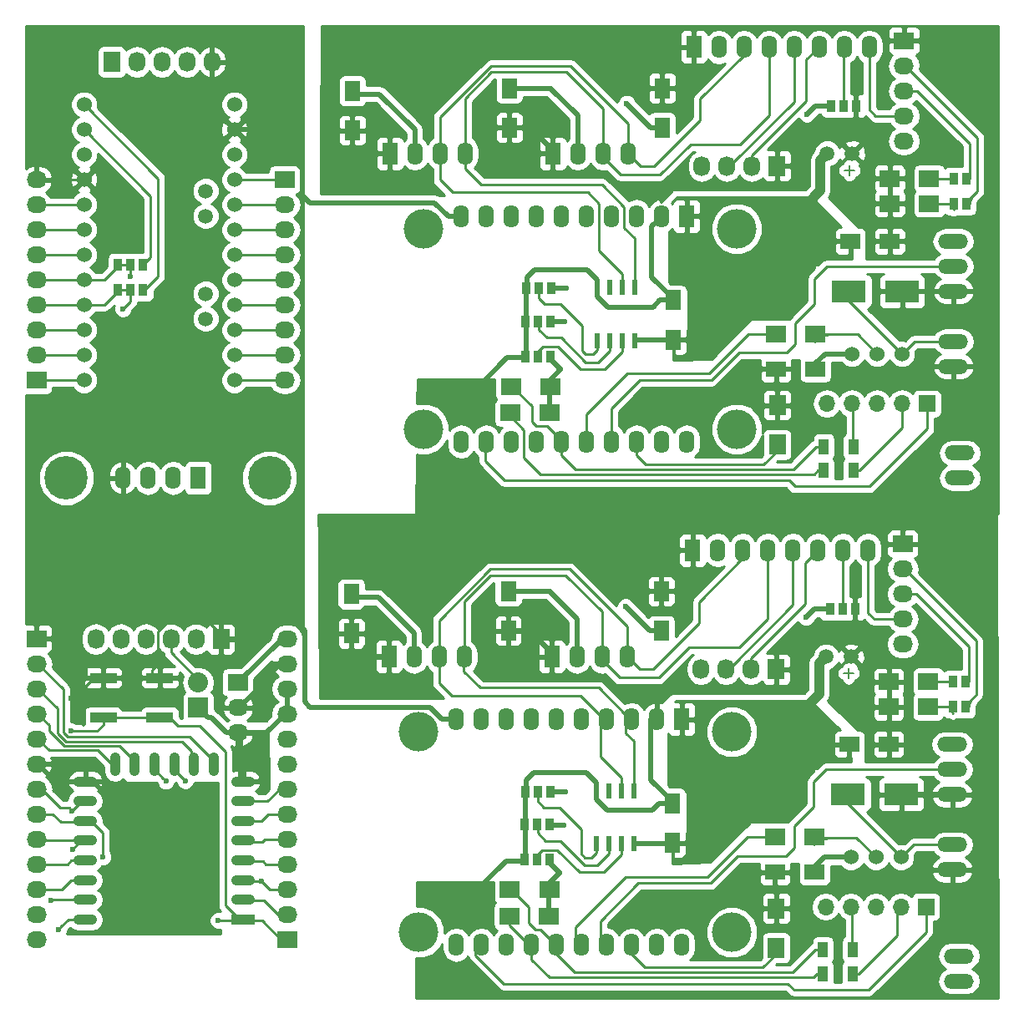
<source format=gbr>
G04 #@! TF.FileFunction,Copper,L1,Top,Signal*
%FSLAX46Y46*%
G04 Gerber Fmt 4.6, Leading zero omitted, Abs format (unit mm)*
G04 Created by KiCad (PCBNEW 4.0.3-stable) date 07/17/17 20:12:38*
%MOMM*%
%LPD*%
G01*
G04 APERTURE LIST*
%ADD10C,0.100000*%
%ADD11C,0.150000*%
%ADD12R,1.600000X2.300000*%
%ADD13O,1.600000X2.300000*%
%ADD14C,4.400000*%
%ADD15R,2.032000X1.727200*%
%ADD16O,2.032000X1.727200*%
%ADD17R,1.727200X2.032000*%
%ADD18O,1.727200X2.032000*%
%ADD19O,1.100000X2.400000*%
%ADD20R,2.400000X1.100000*%
%ADD21O,2.400000X1.100000*%
%ADD22R,2.032000X2.032000*%
%ADD23O,2.032000X2.032000*%
%ADD24R,2.750000X1.000000*%
%ADD25C,1.524000*%
%ADD26C,1.500000*%
%ADD27R,0.965200X1.270000*%
%ADD28C,4.000000*%
%ADD29R,2.000000X1.700000*%
%ADD30R,2.000000X1.600000*%
%ADD31R,1.600000X2.000000*%
%ADD32R,3.500120X2.301240*%
%ADD33O,3.014980X1.506220*%
%ADD34R,0.600000X1.550000*%
%ADD35C,1.501140*%
%ADD36R,1.700000X2.000000*%
%ADD37O,3.010000X1.510000*%
%ADD38R,1.000000X1.600000*%
%ADD39R,1.700000X1.700000*%
%ADD40O,1.700000X1.700000*%
%ADD41C,0.600000*%
%ADD42C,0.500000*%
%ADD43C,0.250000*%
%ADD44C,1.000000*%
%ADD45C,0.254000*%
G04 APERTURE END LIST*
D10*
D11*
X134223760Y-65349260D02*
X133723380Y-65349260D01*
X134223760Y-65349260D02*
X134223760Y-65849640D01*
X134724140Y-65349260D02*
X134223760Y-65349260D01*
X134223760Y-65349260D02*
X134223760Y-64950480D01*
X134223760Y-64950480D02*
X134223760Y-64848880D01*
X134123760Y-116349260D02*
X133623380Y-116349260D01*
X134123760Y-116349260D02*
X134123760Y-116849640D01*
X134624140Y-116349260D02*
X134123760Y-116349260D01*
X134123760Y-116349260D02*
X134123760Y-115950480D01*
X134123760Y-115950480D02*
X134123760Y-115848880D01*
D12*
X87530000Y-114650000D03*
D13*
X90070000Y-114650000D03*
X92610000Y-114650000D03*
X95150000Y-114650000D03*
D14*
X75438000Y-96520000D03*
D13*
X60588000Y-96520000D03*
D14*
X54838000Y-96520000D03*
D13*
X63128000Y-96520000D03*
X65668000Y-96520000D03*
D12*
X68208000Y-96520000D03*
D15*
X51810100Y-112824200D03*
D16*
X51810100Y-115364200D03*
X51810100Y-117904200D03*
X51810100Y-120444200D03*
X51810100Y-122984200D03*
X51810100Y-125524200D03*
X51810100Y-128064200D03*
X51810100Y-130604200D03*
X51810100Y-133144200D03*
X51810100Y-135684200D03*
X51810100Y-138224200D03*
X51810100Y-140764200D03*
X51810100Y-143304200D03*
D17*
X70506100Y-112865200D03*
D18*
X67966100Y-112865200D03*
X65426100Y-112865200D03*
X62886100Y-112865200D03*
X60346100Y-112865200D03*
X57806100Y-112865200D03*
D15*
X72206100Y-117265200D03*
D16*
X72206100Y-119805200D03*
X72206100Y-122345200D03*
D19*
X69773100Y-125553200D03*
X67773100Y-125553200D03*
X65773100Y-125553200D03*
X63773100Y-125553200D03*
X61773100Y-125553200D03*
X59773100Y-125553200D03*
D20*
X72763100Y-141303200D03*
D21*
X72763100Y-139303200D03*
X72763100Y-137303200D03*
X72763100Y-135303200D03*
X72763100Y-133303200D03*
X72763100Y-131303200D03*
X72763100Y-129303200D03*
X72763100Y-127303200D03*
X56763100Y-127303200D03*
X56763100Y-129303200D03*
X56763100Y-131303200D03*
X56763100Y-133303200D03*
X56763100Y-135303200D03*
X56763100Y-137303200D03*
X56763100Y-139303200D03*
X56763100Y-141303200D03*
D22*
X68193100Y-119809200D03*
D23*
X68193100Y-117269200D03*
D15*
X77210100Y-143304200D03*
D16*
X77210100Y-140764200D03*
X77210100Y-138224200D03*
X77210100Y-135684200D03*
X77210100Y-133144200D03*
X77210100Y-130604200D03*
X77210100Y-128064200D03*
X77210100Y-125524200D03*
X77210100Y-122984200D03*
X77210100Y-120444200D03*
X77210100Y-117904200D03*
X77210100Y-115364200D03*
X77210100Y-112824200D03*
D24*
X64319600Y-116799800D03*
X58569600Y-116799800D03*
X58569600Y-120799800D03*
X64319600Y-120799800D03*
D17*
X59436000Y-54356000D03*
D18*
X61976000Y-54356000D03*
X64516000Y-54356000D03*
X67056000Y-54356000D03*
X69596000Y-54356000D03*
D25*
X56642000Y-58674000D03*
X56642000Y-61214000D03*
X56642000Y-63754000D03*
X56642000Y-66294000D03*
X56642000Y-68834000D03*
X56642000Y-71374000D03*
X56642000Y-73914000D03*
X56642000Y-76454000D03*
X56642000Y-78994000D03*
X56642000Y-81534000D03*
X56642000Y-84074000D03*
X56642000Y-86614000D03*
X71882000Y-58674000D03*
X71882000Y-61214000D03*
X71882000Y-63754000D03*
X71882000Y-66294000D03*
X71882000Y-68834000D03*
X71882000Y-71374000D03*
X71882000Y-73914000D03*
X71882000Y-76454000D03*
X71882000Y-78994000D03*
X71882000Y-81534000D03*
X71882000Y-84074000D03*
X71882000Y-86614000D03*
D26*
X68961000Y-67437000D03*
X68961000Y-69977000D03*
X68961000Y-77851000D03*
X68961000Y-80391000D03*
D15*
X51816000Y-86614000D03*
D16*
X51816000Y-84074000D03*
X51816000Y-81534000D03*
X51816000Y-78994000D03*
X51816000Y-76454000D03*
X51816000Y-73914000D03*
X51816000Y-71374000D03*
X51816000Y-68834000D03*
X51816000Y-66294000D03*
D15*
X76962000Y-66294000D03*
D16*
X76962000Y-68834000D03*
X76962000Y-71374000D03*
X76962000Y-73914000D03*
X76962000Y-76454000D03*
X76962000Y-78994000D03*
X76962000Y-81534000D03*
X76962000Y-84074000D03*
X76962000Y-86614000D03*
D27*
X60071000Y-77470000D03*
X61341000Y-77470000D03*
X62611000Y-77470000D03*
X60071000Y-74930000D03*
X61341000Y-74930000D03*
X62611000Y-74930000D03*
D28*
X91043000Y-71270000D03*
X91043000Y-91590000D03*
X122793000Y-91590000D03*
D12*
X117713000Y-70000000D03*
D13*
X115173000Y-70000000D03*
X112633000Y-70000000D03*
X110093000Y-70000000D03*
X107553000Y-70000000D03*
X105013000Y-70000000D03*
X102473000Y-70000000D03*
X99933000Y-70000000D03*
X97393000Y-70000000D03*
X94853000Y-70000000D03*
X117713000Y-92860000D03*
X115173000Y-92860000D03*
X112633000Y-92860000D03*
X110093000Y-92860000D03*
X107553000Y-92860000D03*
X105013000Y-92860000D03*
X102473000Y-92860000D03*
X99933000Y-92860000D03*
X97393000Y-92860000D03*
X94853000Y-92860000D03*
D28*
X122793000Y-71270000D03*
D12*
X104140000Y-63650000D03*
D13*
X106680000Y-63650000D03*
X109220000Y-63650000D03*
X111760000Y-63650000D03*
D29*
X142303000Y-68730000D03*
X138303000Y-68730000D03*
D30*
X126778000Y-85494000D03*
X130778000Y-85494000D03*
D31*
X83820000Y-61300000D03*
X83820000Y-57300000D03*
X99733000Y-61020000D03*
X99733000Y-57020000D03*
X116335454Y-78524756D03*
X116335454Y-82524756D03*
X115233000Y-57020000D03*
X115233000Y-61020000D03*
D30*
X138303000Y-72540000D03*
X134303000Y-72540000D03*
D32*
X139573000Y-77620000D03*
X134172960Y-77620000D03*
D33*
X144733000Y-85240000D03*
X144733000Y-82700000D03*
D25*
X137007600Y-83970000D03*
X134467600Y-83970000D03*
X139547600Y-83970000D03*
D29*
X126746000Y-81938000D03*
X130746000Y-81938000D03*
X138303000Y-66190000D03*
X142303000Y-66190000D03*
D34*
X108630454Y-82624756D03*
X109900454Y-82624756D03*
X111170454Y-82624756D03*
X112440454Y-82624756D03*
X112440454Y-77224756D03*
X111170454Y-77224756D03*
X109900454Y-77224756D03*
X108630454Y-77224756D03*
D12*
X87630000Y-63650000D03*
D13*
X90170000Y-63650000D03*
X92710000Y-63650000D03*
X95250000Y-63650000D03*
D33*
X144733000Y-77620000D03*
X144733000Y-75080000D03*
X144733000Y-72540000D03*
D17*
X126873000Y-64920000D03*
D18*
X124333000Y-64920000D03*
X121793000Y-64920000D03*
X119253000Y-64920000D03*
D35*
X131953000Y-63650000D03*
X134493000Y-63650000D03*
D36*
X126898400Y-89164800D03*
X126898400Y-93164800D03*
D27*
X146050000Y-68730000D03*
X144780000Y-68730000D03*
D15*
X139733000Y-52220000D03*
D16*
X139733000Y-54760000D03*
X139733000Y-57300000D03*
X139733000Y-59840000D03*
X139733000Y-62380000D03*
D27*
X134874000Y-58824000D03*
X133604000Y-58824000D03*
X132334000Y-58824000D03*
X101465454Y-77324756D03*
X102735454Y-77324756D03*
X104005454Y-77324756D03*
X101346000Y-80668000D03*
X102616000Y-80668000D03*
X103886000Y-80668000D03*
X101346000Y-84224000D03*
X102616000Y-84224000D03*
X103886000Y-84224000D03*
X144780000Y-66190000D03*
X146050000Y-66190000D03*
D12*
X118433000Y-52855000D03*
D13*
X120973000Y-52855000D03*
X123513000Y-52855000D03*
X126053000Y-52855000D03*
X128593000Y-52855000D03*
X131133000Y-52855000D03*
X133673000Y-52855000D03*
X136213000Y-52855000D03*
D37*
X145415000Y-96540000D03*
X145415000Y-94000000D03*
D38*
X134620000Y-95781000D03*
X131620000Y-95781000D03*
X134620000Y-93368000D03*
X131620000Y-93368000D03*
D29*
X99822500Y-89939000D03*
X103822500Y-89939000D03*
X99886000Y-87272000D03*
X103886000Y-87272000D03*
D39*
X142080000Y-89000000D03*
D40*
X139540000Y-89000000D03*
X137000000Y-89000000D03*
X134460000Y-89000000D03*
X131920000Y-89000000D03*
D28*
X90543000Y-122270000D03*
X90543000Y-142590000D03*
X122293000Y-142590000D03*
D12*
X117213000Y-121000000D03*
D13*
X114673000Y-121000000D03*
X112133000Y-121000000D03*
X109593000Y-121000000D03*
X107053000Y-121000000D03*
X104513000Y-121000000D03*
X101973000Y-121000000D03*
X99433000Y-121000000D03*
X96893000Y-121000000D03*
X94353000Y-121000000D03*
X117213000Y-143860000D03*
X114673000Y-143860000D03*
X112133000Y-143860000D03*
X109593000Y-143860000D03*
X107053000Y-143860000D03*
X104513000Y-143860000D03*
X101973000Y-143860000D03*
X99433000Y-143860000D03*
X96893000Y-143860000D03*
X94353000Y-143860000D03*
D28*
X122293000Y-122270000D03*
D12*
X104040000Y-114650000D03*
D13*
X106580000Y-114650000D03*
X109120000Y-114650000D03*
X111660000Y-114650000D03*
D29*
X142203000Y-119730000D03*
X138203000Y-119730000D03*
D30*
X126678000Y-136494000D03*
X130678000Y-136494000D03*
D31*
X83720000Y-112300000D03*
X83720000Y-108300000D03*
X99633000Y-112020000D03*
X99633000Y-108020000D03*
X116235454Y-129524756D03*
X116235454Y-133524756D03*
X115133000Y-108020000D03*
X115133000Y-112020000D03*
D30*
X138203000Y-123540000D03*
X134203000Y-123540000D03*
D32*
X139473000Y-128620000D03*
X134072960Y-128620000D03*
D33*
X144633000Y-136240000D03*
X144633000Y-133700000D03*
D25*
X136907600Y-134970000D03*
X134367600Y-134970000D03*
X139447600Y-134970000D03*
D29*
X126646000Y-132938000D03*
X130646000Y-132938000D03*
X138203000Y-117190000D03*
X142203000Y-117190000D03*
D34*
X108530454Y-133624756D03*
X109800454Y-133624756D03*
X111070454Y-133624756D03*
X112340454Y-133624756D03*
X112340454Y-128224756D03*
X111070454Y-128224756D03*
X109800454Y-128224756D03*
X108530454Y-128224756D03*
D33*
X144633000Y-128620000D03*
X144633000Y-126080000D03*
X144633000Y-123540000D03*
D17*
X126773000Y-115920000D03*
D18*
X124233000Y-115920000D03*
X121693000Y-115920000D03*
X119153000Y-115920000D03*
D35*
X131853000Y-114650000D03*
X134393000Y-114650000D03*
D36*
X126798400Y-140164800D03*
X126798400Y-144164800D03*
D27*
X145950000Y-119730000D03*
X144680000Y-119730000D03*
D15*
X139633000Y-103220000D03*
D16*
X139633000Y-105760000D03*
X139633000Y-108300000D03*
X139633000Y-110840000D03*
X139633000Y-113380000D03*
D27*
X134774000Y-109824000D03*
X133504000Y-109824000D03*
X132234000Y-109824000D03*
X101365454Y-128324756D03*
X102635454Y-128324756D03*
X103905454Y-128324756D03*
X101246000Y-131668000D03*
X102516000Y-131668000D03*
X103786000Y-131668000D03*
X101246000Y-135224000D03*
X102516000Y-135224000D03*
X103786000Y-135224000D03*
X144680000Y-117190000D03*
X145950000Y-117190000D03*
D12*
X118333000Y-103855000D03*
D13*
X120873000Y-103855000D03*
X123413000Y-103855000D03*
X125953000Y-103855000D03*
X128493000Y-103855000D03*
X131033000Y-103855000D03*
X133573000Y-103855000D03*
X136113000Y-103855000D03*
D37*
X145315000Y-147540000D03*
X145315000Y-145000000D03*
D38*
X134520000Y-146781000D03*
X131520000Y-146781000D03*
X134520000Y-144368000D03*
X131520000Y-144368000D03*
D29*
X99722500Y-140939000D03*
X103722500Y-140939000D03*
X99786000Y-138272000D03*
X103786000Y-138272000D03*
D39*
X141980000Y-140000000D03*
D40*
X139440000Y-140000000D03*
X136900000Y-140000000D03*
X134360000Y-140000000D03*
X131820000Y-140000000D03*
D41*
X54706542Y-128433051D03*
X58890100Y-139744200D03*
X58890100Y-140994200D03*
X59890100Y-139744200D03*
X59890100Y-140994200D03*
X58890100Y-142244200D03*
X59890100Y-142244200D03*
X60874315Y-142250788D03*
X65272100Y-139494200D03*
X75307425Y-116533357D03*
X53842100Y-111554200D03*
X55366100Y-111554200D03*
X55366100Y-112824200D03*
X53842100Y-112824200D03*
X74924100Y-118158200D03*
X74162100Y-117142200D03*
X71196760Y-115354110D03*
X72372625Y-115354110D03*
X72384100Y-111554200D03*
X73654100Y-111554200D03*
X74924100Y-111554200D03*
X74924100Y-112824200D03*
X73654100Y-112824200D03*
X73654100Y-114094200D03*
X72384100Y-114094200D03*
X72384100Y-112824200D03*
X62590100Y-142244200D03*
X56530721Y-125474200D03*
X57348100Y-125474200D03*
X55570100Y-125474200D03*
X54681100Y-125474200D03*
X54681100Y-126744200D03*
X57090467Y-119492308D03*
X57146514Y-118326424D03*
X55289900Y-118856700D03*
X64325991Y-131588661D03*
X65212209Y-141866720D03*
X57067900Y-115389600D03*
X129668045Y-70093891D03*
X105535454Y-77324756D03*
X105335454Y-80724756D03*
X104935454Y-85524756D03*
X129911116Y-59683241D03*
X103891660Y-57020000D03*
X111633000Y-58570000D03*
X129568045Y-121093891D03*
X105435454Y-128324756D03*
X105235454Y-131724756D03*
X104835454Y-136524756D03*
X129811116Y-110683241D03*
X103791660Y-108020000D03*
X111533000Y-109570000D03*
X60579000Y-79375000D03*
X61341000Y-76073000D03*
X54019021Y-142304073D03*
X66893683Y-127232898D03*
X64935655Y-127269748D03*
X53307457Y-139370508D03*
X74886000Y-128038800D03*
X74911400Y-126718000D03*
X55311047Y-122174721D03*
X70225100Y-141399200D03*
X74610435Y-137399200D03*
X55429576Y-130276263D03*
X58563100Y-134934790D03*
X55458805Y-134180448D03*
D42*
X115159033Y-70079595D02*
X114173000Y-71065628D01*
X114173000Y-71065628D02*
X114173000Y-76162302D01*
X114173000Y-76162302D02*
X116335454Y-78324756D01*
X116335454Y-78324756D02*
X116335454Y-78524756D01*
X101465454Y-82255500D02*
X101465454Y-84024005D01*
X101465454Y-84024005D02*
X101143305Y-84346154D01*
X101143305Y-84346154D02*
X99498902Y-84346154D01*
X99498902Y-84346154D02*
X96001556Y-87843500D01*
X96001556Y-87843500D02*
X94742000Y-87843500D01*
X101465454Y-82255500D02*
X101465454Y-80724756D01*
X101465454Y-84324756D02*
X101465454Y-82255500D01*
X87630000Y-63650000D02*
X83950000Y-63650000D01*
X83950000Y-63650000D02*
X83820000Y-63520000D01*
X99733000Y-61020000D02*
X101860000Y-61020000D01*
X101860000Y-61020000D02*
X104140000Y-63300000D01*
X104140000Y-63300000D02*
X104140000Y-63650000D01*
X87500000Y-63520000D02*
X87630000Y-63650000D01*
X130130600Y-61110000D02*
X131953000Y-61110000D01*
X131953000Y-61110000D02*
X134493000Y-63650000D01*
X126873000Y-64520000D02*
X126873000Y-64367600D01*
X139573000Y-77620000D02*
X144733000Y-77620000D01*
X108630454Y-76419756D02*
X108630454Y-77224756D01*
X116335454Y-78524756D02*
X115035454Y-78524756D01*
X115035454Y-78524756D02*
X114313454Y-79246756D01*
X114313454Y-79246756D02*
X109747454Y-79246756D01*
X108630454Y-78129756D02*
X108630454Y-77224756D01*
X109747454Y-79246756D02*
X108630454Y-78129756D01*
D43*
X116335454Y-78724756D02*
X116335454Y-78524756D01*
X116535454Y-78524756D02*
X116496897Y-78524756D01*
X116496897Y-78524756D02*
X116059354Y-78087213D01*
D42*
X107647454Y-75436756D02*
X108630454Y-76419756D01*
X102288454Y-75436756D02*
X107647454Y-75436756D01*
X101535454Y-76189756D02*
X102288454Y-75436756D01*
X101465454Y-80724756D02*
X101465454Y-77394756D01*
X101465454Y-77394756D02*
X101535454Y-77324756D01*
X101535454Y-77324756D02*
X101535454Y-76189756D01*
D43*
X101465454Y-80724756D02*
X101535454Y-80654756D01*
D42*
X101365454Y-133255500D02*
X101365454Y-135024005D01*
X101365454Y-135024005D02*
X101043305Y-135346154D01*
X101043305Y-135346154D02*
X99398902Y-135346154D01*
X99398902Y-135346154D02*
X95901556Y-138843500D01*
X95901556Y-138843500D02*
X94642000Y-138843500D01*
X101365454Y-133255500D02*
X101365454Y-131724756D01*
X101365454Y-135324756D02*
X101365454Y-133255500D01*
X114073000Y-121000000D02*
X114073000Y-127162302D01*
X114073000Y-127162302D02*
X116235454Y-129324756D01*
X116235454Y-129324756D02*
X116235454Y-129524756D01*
X87530000Y-114650000D02*
X83850000Y-114650000D01*
X83850000Y-114650000D02*
X83720000Y-114520000D01*
X99633000Y-112020000D02*
X101760000Y-112020000D01*
X101760000Y-112020000D02*
X104040000Y-114300000D01*
X104040000Y-114300000D02*
X104040000Y-114650000D01*
X87400000Y-114520000D02*
X87530000Y-114650000D01*
X130030600Y-112110000D02*
X131853000Y-112110000D01*
X131853000Y-112110000D02*
X134393000Y-114650000D01*
X126773000Y-115520000D02*
X126773000Y-115367600D01*
X139473000Y-128620000D02*
X144633000Y-128620000D01*
X108530454Y-127419756D02*
X108530454Y-128224756D01*
X116235454Y-129524756D02*
X114935454Y-129524756D01*
X114935454Y-129524756D02*
X114213454Y-130246756D01*
X114213454Y-130246756D02*
X109647454Y-130246756D01*
X108530454Y-129129756D02*
X108530454Y-128224756D01*
X109647454Y-130246756D02*
X108530454Y-129129756D01*
D43*
X116235454Y-129724756D02*
X116235454Y-129524756D01*
X116435454Y-129524756D02*
X116396897Y-129524756D01*
X116396897Y-129524756D02*
X115959354Y-129087213D01*
D42*
X107547454Y-126436756D02*
X108530454Y-127419756D01*
X102188454Y-126436756D02*
X107547454Y-126436756D01*
X101435454Y-127189756D02*
X102188454Y-126436756D01*
X101365454Y-131724756D02*
X101365454Y-128394756D01*
X101365454Y-128394756D02*
X101435454Y-128324756D01*
X101435454Y-128324756D02*
X101435454Y-127189756D01*
D43*
X101365454Y-131724756D02*
X101435454Y-131654756D01*
D42*
X94853000Y-70000000D02*
X93553000Y-70000000D01*
X93553000Y-70000000D02*
X92180353Y-68627353D01*
X92180353Y-68627353D02*
X79490612Y-68627353D01*
X79490612Y-68627353D02*
X78759443Y-67896184D01*
X78759443Y-67896184D02*
X78759443Y-61832426D01*
X78759443Y-61832426D02*
X78141017Y-61214000D01*
X78141017Y-61214000D02*
X72959630Y-61214000D01*
X72959630Y-61214000D02*
X71882000Y-61214000D01*
X94353000Y-121000000D02*
X92899002Y-121000000D01*
X78973616Y-111974775D02*
X78253042Y-111254201D01*
X92899002Y-121000000D02*
X91708735Y-119809733D01*
X91708735Y-119809733D02*
X79558154Y-119809733D01*
X79558154Y-119809733D02*
X78973616Y-119225195D01*
X78973616Y-119225195D02*
X78973616Y-111974775D01*
X75224099Y-111254201D02*
X74924100Y-111554200D01*
X78253042Y-111254201D02*
X75224099Y-111254201D01*
X58944128Y-140390011D02*
X58944128Y-139965747D01*
X58902373Y-141162817D02*
X58944128Y-141121062D01*
X58944128Y-139541483D02*
X58944128Y-139965747D01*
X58883394Y-139480749D02*
X58944128Y-139541483D01*
X58787217Y-139480749D02*
X58883394Y-139480749D01*
X58944128Y-141121062D02*
X58944128Y-140390011D01*
X59842802Y-139994279D02*
X59828535Y-139980012D01*
X59842802Y-141135450D02*
X59842802Y-139994279D01*
X59890100Y-142244200D02*
X58890100Y-142244200D01*
X60880903Y-142244200D02*
X60874315Y-142250788D01*
X62590100Y-142244200D02*
X60880903Y-142244200D01*
X75007426Y-117156274D02*
X75007426Y-116833356D01*
X72358500Y-119805200D02*
X75007426Y-117156274D01*
X75607424Y-116233358D02*
X75307425Y-116533357D01*
X76476582Y-115364200D02*
X75607424Y-116233358D01*
X76799500Y-115364200D02*
X76476582Y-115364200D01*
X75007426Y-116833356D02*
X75307425Y-116533357D01*
X55366100Y-112824200D02*
X55366100Y-111554200D01*
X74162100Y-117142200D02*
X74162100Y-117396200D01*
X74162100Y-117396200D02*
X74924100Y-118158200D01*
X71196760Y-115289972D02*
X71196760Y-115354110D01*
X71325036Y-115161696D02*
X71196760Y-115289972D01*
X72384100Y-115342635D02*
X72372625Y-115354110D01*
X72384100Y-111554200D02*
X72384100Y-115342635D01*
D43*
X70352100Y-119217200D02*
X70352100Y-115140317D01*
X70352100Y-115140317D02*
X70352100Y-113019200D01*
D42*
X74924100Y-111554200D02*
X73654100Y-111554200D01*
X73654100Y-112824200D02*
X74924100Y-112824200D01*
X72384100Y-114094200D02*
X73654100Y-114094200D01*
X70506100Y-112865200D02*
X72343100Y-112865200D01*
X72343100Y-112865200D02*
X72384100Y-112824200D01*
X55570100Y-125474200D02*
X56530721Y-125474200D01*
X51810100Y-125524200D02*
X54631100Y-125524200D01*
X54631100Y-125524200D02*
X54681100Y-125474200D01*
X53326100Y-126887800D02*
X54537500Y-126887800D01*
X54537500Y-126887800D02*
X54681100Y-126744200D01*
X51962500Y-125524200D02*
X53326100Y-126887800D01*
X51810100Y-125524200D02*
X51962500Y-125524200D01*
D43*
X56615811Y-117845677D02*
X56615811Y-121501295D01*
D42*
X56615811Y-121501295D02*
X56615811Y-118857127D01*
X56615811Y-118857127D02*
X56846515Y-118626423D01*
X57323969Y-118361958D02*
X56615811Y-119070116D01*
X56846515Y-118626423D02*
X57146514Y-118326424D01*
D43*
X57700366Y-116761122D02*
X56615811Y-117845677D01*
D42*
X56615811Y-119070116D02*
X56615811Y-121501295D01*
D43*
X64025992Y-131288662D02*
X64325991Y-131588661D01*
X61182530Y-128445200D02*
X64025992Y-131288662D01*
X58668100Y-128445200D02*
X61182530Y-128445200D01*
X77210100Y-115364200D02*
X76799500Y-115364200D01*
X72358500Y-119805200D02*
X72206100Y-119805200D01*
X57744100Y-116761200D02*
X56869100Y-116761200D01*
X56869100Y-115363522D02*
X54329778Y-112824200D01*
X54329778Y-112824200D02*
X54223100Y-112824200D01*
X56869100Y-116761200D02*
X56869100Y-115363522D01*
X54223100Y-112824200D02*
X51810100Y-112824200D01*
X63494100Y-116761200D02*
X56785835Y-116761200D01*
X56785835Y-116761200D02*
X56749604Y-116724969D01*
D42*
X58668100Y-128445200D02*
X57622100Y-127399200D01*
D43*
X57622100Y-127399200D02*
X56509100Y-127399200D01*
X63494100Y-116761200D02*
X63494100Y-116011200D01*
X63494100Y-116011200D02*
X64130896Y-115374404D01*
X64130896Y-115374404D02*
X64130896Y-112110007D01*
X64130896Y-112110007D02*
X64965384Y-111275519D01*
X64965384Y-111275519D02*
X69361712Y-111275519D01*
X69361712Y-111275519D02*
X70506100Y-112419907D01*
X70506100Y-112419907D02*
X70506100Y-112865200D01*
X72206100Y-119805200D02*
X70940100Y-119805200D01*
X70940100Y-119805200D02*
X70352100Y-119217200D01*
X70352100Y-113019200D02*
X70506100Y-112865200D01*
X72206100Y-119805200D02*
X72616700Y-119805200D01*
X51816000Y-66294000D02*
X56642000Y-66294000D01*
D42*
X103886000Y-87272000D02*
X103886000Y-86574210D01*
X103886000Y-86574210D02*
X104935454Y-85524756D01*
X103822500Y-89939000D02*
X103822500Y-87335500D01*
X103822500Y-87335500D02*
X103886000Y-87272000D01*
X104902000Y-85558210D02*
X104935454Y-85524756D01*
X134467600Y-83970000D02*
X131761842Y-83970000D01*
X131761842Y-83970000D02*
X130778000Y-84953842D01*
X130778000Y-84953842D02*
X130778000Y-85494000D01*
D44*
X131953000Y-63650000D02*
X131251444Y-64351556D01*
X131251444Y-64351556D02*
X131251444Y-67426125D01*
X131251444Y-67426125D02*
X129968044Y-68709525D01*
X129968044Y-68709525D02*
X129968044Y-69793892D01*
X129968044Y-69793892D02*
X129668045Y-70093891D01*
D42*
X83533000Y-57935366D02*
X83835484Y-57632882D01*
X83835484Y-57632882D02*
X86565882Y-57632882D01*
X86565882Y-57632882D02*
X90170000Y-61237000D01*
X90170000Y-61237000D02*
X90170000Y-63650000D01*
X112490809Y-82574401D02*
X116285809Y-82574401D01*
D44*
X116285809Y-82574401D02*
X116335454Y-82524756D01*
D42*
X134103000Y-72540000D02*
X134303000Y-72540000D01*
X104005454Y-77324756D02*
X105535454Y-77324756D01*
X104005454Y-80724756D02*
X105335454Y-80724756D01*
D43*
X104005454Y-84324756D02*
X104005454Y-84594756D01*
D42*
X104005454Y-84594756D02*
X104935454Y-85524756D01*
X130770357Y-58824000D02*
X130211115Y-59383242D01*
X132334000Y-58824000D02*
X130770357Y-58824000D01*
X130211115Y-59383242D02*
X129911116Y-59683241D01*
X99733000Y-57020000D02*
X103891660Y-57020000D01*
X103891660Y-57020000D02*
X106680000Y-59808340D01*
X106680000Y-59808340D02*
X106680000Y-63650000D01*
X116335454Y-82524756D02*
X116840000Y-82524756D01*
X115233000Y-61020000D02*
X114083000Y-61020000D01*
X114083000Y-61020000D02*
X111633000Y-58570000D01*
D43*
X112540454Y-82524756D02*
X112440454Y-82624756D01*
D42*
X103786000Y-138272000D02*
X103786000Y-137574210D01*
X103786000Y-137574210D02*
X104835454Y-136524756D01*
X103722500Y-140939000D02*
X103722500Y-138335500D01*
X103722500Y-138335500D02*
X103786000Y-138272000D01*
X104802000Y-136558210D02*
X104835454Y-136524756D01*
X134367600Y-134970000D02*
X131661842Y-134970000D01*
X131661842Y-134970000D02*
X130678000Y-135953842D01*
X130678000Y-135953842D02*
X130678000Y-136494000D01*
D44*
X131853000Y-114650000D02*
X131151444Y-115351556D01*
X131151444Y-115351556D02*
X131151444Y-118426125D01*
X131151444Y-118426125D02*
X129868044Y-119709525D01*
X129868044Y-119709525D02*
X129868044Y-120793892D01*
X129868044Y-120793892D02*
X129568045Y-121093891D01*
D42*
X83433000Y-108935366D02*
X83735484Y-108632882D01*
X83735484Y-108632882D02*
X86465882Y-108632882D01*
X86465882Y-108632882D02*
X90070000Y-112237000D01*
X90070000Y-112237000D02*
X90070000Y-114650000D01*
X112390809Y-133574401D02*
X116185809Y-133574401D01*
D44*
X116185809Y-133574401D02*
X116235454Y-133524756D01*
D42*
X134003000Y-123540000D02*
X134203000Y-123540000D01*
X103905454Y-128324756D02*
X105435454Y-128324756D01*
X103905454Y-131724756D02*
X105235454Y-131724756D01*
D43*
X103905454Y-135324756D02*
X103905454Y-135594756D01*
D42*
X103905454Y-135594756D02*
X104835454Y-136524756D01*
X130670357Y-109824000D02*
X130111115Y-110383242D01*
X132234000Y-109824000D02*
X130670357Y-109824000D01*
X130111115Y-110383242D02*
X129811116Y-110683241D01*
X99633000Y-108020000D02*
X103791660Y-108020000D01*
X103791660Y-108020000D02*
X106580000Y-110808340D01*
X106580000Y-110808340D02*
X106580000Y-114650000D01*
X116235454Y-133524756D02*
X116740000Y-133524756D01*
X115133000Y-112020000D02*
X113983000Y-112020000D01*
X113983000Y-112020000D02*
X111533000Y-109570000D01*
D43*
X112440454Y-133524756D02*
X112340454Y-133624756D01*
X111170454Y-77224756D02*
X111170454Y-75887454D01*
X108807591Y-73524591D02*
X108807591Y-68707434D01*
X111170454Y-75887454D02*
X108807591Y-73524591D01*
X108807591Y-68707434D02*
X107702170Y-67602013D01*
X107702170Y-67602013D02*
X93995013Y-67602013D01*
X93995013Y-67602013D02*
X92710000Y-66317000D01*
X92710000Y-66317000D02*
X92710000Y-63650000D01*
X51816000Y-71374000D02*
X53082000Y-71374000D01*
X53082000Y-71374000D02*
X56642000Y-71374000D01*
X111760000Y-63650000D02*
X113032837Y-64922837D01*
X113032837Y-64922837D02*
X114414949Y-64922837D01*
X114414949Y-64922837D02*
X119091559Y-60246227D01*
X119091559Y-60246227D02*
X119091559Y-58100017D01*
X119091559Y-58100017D02*
X123510050Y-53681526D01*
X123510050Y-53681526D02*
X123510050Y-52857950D01*
X123510050Y-52857950D02*
X123513000Y-52855000D01*
X92710000Y-63650000D02*
X92710000Y-59975897D01*
X92710000Y-59975897D02*
X97898694Y-54787203D01*
X97898694Y-54787203D02*
X105954911Y-54787203D01*
X111760000Y-62250000D02*
X111760000Y-63650000D01*
X105954911Y-54787203D02*
X111760000Y-60592292D01*
X111760000Y-60592292D02*
X111760000Y-62250000D01*
X139733000Y-57300000D02*
X141065286Y-57300000D01*
X141065286Y-57300000D02*
X146385374Y-62620088D01*
X146385374Y-62620088D02*
X146385374Y-66003600D01*
X146385374Y-66003600D02*
X146385374Y-66190000D01*
X111660000Y-114650000D02*
X112932837Y-115922837D01*
X112932837Y-115922837D02*
X114314949Y-115922837D01*
X114314949Y-115922837D02*
X118991559Y-111246227D01*
X118991559Y-111246227D02*
X118991559Y-109100017D01*
X118991559Y-109100017D02*
X123410050Y-104681526D01*
X123410050Y-104681526D02*
X123410050Y-103857950D01*
X123410050Y-103857950D02*
X123413000Y-103855000D01*
X108993000Y-121000000D02*
X108993000Y-120650000D01*
X108993000Y-120650000D02*
X106945013Y-118602013D01*
X106945013Y-118602013D02*
X93895013Y-118602013D01*
X93895013Y-118602013D02*
X92610000Y-117317000D01*
X92610000Y-117317000D02*
X92610000Y-114650000D01*
X92610000Y-114650000D02*
X92610000Y-110975897D01*
X92610000Y-110975897D02*
X97798694Y-105787203D01*
X97798694Y-105787203D02*
X105854911Y-105787203D01*
X111660000Y-113250000D02*
X111660000Y-114650000D01*
X105854911Y-105787203D02*
X111660000Y-111592292D01*
X111660000Y-111592292D02*
X111660000Y-113250000D01*
X139633000Y-108300000D02*
X140965286Y-108300000D01*
X140965286Y-108300000D02*
X146285374Y-113620088D01*
X146285374Y-113620088D02*
X146285374Y-117003600D01*
X146285374Y-117003600D02*
X146285374Y-117190000D01*
X111070454Y-126887454D02*
X108993000Y-124810000D01*
X108993000Y-124810000D02*
X108993000Y-121000000D01*
X111070454Y-128224756D02*
X111070454Y-126887454D01*
X95250000Y-63650000D02*
X95235009Y-63664991D01*
X112440454Y-72207454D02*
X112440454Y-76199756D01*
X95235009Y-63664991D02*
X95235009Y-65158933D01*
X96885057Y-66808981D02*
X109133702Y-66808981D01*
X95235009Y-65158933D02*
X96885057Y-66808981D01*
X109133702Y-66808981D02*
X111395985Y-69071264D01*
X111395985Y-71162985D02*
X112440454Y-72207454D01*
X111395985Y-69071264D02*
X111395985Y-71162985D01*
X112440454Y-76199756D02*
X112440454Y-77224756D01*
X56642000Y-68834000D02*
X55564370Y-68834000D01*
X55564370Y-68834000D02*
X51816000Y-68834000D01*
X126053000Y-52855000D02*
X126053000Y-59787885D01*
X123146174Y-62694711D02*
X118095136Y-62694711D01*
X126053000Y-59787885D02*
X123146174Y-62694711D01*
X118095136Y-62694711D02*
X115004308Y-65785539D01*
X115004308Y-65785539D02*
X111005539Y-65785539D01*
X111005539Y-65785539D02*
X109220000Y-64000000D01*
X109220000Y-64000000D02*
X109220000Y-63650000D01*
X95250000Y-63650000D02*
X95250000Y-58072307D01*
X95250000Y-58072307D02*
X97922230Y-55400078D01*
X97922230Y-55400078D02*
X105554897Y-55400078D01*
X105554897Y-55400078D02*
X109220000Y-59065181D01*
X109220000Y-59065181D02*
X109220000Y-63650000D01*
X146558000Y-68095000D02*
X146385374Y-68267626D01*
X147193000Y-67460000D02*
X146558000Y-68095000D01*
X146558000Y-68095000D02*
X146558000Y-68222000D01*
X146558000Y-68222000D02*
X146050000Y-68730000D01*
X146385374Y-68543600D02*
X146385374Y-68730000D01*
X147193000Y-62067600D02*
X147193000Y-67460000D01*
X139885400Y-54760000D02*
X147193000Y-62067600D01*
X139733000Y-54760000D02*
X139885400Y-54760000D01*
X125953000Y-103855000D02*
X125953000Y-110787885D01*
X123046174Y-113694711D02*
X117995136Y-113694711D01*
X125953000Y-110787885D02*
X123046174Y-113694711D01*
X117995136Y-113694711D02*
X114904308Y-116785539D01*
X114904308Y-116785539D02*
X110905539Y-116785539D01*
X110905539Y-116785539D02*
X109120000Y-115000000D01*
X109120000Y-115000000D02*
X109120000Y-114650000D01*
X95150000Y-114650000D02*
X95150000Y-109072307D01*
X95150000Y-109072307D02*
X97822230Y-106400078D01*
X97822230Y-106400078D02*
X105454897Y-106400078D01*
X105454897Y-106400078D02*
X109120000Y-110065181D01*
X109120000Y-110065181D02*
X109120000Y-114650000D01*
X146458000Y-119095000D02*
X146285374Y-119267626D01*
X147093000Y-118460000D02*
X146458000Y-119095000D01*
X146458000Y-119095000D02*
X146458000Y-119222000D01*
X146458000Y-119222000D02*
X145950000Y-119730000D01*
X111533000Y-121000000D02*
X111533000Y-122400000D01*
X111533000Y-122400000D02*
X112340454Y-123207454D01*
X112340454Y-123207454D02*
X112340454Y-127199756D01*
X112340454Y-127199756D02*
X112340454Y-128224756D01*
X111533000Y-121000000D02*
X111533000Y-120519684D01*
X111533000Y-120519684D02*
X108822297Y-117808981D01*
X108822297Y-117808981D02*
X96785057Y-117808981D01*
X96785057Y-117808981D02*
X95135009Y-116158933D01*
X95135009Y-116158933D02*
X95135009Y-114664991D01*
X95135009Y-114664991D02*
X95150000Y-114650000D01*
X146285374Y-119543600D02*
X146285374Y-119730000D01*
X147093000Y-113067600D02*
X147093000Y-118460000D01*
X139785400Y-105760000D02*
X147093000Y-113067600D01*
X139633000Y-105760000D02*
X139785400Y-105760000D01*
X110063833Y-92877452D02*
X110063833Y-89476167D01*
X110063833Y-89476167D02*
X112931748Y-86608252D01*
X112931748Y-86608252D02*
X120238865Y-86608252D01*
X128712093Y-83009609D02*
X128712093Y-80860907D01*
X130683000Y-76350000D02*
X131953000Y-75080000D01*
X120238865Y-86608252D02*
X123006502Y-83840615D01*
X123006502Y-83840615D02*
X127881087Y-83840615D01*
X130683000Y-78890000D02*
X130683000Y-76350000D01*
X127881087Y-83840615D02*
X128712093Y-83009609D01*
X128712093Y-80860907D02*
X130683000Y-78890000D01*
X131953000Y-75080000D02*
X144733000Y-75080000D01*
X144633000Y-126080000D02*
X131853000Y-126080000D01*
X130583000Y-127350000D02*
X130583000Y-129890000D01*
X131853000Y-126080000D02*
X130583000Y-127350000D01*
X130583000Y-129890000D02*
X128612093Y-131860907D01*
X128612093Y-131860907D02*
X128612093Y-134009609D01*
X128612093Y-134009609D02*
X127781087Y-134840615D01*
X127781087Y-134840615D02*
X122906502Y-134840615D01*
X120138865Y-137608252D02*
X112831748Y-137608252D01*
X122906502Y-134840615D02*
X120138865Y-137608252D01*
X108993000Y-141447000D02*
X108993000Y-143860000D01*
X112831748Y-137608252D02*
X108993000Y-141447000D01*
X108993000Y-143510000D02*
X108993000Y-143860000D01*
X71882000Y-68834000D02*
X72959630Y-68834000D01*
X72959630Y-68834000D02*
X76962000Y-68834000D01*
X131133000Y-52855000D02*
X129847420Y-54140580D01*
X129847420Y-54140580D02*
X129847420Y-58297416D01*
X129847420Y-58297416D02*
X124333000Y-63811836D01*
X124333000Y-63811836D02*
X124333000Y-64520000D01*
X131033000Y-103855000D02*
X129747420Y-105140580D01*
X129747420Y-105140580D02*
X129747420Y-109297416D01*
X129747420Y-109297416D02*
X124233000Y-114811836D01*
X124233000Y-114811836D02*
X124233000Y-115520000D01*
X131415863Y-81967137D02*
X132969000Y-81967137D01*
X132969000Y-81967137D02*
X135030137Y-81967137D01*
X130683000Y-82065000D02*
X131933000Y-82065000D01*
X131933000Y-82065000D02*
X132030863Y-81967137D01*
X132030863Y-81967137D02*
X132969000Y-81967137D01*
X130683000Y-82700000D02*
X131415863Y-81967137D01*
X135030137Y-81967137D02*
X137033000Y-83970000D01*
X131315863Y-132967137D02*
X132869000Y-132967137D01*
X132869000Y-132967137D02*
X134930137Y-132967137D01*
X130583000Y-133065000D02*
X131833000Y-133065000D01*
X131833000Y-133065000D02*
X131930863Y-132967137D01*
X131930863Y-132967137D02*
X132869000Y-132967137D01*
X130583000Y-133700000D02*
X131315863Y-132967137D01*
X134930137Y-132967137D02*
X136933000Y-134970000D01*
X107424228Y-92860000D02*
X107517785Y-92766443D01*
X107517785Y-92766443D02*
X107517785Y-90117215D01*
X123992952Y-81938000D02*
X126746000Y-81938000D01*
X107517785Y-90117215D02*
X111665433Y-85969567D01*
X119961385Y-85969567D02*
X123992952Y-81938000D01*
X111665433Y-85969567D02*
X119961385Y-85969567D01*
X106453000Y-143860000D02*
X106453000Y-142082000D01*
X106453000Y-142082000D02*
X111565433Y-136969567D01*
X111565433Y-136969567D02*
X119861385Y-136969567D01*
X119861385Y-136969567D02*
X123892952Y-132938000D01*
X123892952Y-132938000D02*
X126646000Y-132938000D01*
X142080000Y-89000000D02*
X142080000Y-90287000D01*
X142113000Y-90320000D02*
X142113000Y-91535242D01*
X142080000Y-90287000D02*
X142113000Y-90320000D01*
X142113000Y-91535242D02*
X136248140Y-97400102D01*
X136248140Y-97400102D02*
X128694650Y-97400102D01*
X128694650Y-97400102D02*
X128082216Y-96787668D01*
X128082216Y-96787668D02*
X99265715Y-96787668D01*
X99265715Y-96787668D02*
X97309738Y-94831691D01*
X97309738Y-94831691D02*
X97309738Y-92905015D01*
X97309738Y-92905015D02*
X97320133Y-92894620D01*
X142013000Y-141320000D02*
X141980000Y-141287000D01*
X141980000Y-141287000D02*
X141980000Y-140000000D01*
X142013000Y-141320000D02*
X142013000Y-142535242D01*
X142013000Y-142535242D02*
X136148140Y-148400102D01*
X136148140Y-148400102D02*
X128594650Y-148400102D01*
X128594650Y-148400102D02*
X127982216Y-147787668D01*
X127982216Y-147787668D02*
X99165715Y-147787668D01*
X99165715Y-147787668D02*
X96293000Y-144914953D01*
X96293000Y-144914953D02*
X96293000Y-143860000D01*
X134493000Y-95781000D02*
X135243000Y-95781000D01*
X135243000Y-95781000D02*
X139551100Y-91472900D01*
X139551100Y-89011100D02*
X139540000Y-89000000D01*
X139551100Y-91472900D02*
X139551100Y-89011100D01*
X134393000Y-146781000D02*
X135143000Y-146781000D01*
X135143000Y-146781000D02*
X139022990Y-142901010D01*
X139022990Y-142901010D02*
X139022990Y-140417010D01*
X139022990Y-140417010D02*
X139440000Y-140000000D01*
X134556500Y-93368000D02*
X134556500Y-89096500D01*
X134556500Y-89096500D02*
X134460000Y-89000000D01*
X134456500Y-144368000D02*
X134456500Y-140096500D01*
X134456500Y-140096500D02*
X134360000Y-140000000D01*
X127000000Y-93685000D02*
X125531811Y-95153189D01*
X125531811Y-95153189D02*
X113576189Y-95153189D01*
X113576189Y-95153189D02*
X112618281Y-94195281D01*
X112618281Y-94195281D02*
X112618281Y-92837224D01*
X112618281Y-92837224D02*
X112608224Y-92827167D01*
X56642000Y-73914000D02*
X51816000Y-73914000D01*
X136213000Y-57820000D02*
X136213000Y-52855000D01*
X136833000Y-59840000D02*
X139733000Y-59840000D01*
X136213000Y-57820000D02*
X136213000Y-59220000D01*
X136213000Y-59220000D02*
X136833000Y-59840000D01*
X111533000Y-144210000D02*
X111533000Y-143860000D01*
X113476189Y-146153189D02*
X111533000Y-144210000D01*
X125431811Y-146153189D02*
X113476189Y-146153189D01*
X126900000Y-144685000D02*
X125431811Y-146153189D01*
X136113000Y-108820000D02*
X136113000Y-103855000D01*
X136733000Y-110840000D02*
X139633000Y-110840000D01*
X136113000Y-108820000D02*
X136113000Y-110220000D01*
X136113000Y-110220000D02*
X136733000Y-110840000D01*
X76962000Y-71374000D02*
X71882000Y-71374000D01*
X128593000Y-52855000D02*
X128593000Y-58378916D01*
X128593000Y-58378916D02*
X122434044Y-64537872D01*
X122434044Y-64537872D02*
X121810872Y-64537872D01*
X121810872Y-64537872D02*
X121793000Y-64520000D01*
X128493000Y-103855000D02*
X128493000Y-109378916D01*
X128493000Y-109378916D02*
X122334044Y-115537872D01*
X122334044Y-115537872D02*
X121710872Y-115537872D01*
X121710872Y-115537872D02*
X121693000Y-115520000D01*
X144733000Y-82700000D02*
X140843000Y-82700000D01*
X140843000Y-82700000D02*
X139573000Y-83970000D01*
X139573000Y-83946994D02*
X134172960Y-78546954D01*
X139573000Y-83970000D02*
X139573000Y-83946994D01*
X134172960Y-78546954D02*
X134172960Y-77620000D01*
X144633000Y-133700000D02*
X140743000Y-133700000D01*
X140743000Y-133700000D02*
X139473000Y-134970000D01*
X139473000Y-134946994D02*
X134072960Y-129546954D01*
X139473000Y-134970000D02*
X139473000Y-134946994D01*
X134072960Y-129546954D02*
X134072960Y-128620000D01*
X133604000Y-58316000D02*
X133604000Y-52924000D01*
X133604000Y-52924000D02*
X133673000Y-52855000D01*
X133504000Y-109316000D02*
X133504000Y-103924000D01*
X133504000Y-103924000D02*
X133573000Y-103855000D01*
X102735454Y-77324756D02*
X102735454Y-78324756D01*
X102735454Y-78324756D02*
X103335454Y-78924756D01*
X103335454Y-78924756D02*
X104935454Y-78924756D01*
X104935454Y-78924756D02*
X107142036Y-81131338D01*
X107142036Y-81131338D02*
X107142036Y-83641922D01*
X107142036Y-83641922D02*
X107503278Y-84003164D01*
X107503278Y-84003164D02*
X108185623Y-84003164D01*
X108185623Y-84003164D02*
X108630454Y-83558333D01*
X108630454Y-83558333D02*
X108630454Y-82624756D01*
X102635454Y-128324756D02*
X102635454Y-129324756D01*
X102635454Y-129324756D02*
X103235454Y-129924756D01*
X103235454Y-129924756D02*
X104835454Y-129924756D01*
X104835454Y-129924756D02*
X107042036Y-132131338D01*
X107042036Y-132131338D02*
X107042036Y-134641922D01*
X107042036Y-134641922D02*
X107403278Y-135003164D01*
X107403278Y-135003164D02*
X108085623Y-135003164D01*
X108085623Y-135003164D02*
X108530454Y-134558333D01*
X108530454Y-134558333D02*
X108530454Y-133624756D01*
X102735454Y-80724756D02*
X102735454Y-81524756D01*
X102735454Y-81524756D02*
X103535454Y-82324756D01*
X103535454Y-82324756D02*
X104981972Y-82324756D01*
X109900454Y-83649756D02*
X109900454Y-82624756D01*
X104981972Y-82324756D02*
X107469816Y-84812600D01*
X107469816Y-84812600D02*
X108737610Y-84812600D01*
X108737610Y-84812600D02*
X109900454Y-83649756D01*
X102635454Y-131724756D02*
X102635454Y-132524756D01*
X102635454Y-132524756D02*
X103435454Y-133324756D01*
X103435454Y-133324756D02*
X104881972Y-133324756D01*
X109800454Y-134649756D02*
X109800454Y-133624756D01*
X104881972Y-133324756D02*
X107369816Y-135812600D01*
X107369816Y-135812600D02*
X108637610Y-135812600D01*
X108637610Y-135812600D02*
X109800454Y-134649756D01*
X102735454Y-84324756D02*
X102486031Y-84324756D01*
X102486031Y-84324756D02*
X102486031Y-83921367D01*
X103143399Y-83263999D02*
X104710399Y-83263999D01*
X102486031Y-83921367D02*
X103143399Y-83263999D01*
X104710399Y-83263999D02*
X106941346Y-85494946D01*
X106941346Y-85494946D02*
X109389762Y-85494946D01*
X109389762Y-85494946D02*
X111170454Y-83714254D01*
X111170454Y-83714254D02*
X111170454Y-82624756D01*
X102635454Y-135324756D02*
X102386031Y-135324756D01*
X102386031Y-135324756D02*
X102386031Y-134921367D01*
X103043399Y-134263999D02*
X104610399Y-134263999D01*
X102386031Y-134921367D02*
X103043399Y-134263999D01*
X104610399Y-134263999D02*
X106841346Y-136494946D01*
X106841346Y-136494946D02*
X109289762Y-136494946D01*
X109289762Y-136494946D02*
X111070454Y-134714254D01*
X111070454Y-134714254D02*
X111070454Y-133624756D01*
X144780000Y-66190000D02*
X142303000Y-66190000D01*
X144680000Y-117190000D02*
X142203000Y-117190000D01*
X60071000Y-77470000D02*
X61341000Y-77470000D01*
X60579000Y-79375000D02*
X61341000Y-78613000D01*
X61341000Y-78613000D02*
X61341000Y-77470000D01*
X56642000Y-78994000D02*
X58699400Y-78994000D01*
X58699400Y-78994000D02*
X60071000Y-77622400D01*
X60071000Y-77622400D02*
X60071000Y-77470000D01*
X56642000Y-78994000D02*
X55564370Y-78994000D01*
X55564370Y-78994000D02*
X51816000Y-78994000D01*
X60071000Y-74930000D02*
X61341000Y-74930000D01*
X61341000Y-76073000D02*
X61341000Y-74930000D01*
X56642000Y-76454000D02*
X58699400Y-76454000D01*
X58699400Y-76454000D02*
X60071000Y-75082400D01*
X60071000Y-75082400D02*
X60071000Y-74930000D01*
X56769000Y-76581000D02*
X56642000Y-76454000D01*
X51816000Y-76454000D02*
X56642000Y-76454000D01*
X51816000Y-81534000D02*
X53082000Y-81534000D01*
X53082000Y-81534000D02*
X56642000Y-81534000D01*
X56642000Y-84074000D02*
X51816000Y-84074000D01*
X56642000Y-86614000D02*
X55564370Y-86614000D01*
X55564370Y-86614000D02*
X51816000Y-86614000D01*
X71882000Y-73914000D02*
X72959630Y-73914000D01*
X72959630Y-73914000D02*
X76962000Y-73914000D01*
X76962000Y-76454000D02*
X71882000Y-76454000D01*
X71882000Y-78994000D02*
X76962000Y-78994000D01*
X76962000Y-81534000D02*
X71882000Y-81534000D01*
X71882000Y-84074000D02*
X72959630Y-84074000D01*
X72959630Y-84074000D02*
X76962000Y-84074000D01*
X76962000Y-86614000D02*
X75696000Y-86614000D01*
X75696000Y-86614000D02*
X71882000Y-86614000D01*
X71882000Y-66294000D02*
X76962000Y-66294000D01*
X68189864Y-117304836D02*
X68189864Y-117011964D01*
X68189864Y-117011964D02*
X65426100Y-114248200D01*
X65426100Y-114248200D02*
X65426100Y-112865200D01*
X54319020Y-142004074D02*
X54019021Y-142304073D01*
X56763100Y-141303200D02*
X55019894Y-141303200D01*
X55019894Y-141303200D02*
X54319020Y-142004074D01*
X66593684Y-126932899D02*
X66893683Y-127232898D01*
X65519100Y-125649200D02*
X65519100Y-125858315D01*
X65519100Y-125858315D02*
X66593684Y-126932899D01*
X64635656Y-126969749D02*
X64935655Y-127269748D01*
X63519100Y-125853193D02*
X64635656Y-126969749D01*
X63519100Y-125649200D02*
X63519100Y-125853193D01*
X58019674Y-124149774D02*
X59519100Y-125649200D01*
X51962500Y-122984200D02*
X53128074Y-124149774D01*
X51810100Y-122984200D02*
X51962500Y-122984200D01*
X53128074Y-124149774D02*
X58019674Y-124149774D01*
X60219663Y-123699763D02*
X61519100Y-124999200D01*
X61519100Y-124999200D02*
X61519100Y-125649200D01*
X53076100Y-121557800D02*
X53076100Y-122179305D01*
X53076100Y-122179305D02*
X54596558Y-123699763D01*
X54596558Y-123699763D02*
X60219663Y-123699763D01*
X51962500Y-120444200D02*
X53076100Y-121557800D01*
X51810100Y-120444200D02*
X51962500Y-120444200D01*
X53982641Y-119924341D02*
X53982641Y-122449436D01*
X67519100Y-124199200D02*
X67519100Y-125649200D01*
X54782957Y-123249752D02*
X66569652Y-123249752D01*
X51962500Y-117904200D02*
X53982641Y-119924341D01*
X51810100Y-117904200D02*
X51962500Y-117904200D01*
X66569652Y-123249752D02*
X67519100Y-124199200D01*
X53982641Y-122449436D02*
X54782957Y-123249752D01*
X54541258Y-117942958D02*
X54541258Y-122371643D01*
X54969356Y-122799741D02*
X67319641Y-122799741D01*
X69519100Y-124999200D02*
X69519100Y-125649200D01*
X54541258Y-122371643D02*
X54969356Y-122799741D01*
X51962500Y-115364200D02*
X54541258Y-117942958D01*
X51810100Y-115364200D02*
X51962500Y-115364200D01*
X67319641Y-122799741D02*
X69519100Y-124999200D01*
X53374765Y-139303200D02*
X53307457Y-139370508D01*
X56763100Y-139303200D02*
X53374765Y-139303200D01*
X51657700Y-140764200D02*
X51810100Y-140764200D01*
D42*
X74911400Y-126718000D02*
X74911400Y-128013400D01*
X74911400Y-128013400D02*
X74886000Y-128038800D01*
X72206100Y-122345200D02*
X71037007Y-122345200D01*
X68193100Y-119809200D02*
X69209100Y-120825200D01*
X69209100Y-120825200D02*
X69517007Y-120825200D01*
X69517007Y-120825200D02*
X71037007Y-122345200D01*
X72763100Y-127303200D02*
X74326200Y-127303200D01*
X74326200Y-127303200D02*
X74911400Y-126718000D01*
X72206100Y-122345200D02*
X75156700Y-122345200D01*
X75156700Y-122345200D02*
X77057700Y-120444200D01*
D43*
X77057700Y-120444200D02*
X77210100Y-120444200D01*
D42*
X77210100Y-120444200D02*
X77210100Y-117904200D01*
X72509100Y-127399200D02*
X72509100Y-122648200D01*
D43*
X72509100Y-122648200D02*
X72206100Y-122345200D01*
D42*
X77210100Y-112824200D02*
X76710229Y-112824200D01*
X76710229Y-112824200D02*
X72269229Y-117265200D01*
X72269229Y-117265200D02*
X72206100Y-117265200D01*
D43*
X72616700Y-117265200D02*
X72206100Y-117265200D01*
X72509100Y-141399200D02*
X70938998Y-139829098D01*
X70938998Y-139829098D02*
X70938998Y-124278212D01*
X70938998Y-124278212D02*
X68306432Y-121645646D01*
X68306432Y-121645646D02*
X66142110Y-121645646D01*
X66142110Y-121645646D02*
X65312661Y-120816197D01*
X65312661Y-120816197D02*
X58284395Y-120816197D01*
X58569600Y-121549800D02*
X57944679Y-122174721D01*
X58569600Y-120799800D02*
X58569600Y-121549800D01*
X55735311Y-122174721D02*
X55311047Y-122174721D01*
X57944679Y-122174721D02*
X55735311Y-122174721D01*
X58272140Y-121064774D02*
X58035818Y-121064774D01*
X64319600Y-120799800D02*
X62694600Y-120799800D01*
X62694600Y-120799800D02*
X58569600Y-120799800D01*
X77210100Y-143304200D02*
X76586867Y-143304200D01*
X74556011Y-141399200D02*
X72509100Y-141399200D01*
X76586867Y-143304200D02*
X74681867Y-141399200D01*
X74681867Y-141399200D02*
X74556011Y-141399200D01*
X72509100Y-141399200D02*
X70225100Y-141399200D01*
X77210100Y-140764200D02*
X76273076Y-140764200D01*
X76273076Y-140764200D02*
X74908076Y-139399200D01*
X74908076Y-139399200D02*
X74765100Y-139399200D01*
X74765100Y-139399200D02*
X72509100Y-139399200D01*
X77210100Y-138224200D02*
X75435435Y-138224200D01*
X75435435Y-138224200D02*
X74610435Y-137399200D01*
X74610435Y-137399200D02*
X72509100Y-137399200D01*
X77210100Y-135684200D02*
X75025700Y-135684200D01*
X75025700Y-135684200D02*
X74740700Y-135399200D01*
X74771700Y-135430200D02*
X74740700Y-135399200D01*
X74740700Y-135399200D02*
X72509100Y-135399200D01*
X77210100Y-133144200D02*
X74948326Y-133144200D01*
X74948326Y-133144200D02*
X74693326Y-133399200D01*
X74693326Y-133399200D02*
X72509100Y-133399200D01*
X77210100Y-130604200D02*
X75311588Y-130604200D01*
X75311588Y-130604200D02*
X74612588Y-131303200D01*
X74612588Y-131303200D02*
X72763100Y-131303200D01*
X73700510Y-131399200D02*
X72509100Y-131399200D01*
X77210100Y-128064200D02*
X76470246Y-128064200D01*
X76470246Y-128064200D02*
X75231246Y-129303200D01*
X75231246Y-129303200D02*
X72763100Y-129303200D01*
X73404903Y-129399200D02*
X72509100Y-129399200D01*
X55129577Y-129976264D02*
X55429576Y-130276263D01*
X54227372Y-129976264D02*
X55129577Y-129976264D01*
X51810100Y-128064200D02*
X52315308Y-128064200D01*
X52315308Y-128064200D02*
X54227372Y-129976264D01*
X56763100Y-129303200D02*
X56402639Y-129303200D01*
X56402639Y-129303200D02*
X55429576Y-130276263D01*
X51845865Y-128064200D02*
X51810100Y-128064200D01*
X58563100Y-134934790D02*
X58563100Y-132523200D01*
X58563100Y-132523200D02*
X57343100Y-131303200D01*
X57343100Y-131303200D02*
X56763100Y-131303200D01*
X56509100Y-131399200D02*
X54266573Y-131399200D01*
X54266573Y-131399200D02*
X53471573Y-130604200D01*
X53471573Y-130604200D02*
X51810100Y-130604200D01*
X51810100Y-130604200D02*
X51962500Y-130604200D01*
X56763100Y-133303200D02*
X56336053Y-133303200D01*
X56336053Y-133303200D02*
X55458805Y-134180448D01*
X56763100Y-133303200D02*
X51969100Y-133303200D01*
X51969100Y-133303200D02*
X51810100Y-133144200D01*
X55313100Y-135303200D02*
X54932100Y-135684200D01*
X54932100Y-135684200D02*
X53076100Y-135684200D01*
X53076100Y-135684200D02*
X51810100Y-135684200D01*
X56763100Y-135303200D02*
X55313100Y-135303200D01*
X51810100Y-135684200D02*
X51962500Y-135684200D01*
X56763100Y-137303200D02*
X55313100Y-137303200D01*
X55313100Y-137303200D02*
X54392100Y-138224200D01*
X53076100Y-138224200D02*
X51810100Y-138224200D01*
X54392100Y-138224200D02*
X53076100Y-138224200D01*
X62611000Y-77470000D02*
X62736000Y-77470000D01*
X64135000Y-76071000D02*
X64135000Y-66167000D01*
X62736000Y-77470000D02*
X64135000Y-76071000D01*
X64135000Y-66167000D02*
X56642000Y-58674000D01*
X56642000Y-61214000D02*
X63384051Y-67956051D01*
X63384051Y-67956051D02*
X63384051Y-74156949D01*
X63384051Y-74156949D02*
X62611000Y-74930000D01*
X144780000Y-68730000D02*
X142303000Y-68730000D01*
X144780000Y-69365000D02*
X144763467Y-69348467D01*
X142319533Y-69348467D02*
X142303000Y-69365000D01*
X144680000Y-119730000D02*
X142203000Y-119730000D01*
X144680000Y-120365000D02*
X144663467Y-120348467D01*
X142219533Y-120348467D02*
X142203000Y-120365000D01*
X131556500Y-93368000D02*
X130806500Y-93368000D01*
X130806500Y-93368000D02*
X128524000Y-95650500D01*
X128524000Y-95650500D02*
X106453500Y-95650500D01*
X106453500Y-95650500D02*
X104999768Y-94196768D01*
X102029141Y-89265141D02*
X100036000Y-87272000D01*
X104999768Y-94196768D02*
X104999768Y-92732873D01*
X100036000Y-87272000D02*
X99886000Y-87272000D01*
X104999768Y-92732873D02*
X103549223Y-91282328D01*
X103549223Y-91282328D02*
X102457922Y-91282328D01*
X102457922Y-91282328D02*
X102029141Y-90853547D01*
X102029141Y-90853547D02*
X102029141Y-89265141D01*
X131456500Y-144368000D02*
X130706500Y-144368000D01*
X104503170Y-144800170D02*
X104503170Y-143887756D01*
X99936000Y-138272000D02*
X99786000Y-138272000D01*
X130706500Y-144368000D02*
X128424000Y-146650500D01*
X101733665Y-140069665D02*
X99936000Y-138272000D01*
X128424000Y-146650500D02*
X106353500Y-146650500D01*
X106353500Y-146650500D02*
X104503170Y-144800170D01*
X104503170Y-143887756D02*
X102905074Y-142289660D01*
X102905074Y-142289660D02*
X102416335Y-142289660D01*
X102416335Y-142289660D02*
X101733665Y-141606990D01*
X101733665Y-141606990D02*
X101733665Y-140069665D01*
X131493000Y-95781000D02*
X131034039Y-95781000D01*
X131034039Y-95781000D02*
X130638171Y-96176868D01*
X130638171Y-96176868D02*
X102878921Y-96176868D01*
X102878921Y-96176868D02*
X101187133Y-94485080D01*
X101187133Y-94485080D02*
X101187133Y-91657597D01*
X101187133Y-91657597D02*
X99822500Y-90292964D01*
X99822500Y-90292964D02*
X99822500Y-89939000D01*
X131393000Y-146781000D02*
X130934039Y-146781000D01*
X130934039Y-146781000D02*
X130538171Y-147176868D01*
X130538171Y-147176868D02*
X103787937Y-147176868D01*
X103787937Y-147176868D02*
X101949904Y-145338835D01*
X99722500Y-141859500D02*
X99722500Y-140939000D01*
X101949904Y-145338835D02*
X101949904Y-143953011D01*
X101949904Y-143953011D02*
X101816011Y-143953011D01*
X101816011Y-143953011D02*
X99722500Y-141859500D01*
X99886000Y-89812000D02*
X100204639Y-89812000D01*
X99786000Y-140812000D02*
X100104639Y-140812000D01*
D45*
G36*
X58588100Y-125793002D02*
X58588100Y-126239150D01*
X58678303Y-126692630D01*
X58935178Y-127077072D01*
X59319620Y-127333947D01*
X59773100Y-127424150D01*
X60226580Y-127333947D01*
X60572175Y-127103029D01*
X60861048Y-127414031D01*
X60902006Y-127443424D01*
X60954267Y-127454600D01*
X64000497Y-127450592D01*
X64000493Y-127454915D01*
X64142538Y-127798691D01*
X64405328Y-128061940D01*
X64748856Y-128204586D01*
X65120822Y-128204910D01*
X65464598Y-128062865D01*
X65727847Y-127800075D01*
X65870493Y-127456547D01*
X65870500Y-127448131D01*
X65970889Y-127447999D01*
X66100566Y-127761841D01*
X66363356Y-128025090D01*
X66706884Y-128167736D01*
X67078850Y-128168060D01*
X67422626Y-128026015D01*
X67685875Y-127763225D01*
X67817778Y-127445569D01*
X70178998Y-127442462D01*
X70178998Y-139829098D01*
X70236850Y-140119937D01*
X70401597Y-140366499D01*
X70468279Y-140433181D01*
X70468234Y-140487754D01*
X70411899Y-140464362D01*
X70039933Y-140464038D01*
X69696157Y-140606083D01*
X69432908Y-140868873D01*
X69290262Y-141212401D01*
X69289938Y-141584367D01*
X69431983Y-141928143D01*
X69694773Y-142191392D01*
X70038301Y-142334038D01*
X70410267Y-142334362D01*
X70466730Y-142311032D01*
X70466405Y-142704605D01*
X55189995Y-142717200D01*
X54859879Y-142717200D01*
X54953859Y-142490872D01*
X54953900Y-142443996D01*
X55249746Y-142148150D01*
X55623670Y-142397997D01*
X56077150Y-142488200D01*
X57449050Y-142488200D01*
X57902530Y-142397997D01*
X58286972Y-142141122D01*
X58543847Y-141756680D01*
X58634050Y-141303200D01*
X58543847Y-140849720D01*
X58286972Y-140465278D01*
X58044404Y-140303200D01*
X58286972Y-140141122D01*
X58543847Y-139756680D01*
X58634050Y-139303200D01*
X58543847Y-138849720D01*
X58286972Y-138465278D01*
X58044404Y-138303200D01*
X58286972Y-138141122D01*
X58543847Y-137756680D01*
X58634050Y-137303200D01*
X58543847Y-136849720D01*
X58286972Y-136465278D01*
X58044404Y-136303200D01*
X58286972Y-136141122D01*
X58468324Y-135869708D01*
X58748267Y-135869952D01*
X59092043Y-135727907D01*
X59355292Y-135465117D01*
X59497938Y-135121589D01*
X59498262Y-134749623D01*
X59356217Y-134405847D01*
X59323100Y-134372672D01*
X59323100Y-132523200D01*
X59265248Y-132232361D01*
X59100501Y-131985799D01*
X58598189Y-131483487D01*
X58634050Y-131303200D01*
X58543847Y-130849720D01*
X58286972Y-130465278D01*
X58044404Y-130303200D01*
X58286972Y-130141122D01*
X58543847Y-129756680D01*
X58634050Y-129303200D01*
X58543847Y-128849720D01*
X58286972Y-128465278D01*
X58041528Y-128301278D01*
X58340824Y-128051318D01*
X58556498Y-127639346D01*
X58556903Y-127612944D01*
X58431461Y-127430200D01*
X56890100Y-127430200D01*
X56890100Y-127450200D01*
X56636100Y-127450200D01*
X56636100Y-127430200D01*
X55094739Y-127430200D01*
X54969297Y-127612944D01*
X54969702Y-127639346D01*
X55185376Y-128051318D01*
X55484672Y-128301278D01*
X55239228Y-128465278D01*
X54982353Y-128849720D01*
X54909443Y-129216264D01*
X54542174Y-129216264D01*
X53476301Y-128150391D01*
X53493445Y-128064200D01*
X53379371Y-127490711D01*
X53054515Y-127004530D01*
X53037942Y-126993456D01*
X54969297Y-126993456D01*
X55094739Y-127176200D01*
X56636100Y-127176200D01*
X56636100Y-126118200D01*
X56890100Y-126118200D01*
X56890100Y-127176200D01*
X58431461Y-127176200D01*
X58556903Y-126993456D01*
X58556498Y-126967054D01*
X58340824Y-126555082D01*
X57983913Y-126257004D01*
X57540100Y-126118200D01*
X56890100Y-126118200D01*
X56636100Y-126118200D01*
X55986100Y-126118200D01*
X55542287Y-126257004D01*
X55185376Y-126555082D01*
X54969702Y-126967054D01*
X54969297Y-126993456D01*
X53037942Y-126993456D01*
X52745031Y-126797739D01*
X53160832Y-126426236D01*
X53414809Y-125898991D01*
X53417458Y-125883226D01*
X53296317Y-125651200D01*
X51937100Y-125651200D01*
X51937100Y-125671200D01*
X51683100Y-125671200D01*
X51683100Y-125651200D01*
X51663100Y-125651200D01*
X51663100Y-125397200D01*
X51683100Y-125397200D01*
X51683100Y-125377200D01*
X51937100Y-125377200D01*
X51937100Y-125397200D01*
X53296317Y-125397200D01*
X53417458Y-125165174D01*
X53414809Y-125149409D01*
X53299375Y-124909774D01*
X57704872Y-124909774D01*
X58588100Y-125793002D01*
X58588100Y-125793002D01*
G37*
X58588100Y-125793002D02*
X58588100Y-126239150D01*
X58678303Y-126692630D01*
X58935178Y-127077072D01*
X59319620Y-127333947D01*
X59773100Y-127424150D01*
X60226580Y-127333947D01*
X60572175Y-127103029D01*
X60861048Y-127414031D01*
X60902006Y-127443424D01*
X60954267Y-127454600D01*
X64000497Y-127450592D01*
X64000493Y-127454915D01*
X64142538Y-127798691D01*
X64405328Y-128061940D01*
X64748856Y-128204586D01*
X65120822Y-128204910D01*
X65464598Y-128062865D01*
X65727847Y-127800075D01*
X65870493Y-127456547D01*
X65870500Y-127448131D01*
X65970889Y-127447999D01*
X66100566Y-127761841D01*
X66363356Y-128025090D01*
X66706884Y-128167736D01*
X67078850Y-128168060D01*
X67422626Y-128026015D01*
X67685875Y-127763225D01*
X67817778Y-127445569D01*
X70178998Y-127442462D01*
X70178998Y-139829098D01*
X70236850Y-140119937D01*
X70401597Y-140366499D01*
X70468279Y-140433181D01*
X70468234Y-140487754D01*
X70411899Y-140464362D01*
X70039933Y-140464038D01*
X69696157Y-140606083D01*
X69432908Y-140868873D01*
X69290262Y-141212401D01*
X69289938Y-141584367D01*
X69431983Y-141928143D01*
X69694773Y-142191392D01*
X70038301Y-142334038D01*
X70410267Y-142334362D01*
X70466730Y-142311032D01*
X70466405Y-142704605D01*
X55189995Y-142717200D01*
X54859879Y-142717200D01*
X54953859Y-142490872D01*
X54953900Y-142443996D01*
X55249746Y-142148150D01*
X55623670Y-142397997D01*
X56077150Y-142488200D01*
X57449050Y-142488200D01*
X57902530Y-142397997D01*
X58286972Y-142141122D01*
X58543847Y-141756680D01*
X58634050Y-141303200D01*
X58543847Y-140849720D01*
X58286972Y-140465278D01*
X58044404Y-140303200D01*
X58286972Y-140141122D01*
X58543847Y-139756680D01*
X58634050Y-139303200D01*
X58543847Y-138849720D01*
X58286972Y-138465278D01*
X58044404Y-138303200D01*
X58286972Y-138141122D01*
X58543847Y-137756680D01*
X58634050Y-137303200D01*
X58543847Y-136849720D01*
X58286972Y-136465278D01*
X58044404Y-136303200D01*
X58286972Y-136141122D01*
X58468324Y-135869708D01*
X58748267Y-135869952D01*
X59092043Y-135727907D01*
X59355292Y-135465117D01*
X59497938Y-135121589D01*
X59498262Y-134749623D01*
X59356217Y-134405847D01*
X59323100Y-134372672D01*
X59323100Y-132523200D01*
X59265248Y-132232361D01*
X59100501Y-131985799D01*
X58598189Y-131483487D01*
X58634050Y-131303200D01*
X58543847Y-130849720D01*
X58286972Y-130465278D01*
X58044404Y-130303200D01*
X58286972Y-130141122D01*
X58543847Y-129756680D01*
X58634050Y-129303200D01*
X58543847Y-128849720D01*
X58286972Y-128465278D01*
X58041528Y-128301278D01*
X58340824Y-128051318D01*
X58556498Y-127639346D01*
X58556903Y-127612944D01*
X58431461Y-127430200D01*
X56890100Y-127430200D01*
X56890100Y-127450200D01*
X56636100Y-127450200D01*
X56636100Y-127430200D01*
X55094739Y-127430200D01*
X54969297Y-127612944D01*
X54969702Y-127639346D01*
X55185376Y-128051318D01*
X55484672Y-128301278D01*
X55239228Y-128465278D01*
X54982353Y-128849720D01*
X54909443Y-129216264D01*
X54542174Y-129216264D01*
X53476301Y-128150391D01*
X53493445Y-128064200D01*
X53379371Y-127490711D01*
X53054515Y-127004530D01*
X53037942Y-126993456D01*
X54969297Y-126993456D01*
X55094739Y-127176200D01*
X56636100Y-127176200D01*
X56636100Y-126118200D01*
X56890100Y-126118200D01*
X56890100Y-127176200D01*
X58431461Y-127176200D01*
X58556903Y-126993456D01*
X58556498Y-126967054D01*
X58340824Y-126555082D01*
X57983913Y-126257004D01*
X57540100Y-126118200D01*
X56890100Y-126118200D01*
X56636100Y-126118200D01*
X55986100Y-126118200D01*
X55542287Y-126257004D01*
X55185376Y-126555082D01*
X54969702Y-126967054D01*
X54969297Y-126993456D01*
X53037942Y-126993456D01*
X52745031Y-126797739D01*
X53160832Y-126426236D01*
X53414809Y-125898991D01*
X53417458Y-125883226D01*
X53296317Y-125651200D01*
X51937100Y-125651200D01*
X51937100Y-125671200D01*
X51683100Y-125671200D01*
X51683100Y-125651200D01*
X51663100Y-125651200D01*
X51663100Y-125397200D01*
X51683100Y-125397200D01*
X51683100Y-125377200D01*
X51937100Y-125377200D01*
X51937100Y-125397200D01*
X53296317Y-125397200D01*
X53417458Y-125165174D01*
X53414809Y-125149409D01*
X53299375Y-124909774D01*
X57704872Y-124909774D01*
X58588100Y-125793002D01*
G36*
X58588100Y-125793002D02*
X58588100Y-126239150D01*
X58678303Y-126692630D01*
X58935178Y-127077072D01*
X58940017Y-127080305D01*
X58498433Y-127078635D01*
X58556903Y-126993456D01*
X58556498Y-126967054D01*
X58340824Y-126555082D01*
X57983913Y-126257004D01*
X57540100Y-126118200D01*
X56890100Y-126118200D01*
X56890100Y-127072552D01*
X56636100Y-127071591D01*
X56636100Y-126118200D01*
X55986100Y-126118200D01*
X55542287Y-126257004D01*
X55185376Y-126555082D01*
X54969702Y-126967054D01*
X54969297Y-126993456D01*
X55018733Y-127065474D01*
X53090364Y-127058181D01*
X53054515Y-127004530D01*
X52745031Y-126797739D01*
X53160832Y-126426236D01*
X53414809Y-125898991D01*
X53417458Y-125883226D01*
X53296317Y-125651200D01*
X51937100Y-125651200D01*
X51937100Y-125671200D01*
X51683100Y-125671200D01*
X51683100Y-125651200D01*
X51663100Y-125651200D01*
X51663100Y-125397200D01*
X51683100Y-125397200D01*
X51683100Y-125377200D01*
X51937100Y-125377200D01*
X51937100Y-125397200D01*
X53296317Y-125397200D01*
X53417458Y-125165174D01*
X53414809Y-125149409D01*
X53299375Y-124909774D01*
X57704872Y-124909774D01*
X58588100Y-125793002D01*
X58588100Y-125793002D01*
G37*
X58588100Y-125793002D02*
X58588100Y-126239150D01*
X58678303Y-126692630D01*
X58935178Y-127077072D01*
X58940017Y-127080305D01*
X58498433Y-127078635D01*
X58556903Y-126993456D01*
X58556498Y-126967054D01*
X58340824Y-126555082D01*
X57983913Y-126257004D01*
X57540100Y-126118200D01*
X56890100Y-126118200D01*
X56890100Y-127072552D01*
X56636100Y-127071591D01*
X56636100Y-126118200D01*
X55986100Y-126118200D01*
X55542287Y-126257004D01*
X55185376Y-126555082D01*
X54969702Y-126967054D01*
X54969297Y-126993456D01*
X55018733Y-127065474D01*
X53090364Y-127058181D01*
X53054515Y-127004530D01*
X52745031Y-126797739D01*
X53160832Y-126426236D01*
X53414809Y-125898991D01*
X53417458Y-125883226D01*
X53296317Y-125651200D01*
X51937100Y-125651200D01*
X51937100Y-125671200D01*
X51683100Y-125671200D01*
X51683100Y-125651200D01*
X51663100Y-125651200D01*
X51663100Y-125397200D01*
X51683100Y-125397200D01*
X51683100Y-125377200D01*
X51937100Y-125377200D01*
X51937100Y-125397200D01*
X53296317Y-125397200D01*
X53417458Y-125165174D01*
X53414809Y-125149409D01*
X53299375Y-124909774D01*
X57704872Y-124909774D01*
X58588100Y-125793002D01*
G36*
X78842959Y-99482551D02*
X78849081Y-112601166D01*
X78779371Y-112250711D01*
X78454515Y-111764530D01*
X77968334Y-111439674D01*
X77394845Y-111325600D01*
X77025355Y-111325600D01*
X76451866Y-111439674D01*
X75965685Y-111764530D01*
X75640829Y-112250711D01*
X75543666Y-112739184D01*
X72528689Y-115754160D01*
X71190100Y-115754160D01*
X70954783Y-115798438D01*
X70738659Y-115937510D01*
X70593669Y-116149710D01*
X70542660Y-116401600D01*
X70542660Y-118128800D01*
X70586938Y-118364117D01*
X70726010Y-118580241D01*
X70938210Y-118725231D01*
X71033027Y-118744432D01*
X70855368Y-118903164D01*
X70601391Y-119430409D01*
X70598742Y-119446174D01*
X70719883Y-119678200D01*
X72079100Y-119678200D01*
X72079100Y-119658200D01*
X72333100Y-119658200D01*
X72333100Y-119678200D01*
X73692317Y-119678200D01*
X73813458Y-119446174D01*
X73810809Y-119430409D01*
X73556832Y-118903164D01*
X73381255Y-118746293D01*
X73457417Y-118731962D01*
X73673541Y-118592890D01*
X73818531Y-118380690D01*
X73869540Y-118128800D01*
X73869540Y-116916469D01*
X75663830Y-115122178D01*
X75723883Y-115237200D01*
X77083100Y-115237200D01*
X77083100Y-115217200D01*
X77337100Y-115217200D01*
X77337100Y-115237200D01*
X77357100Y-115237200D01*
X77357100Y-115491200D01*
X77337100Y-115491200D01*
X77337100Y-115511200D01*
X77083100Y-115511200D01*
X77083100Y-115491200D01*
X75723883Y-115491200D01*
X75602742Y-115723226D01*
X75605391Y-115738991D01*
X75859368Y-116266236D01*
X76275169Y-116637739D01*
X75965685Y-116844530D01*
X75640829Y-117330711D01*
X75526755Y-117904200D01*
X75640829Y-118477689D01*
X75965685Y-118963870D01*
X76280466Y-119174200D01*
X75965685Y-119384530D01*
X75640829Y-119870711D01*
X75526755Y-120444200D01*
X75573105Y-120677216D01*
X75098536Y-121151784D01*
X75012782Y-121143315D01*
X75000300Y-121142700D01*
X74936800Y-121142700D01*
X74934023Y-121142730D01*
X73290603Y-121178680D01*
X73141031Y-121078739D01*
X73556832Y-120707236D01*
X73810809Y-120179991D01*
X73813458Y-120164226D01*
X73692317Y-119932200D01*
X72333100Y-119932200D01*
X72333100Y-119952200D01*
X72079100Y-119952200D01*
X72079100Y-119932200D01*
X70719883Y-119932200D01*
X70598742Y-120164226D01*
X70601391Y-120179991D01*
X70855368Y-120707236D01*
X71271169Y-121078739D01*
X71121878Y-121178492D01*
X70142797Y-120199410D01*
X70015044Y-120114049D01*
X69856540Y-120008140D01*
X69856540Y-118793200D01*
X69812262Y-118557883D01*
X69673190Y-118341759D01*
X69524263Y-118240002D01*
X69750770Y-117901010D01*
X69876445Y-117269200D01*
X69750770Y-116637390D01*
X69392878Y-116101767D01*
X68857255Y-115743875D01*
X68225445Y-115618200D01*
X68160755Y-115618200D01*
X67918992Y-115666290D01*
X66411765Y-114159063D01*
X66485770Y-114109615D01*
X66696100Y-113794834D01*
X66906430Y-114109615D01*
X67392611Y-114434471D01*
X67966100Y-114548545D01*
X68539589Y-114434471D01*
X69025770Y-114109615D01*
X69040600Y-114087420D01*
X69104173Y-114240898D01*
X69282801Y-114419527D01*
X69516190Y-114516200D01*
X70220350Y-114516200D01*
X70379100Y-114357450D01*
X70379100Y-112992200D01*
X70633100Y-112992200D01*
X70633100Y-114357450D01*
X70791850Y-114516200D01*
X71496010Y-114516200D01*
X71729399Y-114419527D01*
X71908027Y-114240898D01*
X72004700Y-114007509D01*
X72004700Y-113150950D01*
X71845950Y-112992200D01*
X70633100Y-112992200D01*
X70379100Y-112992200D01*
X70359100Y-112992200D01*
X70359100Y-112738200D01*
X70379100Y-112738200D01*
X70379100Y-111372950D01*
X70633100Y-111372950D01*
X70633100Y-112738200D01*
X71845950Y-112738200D01*
X72004700Y-112579450D01*
X72004700Y-111722891D01*
X71908027Y-111489502D01*
X71729399Y-111310873D01*
X71496010Y-111214200D01*
X70791850Y-111214200D01*
X70633100Y-111372950D01*
X70379100Y-111372950D01*
X70220350Y-111214200D01*
X69516190Y-111214200D01*
X69282801Y-111310873D01*
X69104173Y-111489502D01*
X69040600Y-111642980D01*
X69025770Y-111620785D01*
X68539589Y-111295929D01*
X67966100Y-111181855D01*
X67392611Y-111295929D01*
X66906430Y-111620785D01*
X66696100Y-111935566D01*
X66485770Y-111620785D01*
X65999589Y-111295929D01*
X65426100Y-111181855D01*
X64852611Y-111295929D01*
X64366430Y-111620785D01*
X64156100Y-111935566D01*
X63945770Y-111620785D01*
X63459589Y-111295929D01*
X62886100Y-111181855D01*
X62312611Y-111295929D01*
X61826430Y-111620785D01*
X61616100Y-111935566D01*
X61405770Y-111620785D01*
X60919589Y-111295929D01*
X60346100Y-111181855D01*
X59772611Y-111295929D01*
X59286430Y-111620785D01*
X59076100Y-111935566D01*
X58865770Y-111620785D01*
X58379589Y-111295929D01*
X57806100Y-111181855D01*
X57232611Y-111295929D01*
X56746430Y-111620785D01*
X56421574Y-112106966D01*
X56307500Y-112680455D01*
X56307500Y-113049945D01*
X56421574Y-113623434D01*
X56746430Y-114109615D01*
X57232611Y-114434471D01*
X57806100Y-114548545D01*
X58379589Y-114434471D01*
X58865770Y-114109615D01*
X59076100Y-113794834D01*
X59286430Y-114109615D01*
X59772611Y-114434471D01*
X60346100Y-114548545D01*
X60919589Y-114434471D01*
X61405770Y-114109615D01*
X61616100Y-113794834D01*
X61826430Y-114109615D01*
X62312611Y-114434471D01*
X62886100Y-114548545D01*
X63459589Y-114434471D01*
X63945770Y-114109615D01*
X64156100Y-113794834D01*
X64366430Y-114109615D01*
X64680242Y-114319298D01*
X64723952Y-114539039D01*
X64888699Y-114785601D01*
X65767898Y-115664800D01*
X64605350Y-115664800D01*
X64446600Y-115823550D01*
X64446600Y-116672800D01*
X66170850Y-116672800D01*
X66329600Y-116514050D01*
X66329600Y-116226502D01*
X66677510Y-116574412D01*
X66635430Y-116637390D01*
X66509755Y-117269200D01*
X66635430Y-117901010D01*
X66862599Y-118240992D01*
X66725659Y-118329110D01*
X66580669Y-118541310D01*
X66529660Y-118793200D01*
X66529660Y-120825200D01*
X66541034Y-120885646D01*
X66456912Y-120885646D01*
X66342040Y-120770774D01*
X66342040Y-120299800D01*
X66297762Y-120064483D01*
X66158690Y-119848359D01*
X65946490Y-119703369D01*
X65694600Y-119652360D01*
X62944600Y-119652360D01*
X62709283Y-119696638D01*
X62493159Y-119835710D01*
X62353710Y-120039800D01*
X60531879Y-120039800D01*
X60408690Y-119848359D01*
X60196490Y-119703369D01*
X59944600Y-119652360D01*
X57194600Y-119652360D01*
X56959283Y-119696638D01*
X56743159Y-119835710D01*
X56598169Y-120047910D01*
X56547160Y-120299800D01*
X56547160Y-121299800D01*
X56568784Y-121414721D01*
X55873510Y-121414721D01*
X55841374Y-121382529D01*
X55497846Y-121239883D01*
X55301258Y-121239712D01*
X55301258Y-117942958D01*
X55243406Y-117652119D01*
X55078659Y-117405557D01*
X54758652Y-117085550D01*
X56559600Y-117085550D01*
X56559600Y-117426110D01*
X56656273Y-117659499D01*
X56834902Y-117838127D01*
X57068291Y-117934800D01*
X58283850Y-117934800D01*
X58442600Y-117776050D01*
X58442600Y-116926800D01*
X58696600Y-116926800D01*
X58696600Y-117776050D01*
X58855350Y-117934800D01*
X60070909Y-117934800D01*
X60304298Y-117838127D01*
X60482927Y-117659499D01*
X60579600Y-117426110D01*
X60579600Y-117085550D01*
X62309600Y-117085550D01*
X62309600Y-117426110D01*
X62406273Y-117659499D01*
X62584902Y-117838127D01*
X62818291Y-117934800D01*
X64033850Y-117934800D01*
X64192600Y-117776050D01*
X64192600Y-116926800D01*
X64446600Y-116926800D01*
X64446600Y-117776050D01*
X64605350Y-117934800D01*
X65820909Y-117934800D01*
X66054298Y-117838127D01*
X66232927Y-117659499D01*
X66329600Y-117426110D01*
X66329600Y-117085550D01*
X66170850Y-116926800D01*
X64446600Y-116926800D01*
X64192600Y-116926800D01*
X62468350Y-116926800D01*
X62309600Y-117085550D01*
X60579600Y-117085550D01*
X60420850Y-116926800D01*
X58696600Y-116926800D01*
X58442600Y-116926800D01*
X56718350Y-116926800D01*
X56559600Y-117085550D01*
X54758652Y-117085550D01*
X53846592Y-116173490D01*
X56559600Y-116173490D01*
X56559600Y-116514050D01*
X56718350Y-116672800D01*
X58442600Y-116672800D01*
X58442600Y-115823550D01*
X58696600Y-115823550D01*
X58696600Y-116672800D01*
X60420850Y-116672800D01*
X60579600Y-116514050D01*
X60579600Y-116173490D01*
X62309600Y-116173490D01*
X62309600Y-116514050D01*
X62468350Y-116672800D01*
X64192600Y-116672800D01*
X64192600Y-115823550D01*
X64033850Y-115664800D01*
X62818291Y-115664800D01*
X62584902Y-115761473D01*
X62406273Y-115940101D01*
X62309600Y-116173490D01*
X60579600Y-116173490D01*
X60482927Y-115940101D01*
X60304298Y-115761473D01*
X60070909Y-115664800D01*
X58855350Y-115664800D01*
X58696600Y-115823550D01*
X58442600Y-115823550D01*
X58283850Y-115664800D01*
X57068291Y-115664800D01*
X56834902Y-115761473D01*
X56656273Y-115940101D01*
X56559600Y-116173490D01*
X53846592Y-116173490D01*
X53417766Y-115744664D01*
X53493445Y-115364200D01*
X53379371Y-114790711D01*
X53054515Y-114304530D01*
X53032320Y-114289700D01*
X53185798Y-114226127D01*
X53364427Y-114047499D01*
X53461100Y-113814110D01*
X53461100Y-113109950D01*
X53302350Y-112951200D01*
X51937100Y-112951200D01*
X51937100Y-112971200D01*
X51683100Y-112971200D01*
X51683100Y-112951200D01*
X51663100Y-112951200D01*
X51663100Y-112697200D01*
X51683100Y-112697200D01*
X51683100Y-111484350D01*
X51937100Y-111484350D01*
X51937100Y-112697200D01*
X53302350Y-112697200D01*
X53461100Y-112538450D01*
X53461100Y-111834290D01*
X53364427Y-111600901D01*
X53185798Y-111422273D01*
X52952409Y-111325600D01*
X52095850Y-111325600D01*
X51937100Y-111484350D01*
X51683100Y-111484350D01*
X51524350Y-111325600D01*
X50710000Y-111325600D01*
X50710000Y-99427256D01*
X78842959Y-99482551D01*
X78842959Y-99482551D01*
G37*
X78842959Y-99482551D02*
X78849081Y-112601166D01*
X78779371Y-112250711D01*
X78454515Y-111764530D01*
X77968334Y-111439674D01*
X77394845Y-111325600D01*
X77025355Y-111325600D01*
X76451866Y-111439674D01*
X75965685Y-111764530D01*
X75640829Y-112250711D01*
X75543666Y-112739184D01*
X72528689Y-115754160D01*
X71190100Y-115754160D01*
X70954783Y-115798438D01*
X70738659Y-115937510D01*
X70593669Y-116149710D01*
X70542660Y-116401600D01*
X70542660Y-118128800D01*
X70586938Y-118364117D01*
X70726010Y-118580241D01*
X70938210Y-118725231D01*
X71033027Y-118744432D01*
X70855368Y-118903164D01*
X70601391Y-119430409D01*
X70598742Y-119446174D01*
X70719883Y-119678200D01*
X72079100Y-119678200D01*
X72079100Y-119658200D01*
X72333100Y-119658200D01*
X72333100Y-119678200D01*
X73692317Y-119678200D01*
X73813458Y-119446174D01*
X73810809Y-119430409D01*
X73556832Y-118903164D01*
X73381255Y-118746293D01*
X73457417Y-118731962D01*
X73673541Y-118592890D01*
X73818531Y-118380690D01*
X73869540Y-118128800D01*
X73869540Y-116916469D01*
X75663830Y-115122178D01*
X75723883Y-115237200D01*
X77083100Y-115237200D01*
X77083100Y-115217200D01*
X77337100Y-115217200D01*
X77337100Y-115237200D01*
X77357100Y-115237200D01*
X77357100Y-115491200D01*
X77337100Y-115491200D01*
X77337100Y-115511200D01*
X77083100Y-115511200D01*
X77083100Y-115491200D01*
X75723883Y-115491200D01*
X75602742Y-115723226D01*
X75605391Y-115738991D01*
X75859368Y-116266236D01*
X76275169Y-116637739D01*
X75965685Y-116844530D01*
X75640829Y-117330711D01*
X75526755Y-117904200D01*
X75640829Y-118477689D01*
X75965685Y-118963870D01*
X76280466Y-119174200D01*
X75965685Y-119384530D01*
X75640829Y-119870711D01*
X75526755Y-120444200D01*
X75573105Y-120677216D01*
X75098536Y-121151784D01*
X75012782Y-121143315D01*
X75000300Y-121142700D01*
X74936800Y-121142700D01*
X74934023Y-121142730D01*
X73290603Y-121178680D01*
X73141031Y-121078739D01*
X73556832Y-120707236D01*
X73810809Y-120179991D01*
X73813458Y-120164226D01*
X73692317Y-119932200D01*
X72333100Y-119932200D01*
X72333100Y-119952200D01*
X72079100Y-119952200D01*
X72079100Y-119932200D01*
X70719883Y-119932200D01*
X70598742Y-120164226D01*
X70601391Y-120179991D01*
X70855368Y-120707236D01*
X71271169Y-121078739D01*
X71121878Y-121178492D01*
X70142797Y-120199410D01*
X70015044Y-120114049D01*
X69856540Y-120008140D01*
X69856540Y-118793200D01*
X69812262Y-118557883D01*
X69673190Y-118341759D01*
X69524263Y-118240002D01*
X69750770Y-117901010D01*
X69876445Y-117269200D01*
X69750770Y-116637390D01*
X69392878Y-116101767D01*
X68857255Y-115743875D01*
X68225445Y-115618200D01*
X68160755Y-115618200D01*
X67918992Y-115666290D01*
X66411765Y-114159063D01*
X66485770Y-114109615D01*
X66696100Y-113794834D01*
X66906430Y-114109615D01*
X67392611Y-114434471D01*
X67966100Y-114548545D01*
X68539589Y-114434471D01*
X69025770Y-114109615D01*
X69040600Y-114087420D01*
X69104173Y-114240898D01*
X69282801Y-114419527D01*
X69516190Y-114516200D01*
X70220350Y-114516200D01*
X70379100Y-114357450D01*
X70379100Y-112992200D01*
X70633100Y-112992200D01*
X70633100Y-114357450D01*
X70791850Y-114516200D01*
X71496010Y-114516200D01*
X71729399Y-114419527D01*
X71908027Y-114240898D01*
X72004700Y-114007509D01*
X72004700Y-113150950D01*
X71845950Y-112992200D01*
X70633100Y-112992200D01*
X70379100Y-112992200D01*
X70359100Y-112992200D01*
X70359100Y-112738200D01*
X70379100Y-112738200D01*
X70379100Y-111372950D01*
X70633100Y-111372950D01*
X70633100Y-112738200D01*
X71845950Y-112738200D01*
X72004700Y-112579450D01*
X72004700Y-111722891D01*
X71908027Y-111489502D01*
X71729399Y-111310873D01*
X71496010Y-111214200D01*
X70791850Y-111214200D01*
X70633100Y-111372950D01*
X70379100Y-111372950D01*
X70220350Y-111214200D01*
X69516190Y-111214200D01*
X69282801Y-111310873D01*
X69104173Y-111489502D01*
X69040600Y-111642980D01*
X69025770Y-111620785D01*
X68539589Y-111295929D01*
X67966100Y-111181855D01*
X67392611Y-111295929D01*
X66906430Y-111620785D01*
X66696100Y-111935566D01*
X66485770Y-111620785D01*
X65999589Y-111295929D01*
X65426100Y-111181855D01*
X64852611Y-111295929D01*
X64366430Y-111620785D01*
X64156100Y-111935566D01*
X63945770Y-111620785D01*
X63459589Y-111295929D01*
X62886100Y-111181855D01*
X62312611Y-111295929D01*
X61826430Y-111620785D01*
X61616100Y-111935566D01*
X61405770Y-111620785D01*
X60919589Y-111295929D01*
X60346100Y-111181855D01*
X59772611Y-111295929D01*
X59286430Y-111620785D01*
X59076100Y-111935566D01*
X58865770Y-111620785D01*
X58379589Y-111295929D01*
X57806100Y-111181855D01*
X57232611Y-111295929D01*
X56746430Y-111620785D01*
X56421574Y-112106966D01*
X56307500Y-112680455D01*
X56307500Y-113049945D01*
X56421574Y-113623434D01*
X56746430Y-114109615D01*
X57232611Y-114434471D01*
X57806100Y-114548545D01*
X58379589Y-114434471D01*
X58865770Y-114109615D01*
X59076100Y-113794834D01*
X59286430Y-114109615D01*
X59772611Y-114434471D01*
X60346100Y-114548545D01*
X60919589Y-114434471D01*
X61405770Y-114109615D01*
X61616100Y-113794834D01*
X61826430Y-114109615D01*
X62312611Y-114434471D01*
X62886100Y-114548545D01*
X63459589Y-114434471D01*
X63945770Y-114109615D01*
X64156100Y-113794834D01*
X64366430Y-114109615D01*
X64680242Y-114319298D01*
X64723952Y-114539039D01*
X64888699Y-114785601D01*
X65767898Y-115664800D01*
X64605350Y-115664800D01*
X64446600Y-115823550D01*
X64446600Y-116672800D01*
X66170850Y-116672800D01*
X66329600Y-116514050D01*
X66329600Y-116226502D01*
X66677510Y-116574412D01*
X66635430Y-116637390D01*
X66509755Y-117269200D01*
X66635430Y-117901010D01*
X66862599Y-118240992D01*
X66725659Y-118329110D01*
X66580669Y-118541310D01*
X66529660Y-118793200D01*
X66529660Y-120825200D01*
X66541034Y-120885646D01*
X66456912Y-120885646D01*
X66342040Y-120770774D01*
X66342040Y-120299800D01*
X66297762Y-120064483D01*
X66158690Y-119848359D01*
X65946490Y-119703369D01*
X65694600Y-119652360D01*
X62944600Y-119652360D01*
X62709283Y-119696638D01*
X62493159Y-119835710D01*
X62353710Y-120039800D01*
X60531879Y-120039800D01*
X60408690Y-119848359D01*
X60196490Y-119703369D01*
X59944600Y-119652360D01*
X57194600Y-119652360D01*
X56959283Y-119696638D01*
X56743159Y-119835710D01*
X56598169Y-120047910D01*
X56547160Y-120299800D01*
X56547160Y-121299800D01*
X56568784Y-121414721D01*
X55873510Y-121414721D01*
X55841374Y-121382529D01*
X55497846Y-121239883D01*
X55301258Y-121239712D01*
X55301258Y-117942958D01*
X55243406Y-117652119D01*
X55078659Y-117405557D01*
X54758652Y-117085550D01*
X56559600Y-117085550D01*
X56559600Y-117426110D01*
X56656273Y-117659499D01*
X56834902Y-117838127D01*
X57068291Y-117934800D01*
X58283850Y-117934800D01*
X58442600Y-117776050D01*
X58442600Y-116926800D01*
X58696600Y-116926800D01*
X58696600Y-117776050D01*
X58855350Y-117934800D01*
X60070909Y-117934800D01*
X60304298Y-117838127D01*
X60482927Y-117659499D01*
X60579600Y-117426110D01*
X60579600Y-117085550D01*
X62309600Y-117085550D01*
X62309600Y-117426110D01*
X62406273Y-117659499D01*
X62584902Y-117838127D01*
X62818291Y-117934800D01*
X64033850Y-117934800D01*
X64192600Y-117776050D01*
X64192600Y-116926800D01*
X64446600Y-116926800D01*
X64446600Y-117776050D01*
X64605350Y-117934800D01*
X65820909Y-117934800D01*
X66054298Y-117838127D01*
X66232927Y-117659499D01*
X66329600Y-117426110D01*
X66329600Y-117085550D01*
X66170850Y-116926800D01*
X64446600Y-116926800D01*
X64192600Y-116926800D01*
X62468350Y-116926800D01*
X62309600Y-117085550D01*
X60579600Y-117085550D01*
X60420850Y-116926800D01*
X58696600Y-116926800D01*
X58442600Y-116926800D01*
X56718350Y-116926800D01*
X56559600Y-117085550D01*
X54758652Y-117085550D01*
X53846592Y-116173490D01*
X56559600Y-116173490D01*
X56559600Y-116514050D01*
X56718350Y-116672800D01*
X58442600Y-116672800D01*
X58442600Y-115823550D01*
X58696600Y-115823550D01*
X58696600Y-116672800D01*
X60420850Y-116672800D01*
X60579600Y-116514050D01*
X60579600Y-116173490D01*
X62309600Y-116173490D01*
X62309600Y-116514050D01*
X62468350Y-116672800D01*
X64192600Y-116672800D01*
X64192600Y-115823550D01*
X64033850Y-115664800D01*
X62818291Y-115664800D01*
X62584902Y-115761473D01*
X62406273Y-115940101D01*
X62309600Y-116173490D01*
X60579600Y-116173490D01*
X60482927Y-115940101D01*
X60304298Y-115761473D01*
X60070909Y-115664800D01*
X58855350Y-115664800D01*
X58696600Y-115823550D01*
X58442600Y-115823550D01*
X58283850Y-115664800D01*
X57068291Y-115664800D01*
X56834902Y-115761473D01*
X56656273Y-115940101D01*
X56559600Y-116173490D01*
X53846592Y-116173490D01*
X53417766Y-115744664D01*
X53493445Y-115364200D01*
X53379371Y-114790711D01*
X53054515Y-114304530D01*
X53032320Y-114289700D01*
X53185798Y-114226127D01*
X53364427Y-114047499D01*
X53461100Y-113814110D01*
X53461100Y-113109950D01*
X53302350Y-112951200D01*
X51937100Y-112951200D01*
X51937100Y-112971200D01*
X51683100Y-112971200D01*
X51683100Y-112951200D01*
X51663100Y-112951200D01*
X51663100Y-112697200D01*
X51683100Y-112697200D01*
X51683100Y-111484350D01*
X51937100Y-111484350D01*
X51937100Y-112697200D01*
X53302350Y-112697200D01*
X53461100Y-112538450D01*
X53461100Y-111834290D01*
X53364427Y-111600901D01*
X53185798Y-111422273D01*
X52952409Y-111325600D01*
X52095850Y-111325600D01*
X51937100Y-111484350D01*
X51683100Y-111484350D01*
X51524350Y-111325600D01*
X50710000Y-111325600D01*
X50710000Y-99427256D01*
X78842959Y-99482551D01*
G36*
X75330791Y-122182906D02*
X75343198Y-127530329D01*
X75337337Y-128122307D01*
X74916444Y-128543200D01*
X74339038Y-128543200D01*
X74286972Y-128465278D01*
X74041528Y-128301278D01*
X74340824Y-128051318D01*
X74556498Y-127639346D01*
X74556903Y-127612944D01*
X74431461Y-127430200D01*
X72890100Y-127430200D01*
X72890100Y-127450200D01*
X72636100Y-127450200D01*
X72636100Y-127430200D01*
X72616100Y-127430200D01*
X72616100Y-127176200D01*
X72636100Y-127176200D01*
X72636100Y-126118200D01*
X72890100Y-126118200D01*
X72890100Y-127176200D01*
X74431461Y-127176200D01*
X74556903Y-126993456D01*
X74556498Y-126967054D01*
X74340824Y-126555082D01*
X73983913Y-126257004D01*
X73540100Y-126118200D01*
X72890100Y-126118200D01*
X72636100Y-126118200D01*
X71986100Y-126118200D01*
X71698998Y-126207992D01*
X71698998Y-124278212D01*
X71641146Y-123987373D01*
X71544722Y-123843064D01*
X71545613Y-123725944D01*
X71844187Y-123830384D01*
X72079100Y-123686124D01*
X72079100Y-122472200D01*
X72333100Y-122472200D01*
X72333100Y-123686124D01*
X72568013Y-123830384D01*
X73120420Y-123637154D01*
X73556832Y-123247236D01*
X73810809Y-122719991D01*
X73813458Y-122704226D01*
X73692317Y-122472200D01*
X72333100Y-122472200D01*
X72079100Y-122472200D01*
X72059100Y-122472200D01*
X72059100Y-122218200D01*
X72079100Y-122218200D01*
X72079100Y-122198200D01*
X72333100Y-122198200D01*
X72333100Y-122218200D01*
X73692317Y-122218200D01*
X73718709Y-122167650D01*
X75330791Y-122182906D01*
X75330791Y-122182906D01*
G37*
X75330791Y-122182906D02*
X75343198Y-127530329D01*
X75337337Y-128122307D01*
X74916444Y-128543200D01*
X74339038Y-128543200D01*
X74286972Y-128465278D01*
X74041528Y-128301278D01*
X74340824Y-128051318D01*
X74556498Y-127639346D01*
X74556903Y-127612944D01*
X74431461Y-127430200D01*
X72890100Y-127430200D01*
X72890100Y-127450200D01*
X72636100Y-127450200D01*
X72636100Y-127430200D01*
X72616100Y-127430200D01*
X72616100Y-127176200D01*
X72636100Y-127176200D01*
X72636100Y-126118200D01*
X72890100Y-126118200D01*
X72890100Y-127176200D01*
X74431461Y-127176200D01*
X74556903Y-126993456D01*
X74556498Y-126967054D01*
X74340824Y-126555082D01*
X73983913Y-126257004D01*
X73540100Y-126118200D01*
X72890100Y-126118200D01*
X72636100Y-126118200D01*
X71986100Y-126118200D01*
X71698998Y-126207992D01*
X71698998Y-124278212D01*
X71641146Y-123987373D01*
X71544722Y-123843064D01*
X71545613Y-123725944D01*
X71844187Y-123830384D01*
X72079100Y-123686124D01*
X72079100Y-122472200D01*
X72333100Y-122472200D01*
X72333100Y-123686124D01*
X72568013Y-123830384D01*
X73120420Y-123637154D01*
X73556832Y-123247236D01*
X73810809Y-122719991D01*
X73813458Y-122704226D01*
X73692317Y-122472200D01*
X72333100Y-122472200D01*
X72079100Y-122472200D01*
X72059100Y-122472200D01*
X72059100Y-122218200D01*
X72079100Y-122218200D01*
X72079100Y-122198200D01*
X72333100Y-122198200D01*
X72333100Y-122218200D01*
X73692317Y-122218200D01*
X73718709Y-122167650D01*
X75330791Y-122182906D01*
G36*
X78853000Y-99373000D02*
X50710000Y-99373000D01*
X50710000Y-97081442D01*
X52002509Y-97081442D01*
X52433202Y-98123801D01*
X53230005Y-98921995D01*
X54271610Y-99354507D01*
X55399442Y-99355491D01*
X56441801Y-98924798D01*
X57239995Y-98127995D01*
X57672507Y-97086390D01*
X57672890Y-96647000D01*
X59153000Y-96647000D01*
X59153000Y-96997000D01*
X59310834Y-97536483D01*
X59663104Y-97974500D01*
X60156181Y-98244367D01*
X60238961Y-98261904D01*
X60461000Y-98139915D01*
X60461000Y-96647000D01*
X59153000Y-96647000D01*
X57672890Y-96647000D01*
X57673417Y-96043000D01*
X59153000Y-96043000D01*
X59153000Y-96393000D01*
X60461000Y-96393000D01*
X60461000Y-94900085D01*
X60715000Y-94900085D01*
X60715000Y-96393000D01*
X60735000Y-96393000D01*
X60735000Y-96647000D01*
X60715000Y-96647000D01*
X60715000Y-98139915D01*
X60937039Y-98261904D01*
X61019819Y-98244367D01*
X61512896Y-97974500D01*
X61860851Y-97541849D01*
X62113302Y-97919668D01*
X62578849Y-98230737D01*
X63128000Y-98339970D01*
X63677151Y-98230737D01*
X64142698Y-97919668D01*
X64398000Y-97537582D01*
X64653302Y-97919668D01*
X65118849Y-98230737D01*
X65668000Y-98339970D01*
X66217151Y-98230737D01*
X66682698Y-97919668D01*
X66780107Y-97773885D01*
X66804838Y-97905317D01*
X66943910Y-98121441D01*
X67156110Y-98266431D01*
X67408000Y-98317440D01*
X69008000Y-98317440D01*
X69243317Y-98273162D01*
X69459441Y-98134090D01*
X69604431Y-97921890D01*
X69655440Y-97670000D01*
X69655440Y-97081442D01*
X72602509Y-97081442D01*
X73033202Y-98123801D01*
X73830005Y-98921995D01*
X74871610Y-99354507D01*
X75999442Y-99355491D01*
X77041801Y-98924798D01*
X77839995Y-98127995D01*
X78272507Y-97086390D01*
X78273491Y-95958558D01*
X77842798Y-94916199D01*
X77045995Y-94118005D01*
X76004390Y-93685493D01*
X74876558Y-93684509D01*
X73834199Y-94115202D01*
X73036005Y-94912005D01*
X72603493Y-95953610D01*
X72602509Y-97081442D01*
X69655440Y-97081442D01*
X69655440Y-95370000D01*
X69611162Y-95134683D01*
X69472090Y-94918559D01*
X69259890Y-94773569D01*
X69008000Y-94722560D01*
X67408000Y-94722560D01*
X67172683Y-94766838D01*
X66956559Y-94905910D01*
X66811569Y-95118110D01*
X66781251Y-95267826D01*
X66682698Y-95120332D01*
X66217151Y-94809263D01*
X65668000Y-94700030D01*
X65118849Y-94809263D01*
X64653302Y-95120332D01*
X64398000Y-95502418D01*
X64142698Y-95120332D01*
X63677151Y-94809263D01*
X63128000Y-94700030D01*
X62578849Y-94809263D01*
X62113302Y-95120332D01*
X61860851Y-95498151D01*
X61512896Y-95065500D01*
X61019819Y-94795633D01*
X60937039Y-94778096D01*
X60715000Y-94900085D01*
X60461000Y-94900085D01*
X60238961Y-94778096D01*
X60156181Y-94795633D01*
X59663104Y-95065500D01*
X59310834Y-95503517D01*
X59153000Y-96043000D01*
X57673417Y-96043000D01*
X57673491Y-95958558D01*
X57242798Y-94916199D01*
X56445995Y-94118005D01*
X55404390Y-93685493D01*
X54276558Y-93684509D01*
X53234199Y-94115202D01*
X52436005Y-94912005D01*
X52003493Y-95953610D01*
X52002509Y-97081442D01*
X50710000Y-97081442D01*
X50710000Y-88106815D01*
X50800000Y-88125040D01*
X52832000Y-88125040D01*
X53067317Y-88080762D01*
X53283441Y-87941690D01*
X53428431Y-87729490D01*
X53479440Y-87477600D01*
X53479440Y-87374000D01*
X55444469Y-87374000D01*
X55456990Y-87404303D01*
X55849630Y-87797629D01*
X56362900Y-88010757D01*
X56918661Y-88011242D01*
X57432303Y-87799010D01*
X57825629Y-87406370D01*
X58038757Y-86893100D01*
X58039242Y-86337339D01*
X57827010Y-85823697D01*
X57434370Y-85430371D01*
X57226488Y-85344051D01*
X57432303Y-85259010D01*
X57825629Y-84866370D01*
X58038757Y-84353100D01*
X58039242Y-83797339D01*
X57827010Y-83283697D01*
X57434370Y-82890371D01*
X57226488Y-82804051D01*
X57432303Y-82719010D01*
X57825629Y-82326370D01*
X58038757Y-81813100D01*
X58039242Y-81257339D01*
X57827010Y-80743697D01*
X57434370Y-80350371D01*
X57226488Y-80264051D01*
X57432303Y-80179010D01*
X57825629Y-79786370D01*
X57839070Y-79754000D01*
X58699400Y-79754000D01*
X58990239Y-79696148D01*
X59236801Y-79531401D01*
X59689723Y-79078479D01*
X59644162Y-79188201D01*
X59643838Y-79560167D01*
X59785883Y-79903943D01*
X60048673Y-80167192D01*
X60392201Y-80309838D01*
X60764167Y-80310162D01*
X61107943Y-80168117D01*
X61371192Y-79905327D01*
X61513838Y-79561799D01*
X61513879Y-79514923D01*
X61878401Y-79150401D01*
X62043148Y-78903839D01*
X62075398Y-78741707D01*
X62128400Y-78752440D01*
X63093600Y-78752440D01*
X63328917Y-78708162D01*
X63545041Y-78569090D01*
X63690031Y-78356890D01*
X63736932Y-78125285D01*
X67575760Y-78125285D01*
X67786169Y-78634515D01*
X68175436Y-79024461D01*
X68407870Y-79120976D01*
X68177485Y-79216169D01*
X67787539Y-79605436D01*
X67576241Y-80114298D01*
X67575760Y-80665285D01*
X67786169Y-81174515D01*
X68175436Y-81564461D01*
X68684298Y-81775759D01*
X69235285Y-81776240D01*
X69744515Y-81565831D01*
X70134461Y-81176564D01*
X70345759Y-80667702D01*
X70346240Y-80116715D01*
X70135831Y-79607485D01*
X69746564Y-79217539D01*
X69514130Y-79121024D01*
X69744515Y-79025831D01*
X70134461Y-78636564D01*
X70345759Y-78127702D01*
X70346240Y-77576715D01*
X70135831Y-77067485D01*
X69746564Y-76677539D01*
X69237702Y-76466241D01*
X68686715Y-76465760D01*
X68177485Y-76676169D01*
X67787539Y-77065436D01*
X67576241Y-77574298D01*
X67575760Y-78125285D01*
X63736932Y-78125285D01*
X63741040Y-78105000D01*
X63741040Y-77539762D01*
X64672401Y-76608401D01*
X64837148Y-76361839D01*
X64895000Y-76071000D01*
X64895000Y-67711285D01*
X67575760Y-67711285D01*
X67786169Y-68220515D01*
X68175436Y-68610461D01*
X68407870Y-68706976D01*
X68177485Y-68802169D01*
X67787539Y-69191436D01*
X67576241Y-69700298D01*
X67575760Y-70251285D01*
X67786169Y-70760515D01*
X68175436Y-71150461D01*
X68684298Y-71361759D01*
X69235285Y-71362240D01*
X69744515Y-71151831D01*
X70134461Y-70762564D01*
X70345759Y-70253702D01*
X70346240Y-69702715D01*
X70135831Y-69193485D01*
X69746564Y-68803539D01*
X69514130Y-68707024D01*
X69744515Y-68611831D01*
X70134461Y-68222564D01*
X70345759Y-67713702D01*
X70346240Y-67162715D01*
X70135831Y-66653485D01*
X69746564Y-66263539D01*
X69237702Y-66052241D01*
X68686715Y-66051760D01*
X68177485Y-66262169D01*
X67787539Y-66651436D01*
X67576241Y-67160298D01*
X67575760Y-67711285D01*
X64895000Y-67711285D01*
X64895000Y-66167000D01*
X64837148Y-65876161D01*
X64837148Y-65876160D01*
X64672401Y-65629599D01*
X63073463Y-64030661D01*
X70484758Y-64030661D01*
X70696990Y-64544303D01*
X71089630Y-64937629D01*
X71297512Y-65023949D01*
X71091697Y-65108990D01*
X70698371Y-65501630D01*
X70485243Y-66014900D01*
X70484758Y-66570661D01*
X70696990Y-67084303D01*
X71089630Y-67477629D01*
X71297512Y-67563949D01*
X71091697Y-67648990D01*
X70698371Y-68041630D01*
X70485243Y-68554900D01*
X70484758Y-69110661D01*
X70696990Y-69624303D01*
X71089630Y-70017629D01*
X71297512Y-70103949D01*
X71091697Y-70188990D01*
X70698371Y-70581630D01*
X70485243Y-71094900D01*
X70484758Y-71650661D01*
X70696990Y-72164303D01*
X71089630Y-72557629D01*
X71297512Y-72643949D01*
X71091697Y-72728990D01*
X70698371Y-73121630D01*
X70485243Y-73634900D01*
X70484758Y-74190661D01*
X70696990Y-74704303D01*
X71089630Y-75097629D01*
X71297512Y-75183949D01*
X71091697Y-75268990D01*
X70698371Y-75661630D01*
X70485243Y-76174900D01*
X70484758Y-76730661D01*
X70696990Y-77244303D01*
X71089630Y-77637629D01*
X71297512Y-77723949D01*
X71091697Y-77808990D01*
X70698371Y-78201630D01*
X70485243Y-78714900D01*
X70484758Y-79270661D01*
X70696990Y-79784303D01*
X71089630Y-80177629D01*
X71297512Y-80263949D01*
X71091697Y-80348990D01*
X70698371Y-80741630D01*
X70485243Y-81254900D01*
X70484758Y-81810661D01*
X70696990Y-82324303D01*
X71089630Y-82717629D01*
X71297512Y-82803949D01*
X71091697Y-82888990D01*
X70698371Y-83281630D01*
X70485243Y-83794900D01*
X70484758Y-84350661D01*
X70696990Y-84864303D01*
X71089630Y-85257629D01*
X71297512Y-85343949D01*
X71091697Y-85428990D01*
X70698371Y-85821630D01*
X70485243Y-86334900D01*
X70484758Y-86890661D01*
X70696990Y-87404303D01*
X71089630Y-87797629D01*
X71602900Y-88010757D01*
X72158661Y-88011242D01*
X72672303Y-87799010D01*
X73065629Y-87406370D01*
X73079070Y-87374000D01*
X75517352Y-87374000D01*
X75717585Y-87673670D01*
X76203766Y-87998526D01*
X76777255Y-88112600D01*
X77146745Y-88112600D01*
X77720234Y-87998526D01*
X78206415Y-87673670D01*
X78531271Y-87187489D01*
X78645345Y-86614000D01*
X78531271Y-86040511D01*
X78206415Y-85554330D01*
X77891634Y-85344000D01*
X78206415Y-85133670D01*
X78531271Y-84647489D01*
X78645345Y-84074000D01*
X78531271Y-83500511D01*
X78206415Y-83014330D01*
X77891634Y-82804000D01*
X78206415Y-82593670D01*
X78531271Y-82107489D01*
X78645345Y-81534000D01*
X78531271Y-80960511D01*
X78206415Y-80474330D01*
X77891634Y-80264000D01*
X78206415Y-80053670D01*
X78531271Y-79567489D01*
X78645345Y-78994000D01*
X78531271Y-78420511D01*
X78206415Y-77934330D01*
X77891634Y-77724000D01*
X78206415Y-77513670D01*
X78531271Y-77027489D01*
X78645345Y-76454000D01*
X78531271Y-75880511D01*
X78206415Y-75394330D01*
X77891634Y-75184000D01*
X78206415Y-74973670D01*
X78531271Y-74487489D01*
X78645345Y-73914000D01*
X78531271Y-73340511D01*
X78206415Y-72854330D01*
X77891634Y-72644000D01*
X78206415Y-72433670D01*
X78531271Y-71947489D01*
X78645345Y-71374000D01*
X78531271Y-70800511D01*
X78206415Y-70314330D01*
X77891634Y-70104000D01*
X78206415Y-69893670D01*
X78531271Y-69407489D01*
X78645345Y-68834000D01*
X78531271Y-68260511D01*
X78206415Y-67774330D01*
X78192087Y-67764757D01*
X78213317Y-67760762D01*
X78429441Y-67621690D01*
X78574431Y-67409490D01*
X78625440Y-67157600D01*
X78625440Y-65430400D01*
X78581162Y-65195083D01*
X78442090Y-64978959D01*
X78229890Y-64833969D01*
X77978000Y-64782960D01*
X75946000Y-64782960D01*
X75710683Y-64827238D01*
X75494559Y-64966310D01*
X75349569Y-65178510D01*
X75298560Y-65430400D01*
X75298560Y-65534000D01*
X73079531Y-65534000D01*
X73067010Y-65503697D01*
X72674370Y-65110371D01*
X72466488Y-65024051D01*
X72672303Y-64939010D01*
X73065629Y-64546370D01*
X73278757Y-64033100D01*
X73279242Y-63477339D01*
X73067010Y-62963697D01*
X72674370Y-62570371D01*
X72482273Y-62490605D01*
X72613143Y-62436397D01*
X72682608Y-62194213D01*
X71882000Y-61393605D01*
X71081392Y-62194213D01*
X71150857Y-62436397D01*
X71291318Y-62486509D01*
X71091697Y-62568990D01*
X70698371Y-62961630D01*
X70485243Y-63474900D01*
X70484758Y-64030661D01*
X63073463Y-64030661D01*
X60049104Y-61006302D01*
X70472856Y-61006302D01*
X70500638Y-61561368D01*
X70659603Y-61945143D01*
X70901787Y-62014608D01*
X71702395Y-61214000D01*
X72061605Y-61214000D01*
X72862213Y-62014608D01*
X73104397Y-61945143D01*
X73291144Y-61421698D01*
X73263362Y-60866632D01*
X73104397Y-60482857D01*
X72862213Y-60413392D01*
X72061605Y-61214000D01*
X71702395Y-61214000D01*
X70901787Y-60413392D01*
X70659603Y-60482857D01*
X70472856Y-61006302D01*
X60049104Y-61006302D01*
X58026183Y-58983381D01*
X58038757Y-58953100D01*
X58038759Y-58950661D01*
X70484758Y-58950661D01*
X70696990Y-59464303D01*
X71089630Y-59857629D01*
X71281727Y-59937395D01*
X71150857Y-59991603D01*
X71081392Y-60233787D01*
X71882000Y-61034395D01*
X72682608Y-60233787D01*
X72613143Y-59991603D01*
X72472682Y-59941491D01*
X72672303Y-59859010D01*
X73065629Y-59466370D01*
X73278757Y-58953100D01*
X73279242Y-58397339D01*
X73067010Y-57883697D01*
X72674370Y-57490371D01*
X72161100Y-57277243D01*
X71605339Y-57276758D01*
X71091697Y-57488990D01*
X70698371Y-57881630D01*
X70485243Y-58394900D01*
X70484758Y-58950661D01*
X58038759Y-58950661D01*
X58039242Y-58397339D01*
X57827010Y-57883697D01*
X57434370Y-57490371D01*
X56921100Y-57277243D01*
X56365339Y-57276758D01*
X55851697Y-57488990D01*
X55458371Y-57881630D01*
X55245243Y-58394900D01*
X55244758Y-58950661D01*
X55456990Y-59464303D01*
X55849630Y-59857629D01*
X56057512Y-59943949D01*
X55851697Y-60028990D01*
X55458371Y-60421630D01*
X55245243Y-60934900D01*
X55244758Y-61490661D01*
X55456990Y-62004303D01*
X55849630Y-62397629D01*
X56057512Y-62483949D01*
X55851697Y-62568990D01*
X55458371Y-62961630D01*
X55245243Y-63474900D01*
X55244758Y-64030661D01*
X55456990Y-64544303D01*
X55849630Y-64937629D01*
X56041727Y-65017395D01*
X55910857Y-65071603D01*
X55841392Y-65313787D01*
X56642000Y-66114395D01*
X57442608Y-65313787D01*
X57373143Y-65071603D01*
X57232682Y-65021491D01*
X57432303Y-64939010D01*
X57825629Y-64546370D01*
X58038757Y-64033100D01*
X58039060Y-63685862D01*
X62624051Y-68270853D01*
X62624051Y-73647560D01*
X62128400Y-73647560D01*
X61970405Y-73677289D01*
X61823600Y-73647560D01*
X60858400Y-73647560D01*
X60700405Y-73677289D01*
X60553600Y-73647560D01*
X59588400Y-73647560D01*
X59353083Y-73691838D01*
X59136959Y-73830910D01*
X58991969Y-74043110D01*
X58940960Y-74295000D01*
X58940960Y-75137638D01*
X58384598Y-75694000D01*
X57839531Y-75694000D01*
X57827010Y-75663697D01*
X57434370Y-75270371D01*
X57226488Y-75184051D01*
X57432303Y-75099010D01*
X57825629Y-74706370D01*
X58038757Y-74193100D01*
X58039242Y-73637339D01*
X57827010Y-73123697D01*
X57434370Y-72730371D01*
X57226488Y-72644051D01*
X57432303Y-72559010D01*
X57825629Y-72166370D01*
X58038757Y-71653100D01*
X58039242Y-71097339D01*
X57827010Y-70583697D01*
X57434370Y-70190371D01*
X57226488Y-70104051D01*
X57432303Y-70019010D01*
X57825629Y-69626370D01*
X58038757Y-69113100D01*
X58039242Y-68557339D01*
X57827010Y-68043697D01*
X57434370Y-67650371D01*
X57242273Y-67570605D01*
X57373143Y-67516397D01*
X57442608Y-67274213D01*
X56642000Y-66473605D01*
X55841392Y-67274213D01*
X55910857Y-67516397D01*
X56051318Y-67566509D01*
X55851697Y-67648990D01*
X55458371Y-68041630D01*
X55444930Y-68074000D01*
X53260648Y-68074000D01*
X53060415Y-67774330D01*
X52750931Y-67567539D01*
X53166732Y-67196036D01*
X53420709Y-66668791D01*
X53423358Y-66653026D01*
X53302217Y-66421000D01*
X51943000Y-66421000D01*
X51943000Y-66441000D01*
X51689000Y-66441000D01*
X51689000Y-66421000D01*
X51669000Y-66421000D01*
X51669000Y-66167000D01*
X51689000Y-66167000D01*
X51689000Y-64953076D01*
X51943000Y-64953076D01*
X51943000Y-66167000D01*
X53302217Y-66167000D01*
X53344349Y-66086302D01*
X55232856Y-66086302D01*
X55260638Y-66641368D01*
X55419603Y-67025143D01*
X55661787Y-67094608D01*
X56462395Y-66294000D01*
X56821605Y-66294000D01*
X57622213Y-67094608D01*
X57864397Y-67025143D01*
X58051144Y-66501698D01*
X58023362Y-65946632D01*
X57864397Y-65562857D01*
X57622213Y-65493392D01*
X56821605Y-66294000D01*
X56462395Y-66294000D01*
X55661787Y-65493392D01*
X55419603Y-65562857D01*
X55232856Y-66086302D01*
X53344349Y-66086302D01*
X53423358Y-65934974D01*
X53420709Y-65919209D01*
X53166732Y-65391964D01*
X52730320Y-65002046D01*
X52177913Y-64808816D01*
X51943000Y-64953076D01*
X51689000Y-64953076D01*
X51454087Y-64808816D01*
X50901680Y-65002046D01*
X50710000Y-65173305D01*
X50710000Y-53340000D01*
X57924960Y-53340000D01*
X57924960Y-55372000D01*
X57969238Y-55607317D01*
X58108310Y-55823441D01*
X58320510Y-55968431D01*
X58572400Y-56019440D01*
X60299600Y-56019440D01*
X60534917Y-55975162D01*
X60751041Y-55836090D01*
X60896031Y-55623890D01*
X60904400Y-55582561D01*
X60916330Y-55600415D01*
X61402511Y-55925271D01*
X61976000Y-56039345D01*
X62549489Y-55925271D01*
X63035670Y-55600415D01*
X63246000Y-55285634D01*
X63456330Y-55600415D01*
X63942511Y-55925271D01*
X64516000Y-56039345D01*
X65089489Y-55925271D01*
X65575670Y-55600415D01*
X65786000Y-55285634D01*
X65996330Y-55600415D01*
X66482511Y-55925271D01*
X67056000Y-56039345D01*
X67629489Y-55925271D01*
X68115670Y-55600415D01*
X68322461Y-55290931D01*
X68693964Y-55706732D01*
X69221209Y-55960709D01*
X69236974Y-55963358D01*
X69469000Y-55842217D01*
X69469000Y-54483000D01*
X69723000Y-54483000D01*
X69723000Y-55842217D01*
X69955026Y-55963358D01*
X69970791Y-55960709D01*
X70498036Y-55706732D01*
X70887954Y-55270320D01*
X71081184Y-54717913D01*
X70936924Y-54483000D01*
X69723000Y-54483000D01*
X69469000Y-54483000D01*
X69449000Y-54483000D01*
X69449000Y-54229000D01*
X69469000Y-54229000D01*
X69469000Y-52869783D01*
X69723000Y-52869783D01*
X69723000Y-54229000D01*
X70936924Y-54229000D01*
X71081184Y-53994087D01*
X70887954Y-53441680D01*
X70498036Y-53005268D01*
X69970791Y-52751291D01*
X69955026Y-52748642D01*
X69723000Y-52869783D01*
X69469000Y-52869783D01*
X69236974Y-52748642D01*
X69221209Y-52751291D01*
X68693964Y-53005268D01*
X68322461Y-53421069D01*
X68115670Y-53111585D01*
X67629489Y-52786729D01*
X67056000Y-52672655D01*
X66482511Y-52786729D01*
X65996330Y-53111585D01*
X65786000Y-53426366D01*
X65575670Y-53111585D01*
X65089489Y-52786729D01*
X64516000Y-52672655D01*
X63942511Y-52786729D01*
X63456330Y-53111585D01*
X63246000Y-53426366D01*
X63035670Y-53111585D01*
X62549489Y-52786729D01*
X61976000Y-52672655D01*
X61402511Y-52786729D01*
X60916330Y-53111585D01*
X60906757Y-53125913D01*
X60902762Y-53104683D01*
X60763690Y-52888559D01*
X60551490Y-52743569D01*
X60299600Y-52692560D01*
X58572400Y-52692560D01*
X58337083Y-52736838D01*
X58120959Y-52875910D01*
X57975969Y-53088110D01*
X57924960Y-53340000D01*
X50710000Y-53340000D01*
X50710000Y-50710000D01*
X78853000Y-50710000D01*
X78853000Y-99373000D01*
X78853000Y-99373000D01*
G37*
X78853000Y-99373000D02*
X50710000Y-99373000D01*
X50710000Y-97081442D01*
X52002509Y-97081442D01*
X52433202Y-98123801D01*
X53230005Y-98921995D01*
X54271610Y-99354507D01*
X55399442Y-99355491D01*
X56441801Y-98924798D01*
X57239995Y-98127995D01*
X57672507Y-97086390D01*
X57672890Y-96647000D01*
X59153000Y-96647000D01*
X59153000Y-96997000D01*
X59310834Y-97536483D01*
X59663104Y-97974500D01*
X60156181Y-98244367D01*
X60238961Y-98261904D01*
X60461000Y-98139915D01*
X60461000Y-96647000D01*
X59153000Y-96647000D01*
X57672890Y-96647000D01*
X57673417Y-96043000D01*
X59153000Y-96043000D01*
X59153000Y-96393000D01*
X60461000Y-96393000D01*
X60461000Y-94900085D01*
X60715000Y-94900085D01*
X60715000Y-96393000D01*
X60735000Y-96393000D01*
X60735000Y-96647000D01*
X60715000Y-96647000D01*
X60715000Y-98139915D01*
X60937039Y-98261904D01*
X61019819Y-98244367D01*
X61512896Y-97974500D01*
X61860851Y-97541849D01*
X62113302Y-97919668D01*
X62578849Y-98230737D01*
X63128000Y-98339970D01*
X63677151Y-98230737D01*
X64142698Y-97919668D01*
X64398000Y-97537582D01*
X64653302Y-97919668D01*
X65118849Y-98230737D01*
X65668000Y-98339970D01*
X66217151Y-98230737D01*
X66682698Y-97919668D01*
X66780107Y-97773885D01*
X66804838Y-97905317D01*
X66943910Y-98121441D01*
X67156110Y-98266431D01*
X67408000Y-98317440D01*
X69008000Y-98317440D01*
X69243317Y-98273162D01*
X69459441Y-98134090D01*
X69604431Y-97921890D01*
X69655440Y-97670000D01*
X69655440Y-97081442D01*
X72602509Y-97081442D01*
X73033202Y-98123801D01*
X73830005Y-98921995D01*
X74871610Y-99354507D01*
X75999442Y-99355491D01*
X77041801Y-98924798D01*
X77839995Y-98127995D01*
X78272507Y-97086390D01*
X78273491Y-95958558D01*
X77842798Y-94916199D01*
X77045995Y-94118005D01*
X76004390Y-93685493D01*
X74876558Y-93684509D01*
X73834199Y-94115202D01*
X73036005Y-94912005D01*
X72603493Y-95953610D01*
X72602509Y-97081442D01*
X69655440Y-97081442D01*
X69655440Y-95370000D01*
X69611162Y-95134683D01*
X69472090Y-94918559D01*
X69259890Y-94773569D01*
X69008000Y-94722560D01*
X67408000Y-94722560D01*
X67172683Y-94766838D01*
X66956559Y-94905910D01*
X66811569Y-95118110D01*
X66781251Y-95267826D01*
X66682698Y-95120332D01*
X66217151Y-94809263D01*
X65668000Y-94700030D01*
X65118849Y-94809263D01*
X64653302Y-95120332D01*
X64398000Y-95502418D01*
X64142698Y-95120332D01*
X63677151Y-94809263D01*
X63128000Y-94700030D01*
X62578849Y-94809263D01*
X62113302Y-95120332D01*
X61860851Y-95498151D01*
X61512896Y-95065500D01*
X61019819Y-94795633D01*
X60937039Y-94778096D01*
X60715000Y-94900085D01*
X60461000Y-94900085D01*
X60238961Y-94778096D01*
X60156181Y-94795633D01*
X59663104Y-95065500D01*
X59310834Y-95503517D01*
X59153000Y-96043000D01*
X57673417Y-96043000D01*
X57673491Y-95958558D01*
X57242798Y-94916199D01*
X56445995Y-94118005D01*
X55404390Y-93685493D01*
X54276558Y-93684509D01*
X53234199Y-94115202D01*
X52436005Y-94912005D01*
X52003493Y-95953610D01*
X52002509Y-97081442D01*
X50710000Y-97081442D01*
X50710000Y-88106815D01*
X50800000Y-88125040D01*
X52832000Y-88125040D01*
X53067317Y-88080762D01*
X53283441Y-87941690D01*
X53428431Y-87729490D01*
X53479440Y-87477600D01*
X53479440Y-87374000D01*
X55444469Y-87374000D01*
X55456990Y-87404303D01*
X55849630Y-87797629D01*
X56362900Y-88010757D01*
X56918661Y-88011242D01*
X57432303Y-87799010D01*
X57825629Y-87406370D01*
X58038757Y-86893100D01*
X58039242Y-86337339D01*
X57827010Y-85823697D01*
X57434370Y-85430371D01*
X57226488Y-85344051D01*
X57432303Y-85259010D01*
X57825629Y-84866370D01*
X58038757Y-84353100D01*
X58039242Y-83797339D01*
X57827010Y-83283697D01*
X57434370Y-82890371D01*
X57226488Y-82804051D01*
X57432303Y-82719010D01*
X57825629Y-82326370D01*
X58038757Y-81813100D01*
X58039242Y-81257339D01*
X57827010Y-80743697D01*
X57434370Y-80350371D01*
X57226488Y-80264051D01*
X57432303Y-80179010D01*
X57825629Y-79786370D01*
X57839070Y-79754000D01*
X58699400Y-79754000D01*
X58990239Y-79696148D01*
X59236801Y-79531401D01*
X59689723Y-79078479D01*
X59644162Y-79188201D01*
X59643838Y-79560167D01*
X59785883Y-79903943D01*
X60048673Y-80167192D01*
X60392201Y-80309838D01*
X60764167Y-80310162D01*
X61107943Y-80168117D01*
X61371192Y-79905327D01*
X61513838Y-79561799D01*
X61513879Y-79514923D01*
X61878401Y-79150401D01*
X62043148Y-78903839D01*
X62075398Y-78741707D01*
X62128400Y-78752440D01*
X63093600Y-78752440D01*
X63328917Y-78708162D01*
X63545041Y-78569090D01*
X63690031Y-78356890D01*
X63736932Y-78125285D01*
X67575760Y-78125285D01*
X67786169Y-78634515D01*
X68175436Y-79024461D01*
X68407870Y-79120976D01*
X68177485Y-79216169D01*
X67787539Y-79605436D01*
X67576241Y-80114298D01*
X67575760Y-80665285D01*
X67786169Y-81174515D01*
X68175436Y-81564461D01*
X68684298Y-81775759D01*
X69235285Y-81776240D01*
X69744515Y-81565831D01*
X70134461Y-81176564D01*
X70345759Y-80667702D01*
X70346240Y-80116715D01*
X70135831Y-79607485D01*
X69746564Y-79217539D01*
X69514130Y-79121024D01*
X69744515Y-79025831D01*
X70134461Y-78636564D01*
X70345759Y-78127702D01*
X70346240Y-77576715D01*
X70135831Y-77067485D01*
X69746564Y-76677539D01*
X69237702Y-76466241D01*
X68686715Y-76465760D01*
X68177485Y-76676169D01*
X67787539Y-77065436D01*
X67576241Y-77574298D01*
X67575760Y-78125285D01*
X63736932Y-78125285D01*
X63741040Y-78105000D01*
X63741040Y-77539762D01*
X64672401Y-76608401D01*
X64837148Y-76361839D01*
X64895000Y-76071000D01*
X64895000Y-67711285D01*
X67575760Y-67711285D01*
X67786169Y-68220515D01*
X68175436Y-68610461D01*
X68407870Y-68706976D01*
X68177485Y-68802169D01*
X67787539Y-69191436D01*
X67576241Y-69700298D01*
X67575760Y-70251285D01*
X67786169Y-70760515D01*
X68175436Y-71150461D01*
X68684298Y-71361759D01*
X69235285Y-71362240D01*
X69744515Y-71151831D01*
X70134461Y-70762564D01*
X70345759Y-70253702D01*
X70346240Y-69702715D01*
X70135831Y-69193485D01*
X69746564Y-68803539D01*
X69514130Y-68707024D01*
X69744515Y-68611831D01*
X70134461Y-68222564D01*
X70345759Y-67713702D01*
X70346240Y-67162715D01*
X70135831Y-66653485D01*
X69746564Y-66263539D01*
X69237702Y-66052241D01*
X68686715Y-66051760D01*
X68177485Y-66262169D01*
X67787539Y-66651436D01*
X67576241Y-67160298D01*
X67575760Y-67711285D01*
X64895000Y-67711285D01*
X64895000Y-66167000D01*
X64837148Y-65876161D01*
X64837148Y-65876160D01*
X64672401Y-65629599D01*
X63073463Y-64030661D01*
X70484758Y-64030661D01*
X70696990Y-64544303D01*
X71089630Y-64937629D01*
X71297512Y-65023949D01*
X71091697Y-65108990D01*
X70698371Y-65501630D01*
X70485243Y-66014900D01*
X70484758Y-66570661D01*
X70696990Y-67084303D01*
X71089630Y-67477629D01*
X71297512Y-67563949D01*
X71091697Y-67648990D01*
X70698371Y-68041630D01*
X70485243Y-68554900D01*
X70484758Y-69110661D01*
X70696990Y-69624303D01*
X71089630Y-70017629D01*
X71297512Y-70103949D01*
X71091697Y-70188990D01*
X70698371Y-70581630D01*
X70485243Y-71094900D01*
X70484758Y-71650661D01*
X70696990Y-72164303D01*
X71089630Y-72557629D01*
X71297512Y-72643949D01*
X71091697Y-72728990D01*
X70698371Y-73121630D01*
X70485243Y-73634900D01*
X70484758Y-74190661D01*
X70696990Y-74704303D01*
X71089630Y-75097629D01*
X71297512Y-75183949D01*
X71091697Y-75268990D01*
X70698371Y-75661630D01*
X70485243Y-76174900D01*
X70484758Y-76730661D01*
X70696990Y-77244303D01*
X71089630Y-77637629D01*
X71297512Y-77723949D01*
X71091697Y-77808990D01*
X70698371Y-78201630D01*
X70485243Y-78714900D01*
X70484758Y-79270661D01*
X70696990Y-79784303D01*
X71089630Y-80177629D01*
X71297512Y-80263949D01*
X71091697Y-80348990D01*
X70698371Y-80741630D01*
X70485243Y-81254900D01*
X70484758Y-81810661D01*
X70696990Y-82324303D01*
X71089630Y-82717629D01*
X71297512Y-82803949D01*
X71091697Y-82888990D01*
X70698371Y-83281630D01*
X70485243Y-83794900D01*
X70484758Y-84350661D01*
X70696990Y-84864303D01*
X71089630Y-85257629D01*
X71297512Y-85343949D01*
X71091697Y-85428990D01*
X70698371Y-85821630D01*
X70485243Y-86334900D01*
X70484758Y-86890661D01*
X70696990Y-87404303D01*
X71089630Y-87797629D01*
X71602900Y-88010757D01*
X72158661Y-88011242D01*
X72672303Y-87799010D01*
X73065629Y-87406370D01*
X73079070Y-87374000D01*
X75517352Y-87374000D01*
X75717585Y-87673670D01*
X76203766Y-87998526D01*
X76777255Y-88112600D01*
X77146745Y-88112600D01*
X77720234Y-87998526D01*
X78206415Y-87673670D01*
X78531271Y-87187489D01*
X78645345Y-86614000D01*
X78531271Y-86040511D01*
X78206415Y-85554330D01*
X77891634Y-85344000D01*
X78206415Y-85133670D01*
X78531271Y-84647489D01*
X78645345Y-84074000D01*
X78531271Y-83500511D01*
X78206415Y-83014330D01*
X77891634Y-82804000D01*
X78206415Y-82593670D01*
X78531271Y-82107489D01*
X78645345Y-81534000D01*
X78531271Y-80960511D01*
X78206415Y-80474330D01*
X77891634Y-80264000D01*
X78206415Y-80053670D01*
X78531271Y-79567489D01*
X78645345Y-78994000D01*
X78531271Y-78420511D01*
X78206415Y-77934330D01*
X77891634Y-77724000D01*
X78206415Y-77513670D01*
X78531271Y-77027489D01*
X78645345Y-76454000D01*
X78531271Y-75880511D01*
X78206415Y-75394330D01*
X77891634Y-75184000D01*
X78206415Y-74973670D01*
X78531271Y-74487489D01*
X78645345Y-73914000D01*
X78531271Y-73340511D01*
X78206415Y-72854330D01*
X77891634Y-72644000D01*
X78206415Y-72433670D01*
X78531271Y-71947489D01*
X78645345Y-71374000D01*
X78531271Y-70800511D01*
X78206415Y-70314330D01*
X77891634Y-70104000D01*
X78206415Y-69893670D01*
X78531271Y-69407489D01*
X78645345Y-68834000D01*
X78531271Y-68260511D01*
X78206415Y-67774330D01*
X78192087Y-67764757D01*
X78213317Y-67760762D01*
X78429441Y-67621690D01*
X78574431Y-67409490D01*
X78625440Y-67157600D01*
X78625440Y-65430400D01*
X78581162Y-65195083D01*
X78442090Y-64978959D01*
X78229890Y-64833969D01*
X77978000Y-64782960D01*
X75946000Y-64782960D01*
X75710683Y-64827238D01*
X75494559Y-64966310D01*
X75349569Y-65178510D01*
X75298560Y-65430400D01*
X75298560Y-65534000D01*
X73079531Y-65534000D01*
X73067010Y-65503697D01*
X72674370Y-65110371D01*
X72466488Y-65024051D01*
X72672303Y-64939010D01*
X73065629Y-64546370D01*
X73278757Y-64033100D01*
X73279242Y-63477339D01*
X73067010Y-62963697D01*
X72674370Y-62570371D01*
X72482273Y-62490605D01*
X72613143Y-62436397D01*
X72682608Y-62194213D01*
X71882000Y-61393605D01*
X71081392Y-62194213D01*
X71150857Y-62436397D01*
X71291318Y-62486509D01*
X71091697Y-62568990D01*
X70698371Y-62961630D01*
X70485243Y-63474900D01*
X70484758Y-64030661D01*
X63073463Y-64030661D01*
X60049104Y-61006302D01*
X70472856Y-61006302D01*
X70500638Y-61561368D01*
X70659603Y-61945143D01*
X70901787Y-62014608D01*
X71702395Y-61214000D01*
X72061605Y-61214000D01*
X72862213Y-62014608D01*
X73104397Y-61945143D01*
X73291144Y-61421698D01*
X73263362Y-60866632D01*
X73104397Y-60482857D01*
X72862213Y-60413392D01*
X72061605Y-61214000D01*
X71702395Y-61214000D01*
X70901787Y-60413392D01*
X70659603Y-60482857D01*
X70472856Y-61006302D01*
X60049104Y-61006302D01*
X58026183Y-58983381D01*
X58038757Y-58953100D01*
X58038759Y-58950661D01*
X70484758Y-58950661D01*
X70696990Y-59464303D01*
X71089630Y-59857629D01*
X71281727Y-59937395D01*
X71150857Y-59991603D01*
X71081392Y-60233787D01*
X71882000Y-61034395D01*
X72682608Y-60233787D01*
X72613143Y-59991603D01*
X72472682Y-59941491D01*
X72672303Y-59859010D01*
X73065629Y-59466370D01*
X73278757Y-58953100D01*
X73279242Y-58397339D01*
X73067010Y-57883697D01*
X72674370Y-57490371D01*
X72161100Y-57277243D01*
X71605339Y-57276758D01*
X71091697Y-57488990D01*
X70698371Y-57881630D01*
X70485243Y-58394900D01*
X70484758Y-58950661D01*
X58038759Y-58950661D01*
X58039242Y-58397339D01*
X57827010Y-57883697D01*
X57434370Y-57490371D01*
X56921100Y-57277243D01*
X56365339Y-57276758D01*
X55851697Y-57488990D01*
X55458371Y-57881630D01*
X55245243Y-58394900D01*
X55244758Y-58950661D01*
X55456990Y-59464303D01*
X55849630Y-59857629D01*
X56057512Y-59943949D01*
X55851697Y-60028990D01*
X55458371Y-60421630D01*
X55245243Y-60934900D01*
X55244758Y-61490661D01*
X55456990Y-62004303D01*
X55849630Y-62397629D01*
X56057512Y-62483949D01*
X55851697Y-62568990D01*
X55458371Y-62961630D01*
X55245243Y-63474900D01*
X55244758Y-64030661D01*
X55456990Y-64544303D01*
X55849630Y-64937629D01*
X56041727Y-65017395D01*
X55910857Y-65071603D01*
X55841392Y-65313787D01*
X56642000Y-66114395D01*
X57442608Y-65313787D01*
X57373143Y-65071603D01*
X57232682Y-65021491D01*
X57432303Y-64939010D01*
X57825629Y-64546370D01*
X58038757Y-64033100D01*
X58039060Y-63685862D01*
X62624051Y-68270853D01*
X62624051Y-73647560D01*
X62128400Y-73647560D01*
X61970405Y-73677289D01*
X61823600Y-73647560D01*
X60858400Y-73647560D01*
X60700405Y-73677289D01*
X60553600Y-73647560D01*
X59588400Y-73647560D01*
X59353083Y-73691838D01*
X59136959Y-73830910D01*
X58991969Y-74043110D01*
X58940960Y-74295000D01*
X58940960Y-75137638D01*
X58384598Y-75694000D01*
X57839531Y-75694000D01*
X57827010Y-75663697D01*
X57434370Y-75270371D01*
X57226488Y-75184051D01*
X57432303Y-75099010D01*
X57825629Y-74706370D01*
X58038757Y-74193100D01*
X58039242Y-73637339D01*
X57827010Y-73123697D01*
X57434370Y-72730371D01*
X57226488Y-72644051D01*
X57432303Y-72559010D01*
X57825629Y-72166370D01*
X58038757Y-71653100D01*
X58039242Y-71097339D01*
X57827010Y-70583697D01*
X57434370Y-70190371D01*
X57226488Y-70104051D01*
X57432303Y-70019010D01*
X57825629Y-69626370D01*
X58038757Y-69113100D01*
X58039242Y-68557339D01*
X57827010Y-68043697D01*
X57434370Y-67650371D01*
X57242273Y-67570605D01*
X57373143Y-67516397D01*
X57442608Y-67274213D01*
X56642000Y-66473605D01*
X55841392Y-67274213D01*
X55910857Y-67516397D01*
X56051318Y-67566509D01*
X55851697Y-67648990D01*
X55458371Y-68041630D01*
X55444930Y-68074000D01*
X53260648Y-68074000D01*
X53060415Y-67774330D01*
X52750931Y-67567539D01*
X53166732Y-67196036D01*
X53420709Y-66668791D01*
X53423358Y-66653026D01*
X53302217Y-66421000D01*
X51943000Y-66421000D01*
X51943000Y-66441000D01*
X51689000Y-66441000D01*
X51689000Y-66421000D01*
X51669000Y-66421000D01*
X51669000Y-66167000D01*
X51689000Y-66167000D01*
X51689000Y-64953076D01*
X51943000Y-64953076D01*
X51943000Y-66167000D01*
X53302217Y-66167000D01*
X53344349Y-66086302D01*
X55232856Y-66086302D01*
X55260638Y-66641368D01*
X55419603Y-67025143D01*
X55661787Y-67094608D01*
X56462395Y-66294000D01*
X56821605Y-66294000D01*
X57622213Y-67094608D01*
X57864397Y-67025143D01*
X58051144Y-66501698D01*
X58023362Y-65946632D01*
X57864397Y-65562857D01*
X57622213Y-65493392D01*
X56821605Y-66294000D01*
X56462395Y-66294000D01*
X55661787Y-65493392D01*
X55419603Y-65562857D01*
X55232856Y-66086302D01*
X53344349Y-66086302D01*
X53423358Y-65934974D01*
X53420709Y-65919209D01*
X53166732Y-65391964D01*
X52730320Y-65002046D01*
X52177913Y-64808816D01*
X51943000Y-64953076D01*
X51689000Y-64953076D01*
X51454087Y-64808816D01*
X50901680Y-65002046D01*
X50710000Y-65173305D01*
X50710000Y-53340000D01*
X57924960Y-53340000D01*
X57924960Y-55372000D01*
X57969238Y-55607317D01*
X58108310Y-55823441D01*
X58320510Y-55968431D01*
X58572400Y-56019440D01*
X60299600Y-56019440D01*
X60534917Y-55975162D01*
X60751041Y-55836090D01*
X60896031Y-55623890D01*
X60904400Y-55582561D01*
X60916330Y-55600415D01*
X61402511Y-55925271D01*
X61976000Y-56039345D01*
X62549489Y-55925271D01*
X63035670Y-55600415D01*
X63246000Y-55285634D01*
X63456330Y-55600415D01*
X63942511Y-55925271D01*
X64516000Y-56039345D01*
X65089489Y-55925271D01*
X65575670Y-55600415D01*
X65786000Y-55285634D01*
X65996330Y-55600415D01*
X66482511Y-55925271D01*
X67056000Y-56039345D01*
X67629489Y-55925271D01*
X68115670Y-55600415D01*
X68322461Y-55290931D01*
X68693964Y-55706732D01*
X69221209Y-55960709D01*
X69236974Y-55963358D01*
X69469000Y-55842217D01*
X69469000Y-54483000D01*
X69723000Y-54483000D01*
X69723000Y-55842217D01*
X69955026Y-55963358D01*
X69970791Y-55960709D01*
X70498036Y-55706732D01*
X70887954Y-55270320D01*
X71081184Y-54717913D01*
X70936924Y-54483000D01*
X69723000Y-54483000D01*
X69469000Y-54483000D01*
X69449000Y-54483000D01*
X69449000Y-54229000D01*
X69469000Y-54229000D01*
X69469000Y-52869783D01*
X69723000Y-52869783D01*
X69723000Y-54229000D01*
X70936924Y-54229000D01*
X71081184Y-53994087D01*
X70887954Y-53441680D01*
X70498036Y-53005268D01*
X69970791Y-52751291D01*
X69955026Y-52748642D01*
X69723000Y-52869783D01*
X69469000Y-52869783D01*
X69236974Y-52748642D01*
X69221209Y-52751291D01*
X68693964Y-53005268D01*
X68322461Y-53421069D01*
X68115670Y-53111585D01*
X67629489Y-52786729D01*
X67056000Y-52672655D01*
X66482511Y-52786729D01*
X65996330Y-53111585D01*
X65786000Y-53426366D01*
X65575670Y-53111585D01*
X65089489Y-52786729D01*
X64516000Y-52672655D01*
X63942511Y-52786729D01*
X63456330Y-53111585D01*
X63246000Y-53426366D01*
X63035670Y-53111585D01*
X62549489Y-52786729D01*
X61976000Y-52672655D01*
X61402511Y-52786729D01*
X60916330Y-53111585D01*
X60906757Y-53125913D01*
X60902762Y-53104683D01*
X60763690Y-52888559D01*
X60551490Y-52743569D01*
X60299600Y-52692560D01*
X58572400Y-52692560D01*
X58337083Y-52736838D01*
X58120959Y-52875910D01*
X57975969Y-53088110D01*
X57924960Y-53340000D01*
X50710000Y-53340000D01*
X50710000Y-50710000D01*
X78853000Y-50710000D01*
X78853000Y-99373000D01*
G36*
X149290000Y-81725797D02*
X149253252Y-100173177D01*
X90305094Y-100255820D01*
X90357358Y-94158433D01*
X90516567Y-94224542D01*
X91564834Y-94225457D01*
X92533658Y-93825147D01*
X93275542Y-93084557D01*
X93418000Y-92741480D01*
X93418000Y-93244970D01*
X93527233Y-93794121D01*
X93838302Y-94259668D01*
X94303849Y-94570737D01*
X94853000Y-94679970D01*
X95402151Y-94570737D01*
X95867698Y-94259668D01*
X96123000Y-93877582D01*
X96378302Y-94259668D01*
X96549738Y-94374218D01*
X96549738Y-94831691D01*
X96607590Y-95122530D01*
X96772337Y-95369092D01*
X98728314Y-97325069D01*
X98974875Y-97489816D01*
X99265715Y-97547668D01*
X127767414Y-97547668D01*
X128157249Y-97937503D01*
X128403810Y-98102250D01*
X128452064Y-98111848D01*
X128694650Y-98160102D01*
X136248140Y-98160102D01*
X136538979Y-98102250D01*
X136785541Y-97937503D01*
X140723044Y-94000000D01*
X143233075Y-94000000D01*
X143338882Y-94531930D01*
X143640197Y-94982878D01*
X144069904Y-95270000D01*
X143640197Y-95557122D01*
X143338882Y-96008070D01*
X143233075Y-96540000D01*
X143338882Y-97071930D01*
X143640197Y-97522878D01*
X144091145Y-97824193D01*
X144623075Y-97930000D01*
X146206925Y-97930000D01*
X146738855Y-97824193D01*
X147189803Y-97522878D01*
X147491118Y-97071930D01*
X147596925Y-96540000D01*
X147491118Y-96008070D01*
X147189803Y-95557122D01*
X146760096Y-95270000D01*
X147189803Y-94982878D01*
X147491118Y-94531930D01*
X147596925Y-94000000D01*
X147491118Y-93468070D01*
X147189803Y-93017122D01*
X146738855Y-92715807D01*
X146206925Y-92610000D01*
X144623075Y-92610000D01*
X144091145Y-92715807D01*
X143640197Y-93017122D01*
X143338882Y-93468070D01*
X143233075Y-94000000D01*
X140723044Y-94000000D01*
X142650401Y-92072643D01*
X142815148Y-91826081D01*
X142873000Y-91535242D01*
X142873000Y-90497440D01*
X142930000Y-90497440D01*
X143165317Y-90453162D01*
X143381441Y-90314090D01*
X143526431Y-90101890D01*
X143577440Y-89850000D01*
X143577440Y-88150000D01*
X143533162Y-87914683D01*
X143394090Y-87698559D01*
X143181890Y-87553569D01*
X142930000Y-87502560D01*
X141230000Y-87502560D01*
X140994683Y-87546838D01*
X140778559Y-87685910D01*
X140633569Y-87898110D01*
X140619914Y-87965541D01*
X140590054Y-87920853D01*
X140108285Y-87598946D01*
X139540000Y-87485907D01*
X138971715Y-87598946D01*
X138489946Y-87920853D01*
X138270000Y-88250026D01*
X138050054Y-87920853D01*
X137568285Y-87598946D01*
X137000000Y-87485907D01*
X136431715Y-87598946D01*
X135949946Y-87920853D01*
X135730000Y-88250026D01*
X135510054Y-87920853D01*
X135028285Y-87598946D01*
X134460000Y-87485907D01*
X133891715Y-87598946D01*
X133409946Y-87920853D01*
X133190000Y-88250026D01*
X132970054Y-87920853D01*
X132488285Y-87598946D01*
X131920000Y-87485907D01*
X131351715Y-87598946D01*
X130869946Y-87920853D01*
X130548039Y-88402622D01*
X130435000Y-88970907D01*
X130435000Y-89029093D01*
X130548039Y-89597378D01*
X130869946Y-90079147D01*
X131351715Y-90401054D01*
X131920000Y-90514093D01*
X132488285Y-90401054D01*
X132970054Y-90079147D01*
X133190000Y-89749974D01*
X133409946Y-90079147D01*
X133796500Y-90337434D01*
X133796500Y-92021582D01*
X133668559Y-92103910D01*
X133523569Y-92316110D01*
X133472560Y-92568000D01*
X133472560Y-94168000D01*
X133516838Y-94403317D01*
X133628067Y-94576172D01*
X133523569Y-94729110D01*
X133472560Y-94981000D01*
X133472560Y-96581000D01*
X133483681Y-96640102D01*
X132755472Y-96640102D01*
X132767440Y-96581000D01*
X132767440Y-94981000D01*
X132723162Y-94745683D01*
X132611933Y-94572828D01*
X132716431Y-94419890D01*
X132767440Y-94168000D01*
X132767440Y-92568000D01*
X132723162Y-92332683D01*
X132584090Y-92116559D01*
X132371890Y-91971569D01*
X132120000Y-91920560D01*
X131120000Y-91920560D01*
X130884683Y-91964838D01*
X130668559Y-92103910D01*
X130523569Y-92316110D01*
X130472560Y-92568000D01*
X130472560Y-92694651D01*
X130269099Y-92830599D01*
X128209198Y-94890500D01*
X126869302Y-94890500D01*
X126947562Y-94812240D01*
X127748400Y-94812240D01*
X127983717Y-94767962D01*
X128199841Y-94628890D01*
X128344831Y-94416690D01*
X128395840Y-94164800D01*
X128395840Y-92164800D01*
X128351562Y-91929483D01*
X128212490Y-91713359D01*
X128000290Y-91568369D01*
X127748400Y-91517360D01*
X126048400Y-91517360D01*
X125813083Y-91561638D01*
X125596959Y-91700710D01*
X125451969Y-91912910D01*
X125427615Y-92033175D01*
X125428457Y-91068166D01*
X125028147Y-90099342D01*
X124380487Y-89450550D01*
X125413400Y-89450550D01*
X125413400Y-90291109D01*
X125510073Y-90524498D01*
X125688701Y-90703127D01*
X125922090Y-90799800D01*
X126612650Y-90799800D01*
X126771400Y-90641050D01*
X126771400Y-89291800D01*
X127025400Y-89291800D01*
X127025400Y-90641050D01*
X127184150Y-90799800D01*
X127874710Y-90799800D01*
X128108099Y-90703127D01*
X128286727Y-90524498D01*
X128383400Y-90291109D01*
X128383400Y-89450550D01*
X128224650Y-89291800D01*
X127025400Y-89291800D01*
X126771400Y-89291800D01*
X125572150Y-89291800D01*
X125413400Y-89450550D01*
X124380487Y-89450550D01*
X124287557Y-89357458D01*
X123319433Y-88955458D01*
X122271166Y-88954543D01*
X121302342Y-89354853D01*
X120560458Y-90095443D01*
X120158458Y-91063567D01*
X120157543Y-92111834D01*
X120557853Y-93080658D01*
X121298443Y-93822542D01*
X122266567Y-94224542D01*
X123314834Y-94225457D01*
X124283658Y-93825147D01*
X125025542Y-93084557D01*
X125400960Y-92180450D01*
X125400960Y-94164800D01*
X125407997Y-94202201D01*
X125217009Y-94393189D01*
X118527870Y-94393189D01*
X118727698Y-94259668D01*
X119038767Y-93794121D01*
X119148000Y-93244970D01*
X119148000Y-92475030D01*
X119038767Y-91925879D01*
X118727698Y-91460332D01*
X118262151Y-91149263D01*
X117713000Y-91040030D01*
X117163849Y-91149263D01*
X116698302Y-91460332D01*
X116443000Y-91842418D01*
X116187698Y-91460332D01*
X115722151Y-91149263D01*
X115173000Y-91040030D01*
X114623849Y-91149263D01*
X114158302Y-91460332D01*
X113903000Y-91842418D01*
X113647698Y-91460332D01*
X113182151Y-91149263D01*
X112633000Y-91040030D01*
X112083849Y-91149263D01*
X111618302Y-91460332D01*
X111363000Y-91842418D01*
X111107698Y-91460332D01*
X110823833Y-91270659D01*
X110823833Y-89790969D01*
X112576311Y-88038491D01*
X125413400Y-88038491D01*
X125413400Y-88879050D01*
X125572150Y-89037800D01*
X126771400Y-89037800D01*
X126771400Y-87688550D01*
X127025400Y-87688550D01*
X127025400Y-89037800D01*
X128224650Y-89037800D01*
X128383400Y-88879050D01*
X128383400Y-88038491D01*
X128286727Y-87805102D01*
X128108099Y-87626473D01*
X127874710Y-87529800D01*
X127184150Y-87529800D01*
X127025400Y-87688550D01*
X126771400Y-87688550D01*
X126612650Y-87529800D01*
X125922090Y-87529800D01*
X125688701Y-87626473D01*
X125510073Y-87805102D01*
X125413400Y-88038491D01*
X112576311Y-88038491D01*
X113246550Y-87368252D01*
X120238865Y-87368252D01*
X120529704Y-87310400D01*
X120776266Y-87145653D01*
X122142169Y-85779750D01*
X125143000Y-85779750D01*
X125143000Y-86420310D01*
X125239673Y-86653699D01*
X125418302Y-86832327D01*
X125651691Y-86929000D01*
X126492250Y-86929000D01*
X126651000Y-86770250D01*
X126651000Y-85621000D01*
X126905000Y-85621000D01*
X126905000Y-86770250D01*
X127063750Y-86929000D01*
X127904309Y-86929000D01*
X128137698Y-86832327D01*
X128316327Y-86653699D01*
X128413000Y-86420310D01*
X128413000Y-85779750D01*
X128254250Y-85621000D01*
X126905000Y-85621000D01*
X126651000Y-85621000D01*
X125301750Y-85621000D01*
X125143000Y-85779750D01*
X122142169Y-85779750D01*
X123316919Y-84605000D01*
X125143000Y-84605000D01*
X125143000Y-85208250D01*
X125301750Y-85367000D01*
X126651000Y-85367000D01*
X126651000Y-85347000D01*
X126905000Y-85347000D01*
X126905000Y-85367000D01*
X128254250Y-85367000D01*
X128413000Y-85208250D01*
X128413000Y-84605000D01*
X129148583Y-84605000D01*
X129130560Y-84694000D01*
X129130560Y-86294000D01*
X129174838Y-86529317D01*
X129313910Y-86745441D01*
X129526110Y-86890431D01*
X129778000Y-86941440D01*
X131778000Y-86941440D01*
X132013317Y-86897162D01*
X132229441Y-86758090D01*
X132374431Y-86545890D01*
X132425440Y-86294000D01*
X132425440Y-85581674D01*
X142633217Y-85581674D01*
X142647573Y-85653875D01*
X142907276Y-86131740D01*
X143330081Y-86473846D01*
X143851620Y-86628110D01*
X144606000Y-86628110D01*
X144606000Y-85367000D01*
X144860000Y-85367000D01*
X144860000Y-86628110D01*
X145614380Y-86628110D01*
X146135919Y-86473846D01*
X146558724Y-86131740D01*
X146818427Y-85653875D01*
X146832783Y-85581674D01*
X146710162Y-85367000D01*
X144860000Y-85367000D01*
X144606000Y-85367000D01*
X142755838Y-85367000D01*
X142633217Y-85581674D01*
X132425440Y-85581674D01*
X132425440Y-84855000D01*
X133377122Y-84855000D01*
X133675230Y-85153629D01*
X134188500Y-85366757D01*
X134744261Y-85367242D01*
X135257903Y-85155010D01*
X135651229Y-84762370D01*
X135716575Y-84605000D01*
X135758420Y-84605000D01*
X135822590Y-84760303D01*
X136215230Y-85153629D01*
X136728500Y-85366757D01*
X137284261Y-85367242D01*
X137797903Y-85155010D01*
X138191229Y-84762370D01*
X138277549Y-84554488D01*
X138362590Y-84760303D01*
X138755230Y-85153629D01*
X139268500Y-85366757D01*
X139824261Y-85367242D01*
X140337903Y-85155010D01*
X140731229Y-84762370D01*
X140944357Y-84249100D01*
X140944842Y-83693339D01*
X140938884Y-83678918D01*
X141157802Y-83460000D01*
X142807074Y-83460000D01*
X142955104Y-83681542D01*
X143405439Y-83982446D01*
X143408306Y-83983016D01*
X143330081Y-84006154D01*
X142907276Y-84348260D01*
X142647573Y-84826125D01*
X142633217Y-84898326D01*
X142755838Y-85113000D01*
X144606000Y-85113000D01*
X144606000Y-85093000D01*
X144860000Y-85093000D01*
X144860000Y-85113000D01*
X146710162Y-85113000D01*
X146832783Y-84898326D01*
X146818427Y-84826125D01*
X146558724Y-84348260D01*
X146135919Y-84006154D01*
X146057694Y-83983016D01*
X146060561Y-83982446D01*
X146510896Y-83681542D01*
X146811800Y-83231207D01*
X146917464Y-82700000D01*
X146811800Y-82168793D01*
X146510896Y-81718458D01*
X146060561Y-81417554D01*
X145529354Y-81311890D01*
X143936646Y-81311890D01*
X143405439Y-81417554D01*
X142955104Y-81718458D01*
X142807074Y-81940000D01*
X140843000Y-81940000D01*
X140552160Y-81997852D01*
X140305599Y-82162599D01*
X139874929Y-82593269D01*
X139826700Y-82573243D01*
X139273568Y-82572760D01*
X136087853Y-79387045D01*
X136158337Y-79373782D01*
X136374461Y-79234710D01*
X136519451Y-79022510D01*
X136570460Y-78770620D01*
X136570460Y-77905750D01*
X137187940Y-77905750D01*
X137187940Y-78896930D01*
X137284613Y-79130319D01*
X137463242Y-79308947D01*
X137696631Y-79405620D01*
X139287250Y-79405620D01*
X139446000Y-79246870D01*
X139446000Y-77747000D01*
X139700000Y-77747000D01*
X139700000Y-79246870D01*
X139858750Y-79405620D01*
X141449369Y-79405620D01*
X141682758Y-79308947D01*
X141861387Y-79130319D01*
X141958060Y-78896930D01*
X141958060Y-77961674D01*
X142633217Y-77961674D01*
X142647573Y-78033875D01*
X142907276Y-78511740D01*
X143330081Y-78853846D01*
X143851620Y-79008110D01*
X144606000Y-79008110D01*
X144606000Y-77747000D01*
X144860000Y-77747000D01*
X144860000Y-79008110D01*
X145614380Y-79008110D01*
X146135919Y-78853846D01*
X146558724Y-78511740D01*
X146818427Y-78033875D01*
X146832783Y-77961674D01*
X146710162Y-77747000D01*
X144860000Y-77747000D01*
X144606000Y-77747000D01*
X142755838Y-77747000D01*
X142633217Y-77961674D01*
X141958060Y-77961674D01*
X141958060Y-77905750D01*
X141799310Y-77747000D01*
X139700000Y-77747000D01*
X139446000Y-77747000D01*
X137346690Y-77747000D01*
X137187940Y-77905750D01*
X136570460Y-77905750D01*
X136570460Y-76469380D01*
X136526182Y-76234063D01*
X136387110Y-76017939D01*
X136174910Y-75872949D01*
X136012203Y-75840000D01*
X137683063Y-75840000D01*
X137463242Y-75931053D01*
X137284613Y-76109681D01*
X137187940Y-76343070D01*
X137187940Y-77334250D01*
X137346690Y-77493000D01*
X139446000Y-77493000D01*
X139446000Y-77473000D01*
X139700000Y-77473000D01*
X139700000Y-77493000D01*
X141799310Y-77493000D01*
X141958060Y-77334250D01*
X141958060Y-76343070D01*
X141861387Y-76109681D01*
X141682758Y-75931053D01*
X141462937Y-75840000D01*
X142807074Y-75840000D01*
X142955104Y-76061542D01*
X143405439Y-76362446D01*
X143408306Y-76363016D01*
X143330081Y-76386154D01*
X142907276Y-76728260D01*
X142647573Y-77206125D01*
X142633217Y-77278326D01*
X142755838Y-77493000D01*
X144606000Y-77493000D01*
X144606000Y-77473000D01*
X144860000Y-77473000D01*
X144860000Y-77493000D01*
X146710162Y-77493000D01*
X146832783Y-77278326D01*
X146818427Y-77206125D01*
X146558724Y-76728260D01*
X146135919Y-76386154D01*
X146057694Y-76363016D01*
X146060561Y-76362446D01*
X146510896Y-76061542D01*
X146811800Y-75611207D01*
X146917464Y-75080000D01*
X146811800Y-74548793D01*
X146510896Y-74098458D01*
X146079188Y-73810000D01*
X146510896Y-73521542D01*
X146811800Y-73071207D01*
X146917464Y-72540000D01*
X146811800Y-72008793D01*
X146510896Y-71558458D01*
X146060561Y-71257554D01*
X145529354Y-71151890D01*
X143936646Y-71151890D01*
X143405439Y-71257554D01*
X142955104Y-71558458D01*
X142654200Y-72008793D01*
X142548536Y-72540000D01*
X142654200Y-73071207D01*
X142955104Y-73521542D01*
X143386812Y-73810000D01*
X142955104Y-74098458D01*
X142807074Y-74320000D01*
X135890000Y-74320000D01*
X135890000Y-73605693D01*
X135899431Y-73591890D01*
X135950440Y-73340000D01*
X135950440Y-72825750D01*
X136668000Y-72825750D01*
X136668000Y-73466310D01*
X136764673Y-73699699D01*
X136943302Y-73878327D01*
X137176691Y-73975000D01*
X138017250Y-73975000D01*
X138176000Y-73816250D01*
X138176000Y-72667000D01*
X138430000Y-72667000D01*
X138430000Y-73816250D01*
X138588750Y-73975000D01*
X139429309Y-73975000D01*
X139662698Y-73878327D01*
X139841327Y-73699699D01*
X139938000Y-73466310D01*
X139938000Y-72825750D01*
X139779250Y-72667000D01*
X138430000Y-72667000D01*
X138176000Y-72667000D01*
X136826750Y-72667000D01*
X136668000Y-72825750D01*
X135950440Y-72825750D01*
X135950440Y-71740000D01*
X135926674Y-71613690D01*
X136668000Y-71613690D01*
X136668000Y-72254250D01*
X136826750Y-72413000D01*
X138176000Y-72413000D01*
X138176000Y-71263750D01*
X138430000Y-71263750D01*
X138430000Y-72413000D01*
X139779250Y-72413000D01*
X139938000Y-72254250D01*
X139938000Y-71613690D01*
X139841327Y-71380301D01*
X139662698Y-71201673D01*
X139429309Y-71105000D01*
X138588750Y-71105000D01*
X138430000Y-71263750D01*
X138176000Y-71263750D01*
X138017250Y-71105000D01*
X137176691Y-71105000D01*
X136943302Y-71201673D01*
X136764673Y-71380301D01*
X136668000Y-71613690D01*
X135926674Y-71613690D01*
X135906162Y-71504683D01*
X135767090Y-71288559D01*
X135554890Y-71143569D01*
X135303000Y-71092560D01*
X135130166Y-71092560D01*
X133053356Y-69015750D01*
X136668000Y-69015750D01*
X136668000Y-69706310D01*
X136764673Y-69939699D01*
X136943302Y-70118327D01*
X137176691Y-70215000D01*
X138017250Y-70215000D01*
X138176000Y-70056250D01*
X138176000Y-68857000D01*
X138430000Y-68857000D01*
X138430000Y-70056250D01*
X138588750Y-70215000D01*
X139429309Y-70215000D01*
X139662698Y-70118327D01*
X139841327Y-69939699D01*
X139938000Y-69706310D01*
X139938000Y-69015750D01*
X139779250Y-68857000D01*
X138430000Y-68857000D01*
X138176000Y-68857000D01*
X136826750Y-68857000D01*
X136668000Y-69015750D01*
X133053356Y-69015750D01*
X132139040Y-68101434D01*
X132300048Y-67860470D01*
X132386444Y-67426125D01*
X132386444Y-65349260D01*
X133013380Y-65349260D01*
X133067426Y-65620965D01*
X133221334Y-65851306D01*
X133451675Y-66005214D01*
X133548538Y-66024482D01*
X133567806Y-66121345D01*
X133721714Y-66351686D01*
X133952055Y-66505594D01*
X134223760Y-66559640D01*
X134495465Y-66505594D01*
X134540129Y-66475750D01*
X136668000Y-66475750D01*
X136668000Y-67166310D01*
X136764673Y-67399699D01*
X136824974Y-67460000D01*
X136764673Y-67520301D01*
X136668000Y-67753690D01*
X136668000Y-68444250D01*
X136826750Y-68603000D01*
X138176000Y-68603000D01*
X138176000Y-66317000D01*
X138430000Y-66317000D01*
X138430000Y-68603000D01*
X139779250Y-68603000D01*
X139938000Y-68444250D01*
X139938000Y-67753690D01*
X139841327Y-67520301D01*
X139781026Y-67460000D01*
X139841327Y-67399699D01*
X139938000Y-67166310D01*
X139938000Y-66475750D01*
X139779250Y-66317000D01*
X138430000Y-66317000D01*
X138176000Y-66317000D01*
X136826750Y-66317000D01*
X136668000Y-66475750D01*
X134540129Y-66475750D01*
X134725806Y-66351686D01*
X134879714Y-66121345D01*
X134898982Y-66024482D01*
X134995845Y-66005214D01*
X135226186Y-65851306D01*
X135380094Y-65620965D01*
X135434140Y-65349260D01*
X135407174Y-65213690D01*
X136668000Y-65213690D01*
X136668000Y-65904250D01*
X136826750Y-66063000D01*
X138176000Y-66063000D01*
X138176000Y-64863750D01*
X138430000Y-64863750D01*
X138430000Y-66063000D01*
X139779250Y-66063000D01*
X139938000Y-65904250D01*
X139938000Y-65213690D01*
X139841327Y-64980301D01*
X139662698Y-64801673D01*
X139429309Y-64705000D01*
X138588750Y-64705000D01*
X138430000Y-64863750D01*
X138176000Y-64863750D01*
X138017250Y-64705000D01*
X137176691Y-64705000D01*
X136943302Y-64801673D01*
X136764673Y-64980301D01*
X136668000Y-65213690D01*
X135407174Y-65213690D01*
X135380094Y-65077555D01*
X135226186Y-64847214D01*
X135222415Y-64844694D01*
X135285325Y-64621930D01*
X134493000Y-63829605D01*
X134173784Y-64148821D01*
X133952055Y-64192926D01*
X133721714Y-64346834D01*
X133567806Y-64577175D01*
X133548538Y-64674038D01*
X133451675Y-64693306D01*
X133221334Y-64847214D01*
X133067426Y-65077555D01*
X133013380Y-65349260D01*
X132386444Y-65349260D01*
X132386444Y-64970094D01*
X132736837Y-64825314D01*
X133126944Y-64435887D01*
X133216379Y-64220504D01*
X133280069Y-64374265D01*
X133521070Y-64442325D01*
X134313395Y-63650000D01*
X134672605Y-63650000D01*
X135464930Y-64442325D01*
X135705931Y-64374265D01*
X135890767Y-63854966D01*
X135862805Y-63304462D01*
X135705931Y-62925735D01*
X135464930Y-62857675D01*
X134672605Y-63650000D01*
X134313395Y-63650000D01*
X133521070Y-62857675D01*
X133280069Y-62925735D01*
X133221231Y-63091040D01*
X133128314Y-62866163D01*
X132940549Y-62678070D01*
X133700675Y-62678070D01*
X134493000Y-63470395D01*
X135285325Y-62678070D01*
X135217265Y-62437069D01*
X134697966Y-62252233D01*
X134147462Y-62280195D01*
X133768735Y-62437069D01*
X133700675Y-62678070D01*
X132940549Y-62678070D01*
X132738887Y-62476056D01*
X132229816Y-62264671D01*
X131678602Y-62264190D01*
X131169163Y-62474686D01*
X130779056Y-62864113D01*
X130567671Y-63373184D01*
X130567621Y-63430247D01*
X130448878Y-63548990D01*
X130202841Y-63917210D01*
X130116444Y-64351556D01*
X130116444Y-66955993D01*
X129739437Y-67333000D01*
X116332000Y-67333000D01*
X116282590Y-67343006D01*
X116242197Y-67370197D01*
X115046000Y-68566394D01*
X115046000Y-68380085D01*
X114823961Y-68258096D01*
X114741181Y-68275633D01*
X114248104Y-68545500D01*
X113900149Y-68978151D01*
X113647698Y-68600332D01*
X113182151Y-68289263D01*
X112633000Y-68180030D01*
X112083849Y-68289263D01*
X111847026Y-68447503D01*
X109671103Y-66271580D01*
X109424541Y-66106833D01*
X109133702Y-66048981D01*
X97199859Y-66048981D01*
X96226242Y-65075364D01*
X96264698Y-65049668D01*
X96575767Y-64584121D01*
X96685000Y-64034970D01*
X96685000Y-63935750D01*
X102705000Y-63935750D01*
X102705000Y-64926309D01*
X102801673Y-65159698D01*
X102980301Y-65338327D01*
X103213690Y-65435000D01*
X103854250Y-65435000D01*
X104013000Y-65276250D01*
X104013000Y-63777000D01*
X102863750Y-63777000D01*
X102705000Y-63935750D01*
X96685000Y-63935750D01*
X96685000Y-63265030D01*
X96575767Y-62715879D01*
X96264698Y-62250332D01*
X96010000Y-62080148D01*
X96010000Y-61305750D01*
X98298000Y-61305750D01*
X98298000Y-62146309D01*
X98394673Y-62379698D01*
X98573301Y-62558327D01*
X98806690Y-62655000D01*
X99447250Y-62655000D01*
X99606000Y-62496250D01*
X99606000Y-61147000D01*
X99860000Y-61147000D01*
X99860000Y-62496250D01*
X100018750Y-62655000D01*
X100659310Y-62655000D01*
X100892699Y-62558327D01*
X101071327Y-62379698D01*
X101073815Y-62373691D01*
X102705000Y-62373691D01*
X102705000Y-63364250D01*
X102863750Y-63523000D01*
X104013000Y-63523000D01*
X104013000Y-62023750D01*
X103854250Y-61865000D01*
X103213690Y-61865000D01*
X102980301Y-61961673D01*
X102801673Y-62140302D01*
X102705000Y-62373691D01*
X101073815Y-62373691D01*
X101168000Y-62146309D01*
X101168000Y-61305750D01*
X101009250Y-61147000D01*
X99860000Y-61147000D01*
X99606000Y-61147000D01*
X98456750Y-61147000D01*
X98298000Y-61305750D01*
X96010000Y-61305750D01*
X96010000Y-59893691D01*
X98298000Y-59893691D01*
X98298000Y-60734250D01*
X98456750Y-60893000D01*
X99606000Y-60893000D01*
X99606000Y-59543750D01*
X99860000Y-59543750D01*
X99860000Y-60893000D01*
X101009250Y-60893000D01*
X101168000Y-60734250D01*
X101168000Y-59893691D01*
X101071327Y-59660302D01*
X100892699Y-59481673D01*
X100659310Y-59385000D01*
X100018750Y-59385000D01*
X99860000Y-59543750D01*
X99606000Y-59543750D01*
X99447250Y-59385000D01*
X98806690Y-59385000D01*
X98573301Y-59481673D01*
X98394673Y-59660302D01*
X98298000Y-59893691D01*
X96010000Y-59893691D01*
X96010000Y-58387109D01*
X98237032Y-56160078D01*
X98285560Y-56160078D01*
X98285560Y-58020000D01*
X98329838Y-58255317D01*
X98468910Y-58471441D01*
X98681110Y-58616431D01*
X98933000Y-58667440D01*
X100533000Y-58667440D01*
X100768317Y-58623162D01*
X100984441Y-58484090D01*
X101129431Y-58271890D01*
X101180440Y-58020000D01*
X101180440Y-57905000D01*
X103525080Y-57905000D01*
X105795000Y-60174919D01*
X105795000Y-62163670D01*
X105665302Y-62250332D01*
X105575000Y-62385478D01*
X105575000Y-62373691D01*
X105478327Y-62140302D01*
X105299699Y-61961673D01*
X105066310Y-61865000D01*
X104425750Y-61865000D01*
X104267000Y-62023750D01*
X104267000Y-63523000D01*
X104287000Y-63523000D01*
X104287000Y-63777000D01*
X104267000Y-63777000D01*
X104267000Y-65276250D01*
X104425750Y-65435000D01*
X105066310Y-65435000D01*
X105299699Y-65338327D01*
X105478327Y-65159698D01*
X105575000Y-64926309D01*
X105575000Y-64914522D01*
X105665302Y-65049668D01*
X106130849Y-65360737D01*
X106680000Y-65469970D01*
X107229151Y-65360737D01*
X107694698Y-65049668D01*
X107950000Y-64667582D01*
X108205302Y-65049668D01*
X108670849Y-65360737D01*
X109220000Y-65469970D01*
X109549605Y-65404407D01*
X110468138Y-66322940D01*
X110714699Y-66487687D01*
X110762953Y-66497285D01*
X111005539Y-66545539D01*
X115004308Y-66545539D01*
X115295147Y-66487687D01*
X115541709Y-66322940D01*
X118409938Y-63454711D01*
X118523891Y-63454711D01*
X118193330Y-63675585D01*
X117868474Y-64161766D01*
X117754400Y-64735255D01*
X117754400Y-65104745D01*
X117868474Y-65678234D01*
X118193330Y-66164415D01*
X118679511Y-66489271D01*
X119253000Y-66603345D01*
X119826489Y-66489271D01*
X120312670Y-66164415D01*
X120523000Y-65849634D01*
X120733330Y-66164415D01*
X121219511Y-66489271D01*
X121793000Y-66603345D01*
X122366489Y-66489271D01*
X122852670Y-66164415D01*
X123063000Y-65849634D01*
X123273330Y-66164415D01*
X123759511Y-66489271D01*
X124333000Y-66603345D01*
X124906489Y-66489271D01*
X125392670Y-66164415D01*
X125407500Y-66142220D01*
X125471073Y-66295698D01*
X125649701Y-66474327D01*
X125883090Y-66571000D01*
X126587250Y-66571000D01*
X126746000Y-66412250D01*
X126746000Y-65047000D01*
X127000000Y-65047000D01*
X127000000Y-66412250D01*
X127158750Y-66571000D01*
X127862910Y-66571000D01*
X128096299Y-66474327D01*
X128274927Y-66295698D01*
X128371600Y-66062309D01*
X128371600Y-65205750D01*
X128212850Y-65047000D01*
X127000000Y-65047000D01*
X126746000Y-65047000D01*
X126726000Y-65047000D01*
X126726000Y-64793000D01*
X126746000Y-64793000D01*
X126746000Y-63427750D01*
X127000000Y-63427750D01*
X127000000Y-64793000D01*
X128212850Y-64793000D01*
X128371600Y-64634250D01*
X128371600Y-63777691D01*
X128274927Y-63544302D01*
X128096299Y-63365673D01*
X127862910Y-63269000D01*
X127158750Y-63269000D01*
X127000000Y-63427750D01*
X126746000Y-63427750D01*
X126587250Y-63269000D01*
X125950638Y-63269000D01*
X129085678Y-60133960D01*
X129117999Y-60212184D01*
X129380789Y-60475433D01*
X129724317Y-60618079D01*
X130096283Y-60618403D01*
X130440059Y-60476358D01*
X130703308Y-60213568D01*
X130753682Y-60092254D01*
X130836902Y-60009034D01*
X130836905Y-60009032D01*
X131136936Y-59709000D01*
X131257686Y-59709000D01*
X131387310Y-59910441D01*
X131599510Y-60055431D01*
X131851400Y-60106440D01*
X132816600Y-60106440D01*
X132974595Y-60076711D01*
X133121400Y-60106440D01*
X134086600Y-60106440D01*
X134229987Y-60079460D01*
X134265090Y-60094000D01*
X134588250Y-60094000D01*
X134747000Y-59935250D01*
X134747000Y-58951000D01*
X134734040Y-58951000D01*
X134734040Y-58697000D01*
X134747000Y-58697000D01*
X134747000Y-57712750D01*
X134588250Y-57554000D01*
X134364000Y-57554000D01*
X134364000Y-54470956D01*
X134687698Y-54254668D01*
X134943000Y-53872582D01*
X135198302Y-54254668D01*
X135453000Y-54424852D01*
X135453000Y-57554000D01*
X135159750Y-57554000D01*
X135001000Y-57712750D01*
X135001000Y-58697000D01*
X135021000Y-58697000D01*
X135021000Y-58951000D01*
X135001000Y-58951000D01*
X135001000Y-59935250D01*
X135159750Y-60094000D01*
X135482910Y-60094000D01*
X135716299Y-59997327D01*
X135815912Y-59897714D01*
X136295599Y-60377401D01*
X136542160Y-60542148D01*
X136590414Y-60551746D01*
X136833000Y-60600000D01*
X138288352Y-60600000D01*
X138488585Y-60899670D01*
X138803366Y-61110000D01*
X138488585Y-61320330D01*
X138163729Y-61806511D01*
X138049655Y-62380000D01*
X138163729Y-62953489D01*
X138488585Y-63439670D01*
X138974766Y-63764526D01*
X139548255Y-63878600D01*
X139917745Y-63878600D01*
X140491234Y-63764526D01*
X140977415Y-63439670D01*
X141302271Y-62953489D01*
X141416345Y-62380000D01*
X141302271Y-61806511D01*
X140977415Y-61320330D01*
X140662634Y-61110000D01*
X140977415Y-60899670D01*
X141302271Y-60413489D01*
X141416345Y-59840000D01*
X141302271Y-59266511D01*
X140977415Y-58780330D01*
X140662634Y-58570000D01*
X140977415Y-58359670D01*
X141006550Y-58316066D01*
X145625374Y-62934890D01*
X145625374Y-64907560D01*
X145567400Y-64907560D01*
X145409405Y-64937289D01*
X145262600Y-64907560D01*
X144297400Y-64907560D01*
X144062083Y-64951838D01*
X143882266Y-65067547D01*
X143767090Y-64888559D01*
X143554890Y-64743569D01*
X143303000Y-64692560D01*
X141303000Y-64692560D01*
X141067683Y-64736838D01*
X140851559Y-64875910D01*
X140706569Y-65088110D01*
X140655560Y-65340000D01*
X140655560Y-67040000D01*
X140699838Y-67275317D01*
X140820015Y-67462077D01*
X140706569Y-67628110D01*
X140655560Y-67880000D01*
X140655560Y-69580000D01*
X140699838Y-69815317D01*
X140838910Y-70031441D01*
X141051110Y-70176431D01*
X141303000Y-70227440D01*
X143303000Y-70227440D01*
X143538317Y-70183162D01*
X143754441Y-70044090D01*
X143885583Y-69852157D01*
X144045510Y-69961431D01*
X144297400Y-70012440D01*
X144407284Y-70012440D01*
X144489160Y-70067148D01*
X144780000Y-70125000D01*
X145070839Y-70067148D01*
X145152716Y-70012440D01*
X145262600Y-70012440D01*
X145420595Y-69982711D01*
X145567400Y-70012440D01*
X146532600Y-70012440D01*
X146767917Y-69968162D01*
X146984041Y-69829090D01*
X147129031Y-69616890D01*
X147180040Y-69365000D01*
X147180040Y-68632729D01*
X147192098Y-68614683D01*
X147260148Y-68512839D01*
X147271368Y-68456434D01*
X147730401Y-67997401D01*
X147895148Y-67750839D01*
X147953000Y-67460000D01*
X147953000Y-62067600D01*
X147895148Y-61776761D01*
X147730401Y-61530199D01*
X141340666Y-55140464D01*
X141416345Y-54760000D01*
X141302271Y-54186511D01*
X140977415Y-53700330D01*
X140955220Y-53685500D01*
X141108698Y-53621927D01*
X141287327Y-53443299D01*
X141384000Y-53209910D01*
X141384000Y-52505750D01*
X141225250Y-52347000D01*
X139860000Y-52347000D01*
X139860000Y-52367000D01*
X139606000Y-52367000D01*
X139606000Y-52347000D01*
X138240750Y-52347000D01*
X138082000Y-52505750D01*
X138082000Y-53209910D01*
X138178673Y-53443299D01*
X138357302Y-53621927D01*
X138510780Y-53685500D01*
X138488585Y-53700330D01*
X138163729Y-54186511D01*
X138049655Y-54760000D01*
X138163729Y-55333489D01*
X138488585Y-55819670D01*
X138803366Y-56030000D01*
X138488585Y-56240330D01*
X138163729Y-56726511D01*
X138049655Y-57300000D01*
X138163729Y-57873489D01*
X138488585Y-58359670D01*
X138803366Y-58570000D01*
X138488585Y-58780330D01*
X138288352Y-59080000D01*
X137147802Y-59080000D01*
X136973000Y-58905198D01*
X136973000Y-54424852D01*
X137227698Y-54254668D01*
X137538767Y-53789121D01*
X137648000Y-53239970D01*
X137648000Y-52470030D01*
X137538767Y-51920879D01*
X137227698Y-51455332D01*
X136890601Y-51230090D01*
X138082000Y-51230090D01*
X138082000Y-51934250D01*
X138240750Y-52093000D01*
X139606000Y-52093000D01*
X139606000Y-50880150D01*
X139860000Y-50880150D01*
X139860000Y-52093000D01*
X141225250Y-52093000D01*
X141384000Y-51934250D01*
X141384000Y-51230090D01*
X141287327Y-50996701D01*
X141108698Y-50818073D01*
X140875309Y-50721400D01*
X140018750Y-50721400D01*
X139860000Y-50880150D01*
X139606000Y-50880150D01*
X139447250Y-50721400D01*
X138590691Y-50721400D01*
X138357302Y-50818073D01*
X138178673Y-50996701D01*
X138082000Y-51230090D01*
X136890601Y-51230090D01*
X136762151Y-51144263D01*
X136213000Y-51035030D01*
X135663849Y-51144263D01*
X135198302Y-51455332D01*
X134943000Y-51837418D01*
X134687698Y-51455332D01*
X134222151Y-51144263D01*
X133673000Y-51035030D01*
X133123849Y-51144263D01*
X132658302Y-51455332D01*
X132403000Y-51837418D01*
X132147698Y-51455332D01*
X131682151Y-51144263D01*
X131133000Y-51035030D01*
X130583849Y-51144263D01*
X130118302Y-51455332D01*
X129863000Y-51837418D01*
X129607698Y-51455332D01*
X129142151Y-51144263D01*
X128593000Y-51035030D01*
X128043849Y-51144263D01*
X127578302Y-51455332D01*
X127323000Y-51837418D01*
X127067698Y-51455332D01*
X126602151Y-51144263D01*
X126053000Y-51035030D01*
X125503849Y-51144263D01*
X125038302Y-51455332D01*
X124783000Y-51837418D01*
X124527698Y-51455332D01*
X124062151Y-51144263D01*
X123513000Y-51035030D01*
X122963849Y-51144263D01*
X122498302Y-51455332D01*
X122243000Y-51837418D01*
X121987698Y-51455332D01*
X121522151Y-51144263D01*
X120973000Y-51035030D01*
X120423849Y-51144263D01*
X119958302Y-51455332D01*
X119868000Y-51590478D01*
X119868000Y-51578691D01*
X119771327Y-51345302D01*
X119592699Y-51166673D01*
X119359310Y-51070000D01*
X118718750Y-51070000D01*
X118560000Y-51228750D01*
X118560000Y-52728000D01*
X118580000Y-52728000D01*
X118580000Y-52982000D01*
X118560000Y-52982000D01*
X118560000Y-54481250D01*
X118718750Y-54640000D01*
X119359310Y-54640000D01*
X119592699Y-54543327D01*
X119771327Y-54364698D01*
X119868000Y-54131309D01*
X119868000Y-54119522D01*
X119958302Y-54254668D01*
X120423849Y-54565737D01*
X120973000Y-54674970D01*
X121522151Y-54565737D01*
X121609204Y-54507570D01*
X118554158Y-57562616D01*
X118389411Y-57809178D01*
X118331559Y-58100017D01*
X118331559Y-59931425D01*
X116680440Y-61582544D01*
X116680440Y-60020000D01*
X116636162Y-59784683D01*
X116497090Y-59568559D01*
X116284890Y-59423569D01*
X116033000Y-59372560D01*
X114433000Y-59372560D01*
X114197683Y-59416838D01*
X113981559Y-59555910D01*
X113936474Y-59621894D01*
X112475744Y-58161164D01*
X112426117Y-58041057D01*
X112163327Y-57777808D01*
X111819799Y-57635162D01*
X111447833Y-57634838D01*
X111104057Y-57776883D01*
X110840808Y-58039673D01*
X110698162Y-58383201D01*
X110698099Y-58455589D01*
X109548260Y-57305750D01*
X113798000Y-57305750D01*
X113798000Y-58146309D01*
X113894673Y-58379698D01*
X114073301Y-58558327D01*
X114306690Y-58655000D01*
X114947250Y-58655000D01*
X115106000Y-58496250D01*
X115106000Y-57147000D01*
X115360000Y-57147000D01*
X115360000Y-58496250D01*
X115518750Y-58655000D01*
X116159310Y-58655000D01*
X116392699Y-58558327D01*
X116571327Y-58379698D01*
X116668000Y-58146309D01*
X116668000Y-57305750D01*
X116509250Y-57147000D01*
X115360000Y-57147000D01*
X115106000Y-57147000D01*
X113956750Y-57147000D01*
X113798000Y-57305750D01*
X109548260Y-57305750D01*
X108136201Y-55893691D01*
X113798000Y-55893691D01*
X113798000Y-56734250D01*
X113956750Y-56893000D01*
X115106000Y-56893000D01*
X115106000Y-55543750D01*
X115360000Y-55543750D01*
X115360000Y-56893000D01*
X116509250Y-56893000D01*
X116668000Y-56734250D01*
X116668000Y-55893691D01*
X116571327Y-55660302D01*
X116392699Y-55481673D01*
X116159310Y-55385000D01*
X115518750Y-55385000D01*
X115360000Y-55543750D01*
X115106000Y-55543750D01*
X114947250Y-55385000D01*
X114306690Y-55385000D01*
X114073301Y-55481673D01*
X113894673Y-55660302D01*
X113798000Y-55893691D01*
X108136201Y-55893691D01*
X106492312Y-54249802D01*
X106245750Y-54085055D01*
X105954911Y-54027203D01*
X97898694Y-54027203D01*
X97656108Y-54075457D01*
X97607854Y-54085055D01*
X97361293Y-54249802D01*
X92172599Y-59438496D01*
X92007852Y-59685058D01*
X91950000Y-59975897D01*
X91950000Y-62080148D01*
X91695302Y-62250332D01*
X91440000Y-62632418D01*
X91184698Y-62250332D01*
X91055000Y-62163670D01*
X91055000Y-61237005D01*
X91055001Y-61237000D01*
X90987634Y-60898326D01*
X90910995Y-60783628D01*
X90795790Y-60611210D01*
X90795787Y-60611208D01*
X87191672Y-57007092D01*
X87020920Y-56893000D01*
X86904557Y-56815249D01*
X86848366Y-56804072D01*
X86565882Y-56747881D01*
X86565877Y-56747882D01*
X85267440Y-56747882D01*
X85267440Y-56300000D01*
X85223162Y-56064683D01*
X85084090Y-55848559D01*
X84871890Y-55703569D01*
X84620000Y-55652560D01*
X83020000Y-55652560D01*
X82784683Y-55696838D01*
X82568559Y-55835910D01*
X82423569Y-56048110D01*
X82372560Y-56300000D01*
X82372560Y-58300000D01*
X82416838Y-58535317D01*
X82555910Y-58751441D01*
X82768110Y-58896431D01*
X83020000Y-58947440D01*
X84620000Y-58947440D01*
X84855317Y-58903162D01*
X85071441Y-58764090D01*
X85216431Y-58551890D01*
X85223318Y-58517882D01*
X86199302Y-58517882D01*
X89285000Y-61603579D01*
X89285000Y-62163670D01*
X89155302Y-62250332D01*
X89065000Y-62385478D01*
X89065000Y-62373691D01*
X88968327Y-62140302D01*
X88789699Y-61961673D01*
X88556310Y-61865000D01*
X87915750Y-61865000D01*
X87757000Y-62023750D01*
X87757000Y-63523000D01*
X87777000Y-63523000D01*
X87777000Y-63777000D01*
X87757000Y-63777000D01*
X87757000Y-65276250D01*
X87915750Y-65435000D01*
X88556310Y-65435000D01*
X88789699Y-65338327D01*
X88968327Y-65159698D01*
X89065000Y-64926309D01*
X89065000Y-64914522D01*
X89155302Y-65049668D01*
X89620849Y-65360737D01*
X90170000Y-65469970D01*
X90719151Y-65360737D01*
X91184698Y-65049668D01*
X91440000Y-64667582D01*
X91695302Y-65049668D01*
X91950000Y-65219852D01*
X91950000Y-66317000D01*
X92007852Y-66607839D01*
X92172599Y-66854401D01*
X93191198Y-67873000D01*
X92613734Y-67873000D01*
X92519028Y-67809720D01*
X92462837Y-67798543D01*
X92180353Y-67742352D01*
X92180348Y-67742353D01*
X80628153Y-67742353D01*
X80645165Y-63935750D01*
X86195000Y-63935750D01*
X86195000Y-64926309D01*
X86291673Y-65159698D01*
X86470301Y-65338327D01*
X86703690Y-65435000D01*
X87344250Y-65435000D01*
X87503000Y-65276250D01*
X87503000Y-63777000D01*
X86353750Y-63777000D01*
X86195000Y-63935750D01*
X80645165Y-63935750D01*
X80655668Y-61585750D01*
X82385000Y-61585750D01*
X82385000Y-62426309D01*
X82481673Y-62659698D01*
X82660301Y-62838327D01*
X82893690Y-62935000D01*
X83534250Y-62935000D01*
X83693000Y-62776250D01*
X83693000Y-61427000D01*
X83947000Y-61427000D01*
X83947000Y-62776250D01*
X84105750Y-62935000D01*
X84746310Y-62935000D01*
X84979699Y-62838327D01*
X85158327Y-62659698D01*
X85255000Y-62426309D01*
X85255000Y-62373691D01*
X86195000Y-62373691D01*
X86195000Y-63364250D01*
X86353750Y-63523000D01*
X87503000Y-63523000D01*
X87503000Y-62023750D01*
X87344250Y-61865000D01*
X86703690Y-61865000D01*
X86470301Y-61961673D01*
X86291673Y-62140302D01*
X86195000Y-62373691D01*
X85255000Y-62373691D01*
X85255000Y-61585750D01*
X85096250Y-61427000D01*
X83947000Y-61427000D01*
X83693000Y-61427000D01*
X82543750Y-61427000D01*
X82385000Y-61585750D01*
X80655668Y-61585750D01*
X80661978Y-60173691D01*
X82385000Y-60173691D01*
X82385000Y-61014250D01*
X82543750Y-61173000D01*
X83693000Y-61173000D01*
X83693000Y-59823750D01*
X83947000Y-59823750D01*
X83947000Y-61173000D01*
X85096250Y-61173000D01*
X85255000Y-61014250D01*
X85255000Y-60173691D01*
X85158327Y-59940302D01*
X84979699Y-59761673D01*
X84746310Y-59665000D01*
X84105750Y-59665000D01*
X83947000Y-59823750D01*
X83693000Y-59823750D01*
X83534250Y-59665000D01*
X82893690Y-59665000D01*
X82660301Y-59761673D01*
X82481673Y-59940302D01*
X82385000Y-60173691D01*
X80661978Y-60173691D01*
X80693411Y-53140750D01*
X116998000Y-53140750D01*
X116998000Y-54131309D01*
X117094673Y-54364698D01*
X117273301Y-54543327D01*
X117506690Y-54640000D01*
X118147250Y-54640000D01*
X118306000Y-54481250D01*
X118306000Y-52982000D01*
X117156750Y-52982000D01*
X116998000Y-53140750D01*
X80693411Y-53140750D01*
X80700392Y-51578691D01*
X116998000Y-51578691D01*
X116998000Y-52569250D01*
X117156750Y-52728000D01*
X118306000Y-52728000D01*
X118306000Y-51228750D01*
X118147250Y-51070000D01*
X117506690Y-51070000D01*
X117273301Y-51166673D01*
X117094673Y-51345302D01*
X116998000Y-51578691D01*
X80700392Y-51578691D01*
X80704275Y-50710000D01*
X149290000Y-50710000D01*
X149290000Y-81725797D01*
X149290000Y-81725797D01*
G37*
X149290000Y-81725797D02*
X149253252Y-100173177D01*
X90305094Y-100255820D01*
X90357358Y-94158433D01*
X90516567Y-94224542D01*
X91564834Y-94225457D01*
X92533658Y-93825147D01*
X93275542Y-93084557D01*
X93418000Y-92741480D01*
X93418000Y-93244970D01*
X93527233Y-93794121D01*
X93838302Y-94259668D01*
X94303849Y-94570737D01*
X94853000Y-94679970D01*
X95402151Y-94570737D01*
X95867698Y-94259668D01*
X96123000Y-93877582D01*
X96378302Y-94259668D01*
X96549738Y-94374218D01*
X96549738Y-94831691D01*
X96607590Y-95122530D01*
X96772337Y-95369092D01*
X98728314Y-97325069D01*
X98974875Y-97489816D01*
X99265715Y-97547668D01*
X127767414Y-97547668D01*
X128157249Y-97937503D01*
X128403810Y-98102250D01*
X128452064Y-98111848D01*
X128694650Y-98160102D01*
X136248140Y-98160102D01*
X136538979Y-98102250D01*
X136785541Y-97937503D01*
X140723044Y-94000000D01*
X143233075Y-94000000D01*
X143338882Y-94531930D01*
X143640197Y-94982878D01*
X144069904Y-95270000D01*
X143640197Y-95557122D01*
X143338882Y-96008070D01*
X143233075Y-96540000D01*
X143338882Y-97071930D01*
X143640197Y-97522878D01*
X144091145Y-97824193D01*
X144623075Y-97930000D01*
X146206925Y-97930000D01*
X146738855Y-97824193D01*
X147189803Y-97522878D01*
X147491118Y-97071930D01*
X147596925Y-96540000D01*
X147491118Y-96008070D01*
X147189803Y-95557122D01*
X146760096Y-95270000D01*
X147189803Y-94982878D01*
X147491118Y-94531930D01*
X147596925Y-94000000D01*
X147491118Y-93468070D01*
X147189803Y-93017122D01*
X146738855Y-92715807D01*
X146206925Y-92610000D01*
X144623075Y-92610000D01*
X144091145Y-92715807D01*
X143640197Y-93017122D01*
X143338882Y-93468070D01*
X143233075Y-94000000D01*
X140723044Y-94000000D01*
X142650401Y-92072643D01*
X142815148Y-91826081D01*
X142873000Y-91535242D01*
X142873000Y-90497440D01*
X142930000Y-90497440D01*
X143165317Y-90453162D01*
X143381441Y-90314090D01*
X143526431Y-90101890D01*
X143577440Y-89850000D01*
X143577440Y-88150000D01*
X143533162Y-87914683D01*
X143394090Y-87698559D01*
X143181890Y-87553569D01*
X142930000Y-87502560D01*
X141230000Y-87502560D01*
X140994683Y-87546838D01*
X140778559Y-87685910D01*
X140633569Y-87898110D01*
X140619914Y-87965541D01*
X140590054Y-87920853D01*
X140108285Y-87598946D01*
X139540000Y-87485907D01*
X138971715Y-87598946D01*
X138489946Y-87920853D01*
X138270000Y-88250026D01*
X138050054Y-87920853D01*
X137568285Y-87598946D01*
X137000000Y-87485907D01*
X136431715Y-87598946D01*
X135949946Y-87920853D01*
X135730000Y-88250026D01*
X135510054Y-87920853D01*
X135028285Y-87598946D01*
X134460000Y-87485907D01*
X133891715Y-87598946D01*
X133409946Y-87920853D01*
X133190000Y-88250026D01*
X132970054Y-87920853D01*
X132488285Y-87598946D01*
X131920000Y-87485907D01*
X131351715Y-87598946D01*
X130869946Y-87920853D01*
X130548039Y-88402622D01*
X130435000Y-88970907D01*
X130435000Y-89029093D01*
X130548039Y-89597378D01*
X130869946Y-90079147D01*
X131351715Y-90401054D01*
X131920000Y-90514093D01*
X132488285Y-90401054D01*
X132970054Y-90079147D01*
X133190000Y-89749974D01*
X133409946Y-90079147D01*
X133796500Y-90337434D01*
X133796500Y-92021582D01*
X133668559Y-92103910D01*
X133523569Y-92316110D01*
X133472560Y-92568000D01*
X133472560Y-94168000D01*
X133516838Y-94403317D01*
X133628067Y-94576172D01*
X133523569Y-94729110D01*
X133472560Y-94981000D01*
X133472560Y-96581000D01*
X133483681Y-96640102D01*
X132755472Y-96640102D01*
X132767440Y-96581000D01*
X132767440Y-94981000D01*
X132723162Y-94745683D01*
X132611933Y-94572828D01*
X132716431Y-94419890D01*
X132767440Y-94168000D01*
X132767440Y-92568000D01*
X132723162Y-92332683D01*
X132584090Y-92116559D01*
X132371890Y-91971569D01*
X132120000Y-91920560D01*
X131120000Y-91920560D01*
X130884683Y-91964838D01*
X130668559Y-92103910D01*
X130523569Y-92316110D01*
X130472560Y-92568000D01*
X130472560Y-92694651D01*
X130269099Y-92830599D01*
X128209198Y-94890500D01*
X126869302Y-94890500D01*
X126947562Y-94812240D01*
X127748400Y-94812240D01*
X127983717Y-94767962D01*
X128199841Y-94628890D01*
X128344831Y-94416690D01*
X128395840Y-94164800D01*
X128395840Y-92164800D01*
X128351562Y-91929483D01*
X128212490Y-91713359D01*
X128000290Y-91568369D01*
X127748400Y-91517360D01*
X126048400Y-91517360D01*
X125813083Y-91561638D01*
X125596959Y-91700710D01*
X125451969Y-91912910D01*
X125427615Y-92033175D01*
X125428457Y-91068166D01*
X125028147Y-90099342D01*
X124380487Y-89450550D01*
X125413400Y-89450550D01*
X125413400Y-90291109D01*
X125510073Y-90524498D01*
X125688701Y-90703127D01*
X125922090Y-90799800D01*
X126612650Y-90799800D01*
X126771400Y-90641050D01*
X126771400Y-89291800D01*
X127025400Y-89291800D01*
X127025400Y-90641050D01*
X127184150Y-90799800D01*
X127874710Y-90799800D01*
X128108099Y-90703127D01*
X128286727Y-90524498D01*
X128383400Y-90291109D01*
X128383400Y-89450550D01*
X128224650Y-89291800D01*
X127025400Y-89291800D01*
X126771400Y-89291800D01*
X125572150Y-89291800D01*
X125413400Y-89450550D01*
X124380487Y-89450550D01*
X124287557Y-89357458D01*
X123319433Y-88955458D01*
X122271166Y-88954543D01*
X121302342Y-89354853D01*
X120560458Y-90095443D01*
X120158458Y-91063567D01*
X120157543Y-92111834D01*
X120557853Y-93080658D01*
X121298443Y-93822542D01*
X122266567Y-94224542D01*
X123314834Y-94225457D01*
X124283658Y-93825147D01*
X125025542Y-93084557D01*
X125400960Y-92180450D01*
X125400960Y-94164800D01*
X125407997Y-94202201D01*
X125217009Y-94393189D01*
X118527870Y-94393189D01*
X118727698Y-94259668D01*
X119038767Y-93794121D01*
X119148000Y-93244970D01*
X119148000Y-92475030D01*
X119038767Y-91925879D01*
X118727698Y-91460332D01*
X118262151Y-91149263D01*
X117713000Y-91040030D01*
X117163849Y-91149263D01*
X116698302Y-91460332D01*
X116443000Y-91842418D01*
X116187698Y-91460332D01*
X115722151Y-91149263D01*
X115173000Y-91040030D01*
X114623849Y-91149263D01*
X114158302Y-91460332D01*
X113903000Y-91842418D01*
X113647698Y-91460332D01*
X113182151Y-91149263D01*
X112633000Y-91040030D01*
X112083849Y-91149263D01*
X111618302Y-91460332D01*
X111363000Y-91842418D01*
X111107698Y-91460332D01*
X110823833Y-91270659D01*
X110823833Y-89790969D01*
X112576311Y-88038491D01*
X125413400Y-88038491D01*
X125413400Y-88879050D01*
X125572150Y-89037800D01*
X126771400Y-89037800D01*
X126771400Y-87688550D01*
X127025400Y-87688550D01*
X127025400Y-89037800D01*
X128224650Y-89037800D01*
X128383400Y-88879050D01*
X128383400Y-88038491D01*
X128286727Y-87805102D01*
X128108099Y-87626473D01*
X127874710Y-87529800D01*
X127184150Y-87529800D01*
X127025400Y-87688550D01*
X126771400Y-87688550D01*
X126612650Y-87529800D01*
X125922090Y-87529800D01*
X125688701Y-87626473D01*
X125510073Y-87805102D01*
X125413400Y-88038491D01*
X112576311Y-88038491D01*
X113246550Y-87368252D01*
X120238865Y-87368252D01*
X120529704Y-87310400D01*
X120776266Y-87145653D01*
X122142169Y-85779750D01*
X125143000Y-85779750D01*
X125143000Y-86420310D01*
X125239673Y-86653699D01*
X125418302Y-86832327D01*
X125651691Y-86929000D01*
X126492250Y-86929000D01*
X126651000Y-86770250D01*
X126651000Y-85621000D01*
X126905000Y-85621000D01*
X126905000Y-86770250D01*
X127063750Y-86929000D01*
X127904309Y-86929000D01*
X128137698Y-86832327D01*
X128316327Y-86653699D01*
X128413000Y-86420310D01*
X128413000Y-85779750D01*
X128254250Y-85621000D01*
X126905000Y-85621000D01*
X126651000Y-85621000D01*
X125301750Y-85621000D01*
X125143000Y-85779750D01*
X122142169Y-85779750D01*
X123316919Y-84605000D01*
X125143000Y-84605000D01*
X125143000Y-85208250D01*
X125301750Y-85367000D01*
X126651000Y-85367000D01*
X126651000Y-85347000D01*
X126905000Y-85347000D01*
X126905000Y-85367000D01*
X128254250Y-85367000D01*
X128413000Y-85208250D01*
X128413000Y-84605000D01*
X129148583Y-84605000D01*
X129130560Y-84694000D01*
X129130560Y-86294000D01*
X129174838Y-86529317D01*
X129313910Y-86745441D01*
X129526110Y-86890431D01*
X129778000Y-86941440D01*
X131778000Y-86941440D01*
X132013317Y-86897162D01*
X132229441Y-86758090D01*
X132374431Y-86545890D01*
X132425440Y-86294000D01*
X132425440Y-85581674D01*
X142633217Y-85581674D01*
X142647573Y-85653875D01*
X142907276Y-86131740D01*
X143330081Y-86473846D01*
X143851620Y-86628110D01*
X144606000Y-86628110D01*
X144606000Y-85367000D01*
X144860000Y-85367000D01*
X144860000Y-86628110D01*
X145614380Y-86628110D01*
X146135919Y-86473846D01*
X146558724Y-86131740D01*
X146818427Y-85653875D01*
X146832783Y-85581674D01*
X146710162Y-85367000D01*
X144860000Y-85367000D01*
X144606000Y-85367000D01*
X142755838Y-85367000D01*
X142633217Y-85581674D01*
X132425440Y-85581674D01*
X132425440Y-84855000D01*
X133377122Y-84855000D01*
X133675230Y-85153629D01*
X134188500Y-85366757D01*
X134744261Y-85367242D01*
X135257903Y-85155010D01*
X135651229Y-84762370D01*
X135716575Y-84605000D01*
X135758420Y-84605000D01*
X135822590Y-84760303D01*
X136215230Y-85153629D01*
X136728500Y-85366757D01*
X137284261Y-85367242D01*
X137797903Y-85155010D01*
X138191229Y-84762370D01*
X138277549Y-84554488D01*
X138362590Y-84760303D01*
X138755230Y-85153629D01*
X139268500Y-85366757D01*
X139824261Y-85367242D01*
X140337903Y-85155010D01*
X140731229Y-84762370D01*
X140944357Y-84249100D01*
X140944842Y-83693339D01*
X140938884Y-83678918D01*
X141157802Y-83460000D01*
X142807074Y-83460000D01*
X142955104Y-83681542D01*
X143405439Y-83982446D01*
X143408306Y-83983016D01*
X143330081Y-84006154D01*
X142907276Y-84348260D01*
X142647573Y-84826125D01*
X142633217Y-84898326D01*
X142755838Y-85113000D01*
X144606000Y-85113000D01*
X144606000Y-85093000D01*
X144860000Y-85093000D01*
X144860000Y-85113000D01*
X146710162Y-85113000D01*
X146832783Y-84898326D01*
X146818427Y-84826125D01*
X146558724Y-84348260D01*
X146135919Y-84006154D01*
X146057694Y-83983016D01*
X146060561Y-83982446D01*
X146510896Y-83681542D01*
X146811800Y-83231207D01*
X146917464Y-82700000D01*
X146811800Y-82168793D01*
X146510896Y-81718458D01*
X146060561Y-81417554D01*
X145529354Y-81311890D01*
X143936646Y-81311890D01*
X143405439Y-81417554D01*
X142955104Y-81718458D01*
X142807074Y-81940000D01*
X140843000Y-81940000D01*
X140552160Y-81997852D01*
X140305599Y-82162599D01*
X139874929Y-82593269D01*
X139826700Y-82573243D01*
X139273568Y-82572760D01*
X136087853Y-79387045D01*
X136158337Y-79373782D01*
X136374461Y-79234710D01*
X136519451Y-79022510D01*
X136570460Y-78770620D01*
X136570460Y-77905750D01*
X137187940Y-77905750D01*
X137187940Y-78896930D01*
X137284613Y-79130319D01*
X137463242Y-79308947D01*
X137696631Y-79405620D01*
X139287250Y-79405620D01*
X139446000Y-79246870D01*
X139446000Y-77747000D01*
X139700000Y-77747000D01*
X139700000Y-79246870D01*
X139858750Y-79405620D01*
X141449369Y-79405620D01*
X141682758Y-79308947D01*
X141861387Y-79130319D01*
X141958060Y-78896930D01*
X141958060Y-77961674D01*
X142633217Y-77961674D01*
X142647573Y-78033875D01*
X142907276Y-78511740D01*
X143330081Y-78853846D01*
X143851620Y-79008110D01*
X144606000Y-79008110D01*
X144606000Y-77747000D01*
X144860000Y-77747000D01*
X144860000Y-79008110D01*
X145614380Y-79008110D01*
X146135919Y-78853846D01*
X146558724Y-78511740D01*
X146818427Y-78033875D01*
X146832783Y-77961674D01*
X146710162Y-77747000D01*
X144860000Y-77747000D01*
X144606000Y-77747000D01*
X142755838Y-77747000D01*
X142633217Y-77961674D01*
X141958060Y-77961674D01*
X141958060Y-77905750D01*
X141799310Y-77747000D01*
X139700000Y-77747000D01*
X139446000Y-77747000D01*
X137346690Y-77747000D01*
X137187940Y-77905750D01*
X136570460Y-77905750D01*
X136570460Y-76469380D01*
X136526182Y-76234063D01*
X136387110Y-76017939D01*
X136174910Y-75872949D01*
X136012203Y-75840000D01*
X137683063Y-75840000D01*
X137463242Y-75931053D01*
X137284613Y-76109681D01*
X137187940Y-76343070D01*
X137187940Y-77334250D01*
X137346690Y-77493000D01*
X139446000Y-77493000D01*
X139446000Y-77473000D01*
X139700000Y-77473000D01*
X139700000Y-77493000D01*
X141799310Y-77493000D01*
X141958060Y-77334250D01*
X141958060Y-76343070D01*
X141861387Y-76109681D01*
X141682758Y-75931053D01*
X141462937Y-75840000D01*
X142807074Y-75840000D01*
X142955104Y-76061542D01*
X143405439Y-76362446D01*
X143408306Y-76363016D01*
X143330081Y-76386154D01*
X142907276Y-76728260D01*
X142647573Y-77206125D01*
X142633217Y-77278326D01*
X142755838Y-77493000D01*
X144606000Y-77493000D01*
X144606000Y-77473000D01*
X144860000Y-77473000D01*
X144860000Y-77493000D01*
X146710162Y-77493000D01*
X146832783Y-77278326D01*
X146818427Y-77206125D01*
X146558724Y-76728260D01*
X146135919Y-76386154D01*
X146057694Y-76363016D01*
X146060561Y-76362446D01*
X146510896Y-76061542D01*
X146811800Y-75611207D01*
X146917464Y-75080000D01*
X146811800Y-74548793D01*
X146510896Y-74098458D01*
X146079188Y-73810000D01*
X146510896Y-73521542D01*
X146811800Y-73071207D01*
X146917464Y-72540000D01*
X146811800Y-72008793D01*
X146510896Y-71558458D01*
X146060561Y-71257554D01*
X145529354Y-71151890D01*
X143936646Y-71151890D01*
X143405439Y-71257554D01*
X142955104Y-71558458D01*
X142654200Y-72008793D01*
X142548536Y-72540000D01*
X142654200Y-73071207D01*
X142955104Y-73521542D01*
X143386812Y-73810000D01*
X142955104Y-74098458D01*
X142807074Y-74320000D01*
X135890000Y-74320000D01*
X135890000Y-73605693D01*
X135899431Y-73591890D01*
X135950440Y-73340000D01*
X135950440Y-72825750D01*
X136668000Y-72825750D01*
X136668000Y-73466310D01*
X136764673Y-73699699D01*
X136943302Y-73878327D01*
X137176691Y-73975000D01*
X138017250Y-73975000D01*
X138176000Y-73816250D01*
X138176000Y-72667000D01*
X138430000Y-72667000D01*
X138430000Y-73816250D01*
X138588750Y-73975000D01*
X139429309Y-73975000D01*
X139662698Y-73878327D01*
X139841327Y-73699699D01*
X139938000Y-73466310D01*
X139938000Y-72825750D01*
X139779250Y-72667000D01*
X138430000Y-72667000D01*
X138176000Y-72667000D01*
X136826750Y-72667000D01*
X136668000Y-72825750D01*
X135950440Y-72825750D01*
X135950440Y-71740000D01*
X135926674Y-71613690D01*
X136668000Y-71613690D01*
X136668000Y-72254250D01*
X136826750Y-72413000D01*
X138176000Y-72413000D01*
X138176000Y-71263750D01*
X138430000Y-71263750D01*
X138430000Y-72413000D01*
X139779250Y-72413000D01*
X139938000Y-72254250D01*
X139938000Y-71613690D01*
X139841327Y-71380301D01*
X139662698Y-71201673D01*
X139429309Y-71105000D01*
X138588750Y-71105000D01*
X138430000Y-71263750D01*
X138176000Y-71263750D01*
X138017250Y-71105000D01*
X137176691Y-71105000D01*
X136943302Y-71201673D01*
X136764673Y-71380301D01*
X136668000Y-71613690D01*
X135926674Y-71613690D01*
X135906162Y-71504683D01*
X135767090Y-71288559D01*
X135554890Y-71143569D01*
X135303000Y-71092560D01*
X135130166Y-71092560D01*
X133053356Y-69015750D01*
X136668000Y-69015750D01*
X136668000Y-69706310D01*
X136764673Y-69939699D01*
X136943302Y-70118327D01*
X137176691Y-70215000D01*
X138017250Y-70215000D01*
X138176000Y-70056250D01*
X138176000Y-68857000D01*
X138430000Y-68857000D01*
X138430000Y-70056250D01*
X138588750Y-70215000D01*
X139429309Y-70215000D01*
X139662698Y-70118327D01*
X139841327Y-69939699D01*
X139938000Y-69706310D01*
X139938000Y-69015750D01*
X139779250Y-68857000D01*
X138430000Y-68857000D01*
X138176000Y-68857000D01*
X136826750Y-68857000D01*
X136668000Y-69015750D01*
X133053356Y-69015750D01*
X132139040Y-68101434D01*
X132300048Y-67860470D01*
X132386444Y-67426125D01*
X132386444Y-65349260D01*
X133013380Y-65349260D01*
X133067426Y-65620965D01*
X133221334Y-65851306D01*
X133451675Y-66005214D01*
X133548538Y-66024482D01*
X133567806Y-66121345D01*
X133721714Y-66351686D01*
X133952055Y-66505594D01*
X134223760Y-66559640D01*
X134495465Y-66505594D01*
X134540129Y-66475750D01*
X136668000Y-66475750D01*
X136668000Y-67166310D01*
X136764673Y-67399699D01*
X136824974Y-67460000D01*
X136764673Y-67520301D01*
X136668000Y-67753690D01*
X136668000Y-68444250D01*
X136826750Y-68603000D01*
X138176000Y-68603000D01*
X138176000Y-66317000D01*
X138430000Y-66317000D01*
X138430000Y-68603000D01*
X139779250Y-68603000D01*
X139938000Y-68444250D01*
X139938000Y-67753690D01*
X139841327Y-67520301D01*
X139781026Y-67460000D01*
X139841327Y-67399699D01*
X139938000Y-67166310D01*
X139938000Y-66475750D01*
X139779250Y-66317000D01*
X138430000Y-66317000D01*
X138176000Y-66317000D01*
X136826750Y-66317000D01*
X136668000Y-66475750D01*
X134540129Y-66475750D01*
X134725806Y-66351686D01*
X134879714Y-66121345D01*
X134898982Y-66024482D01*
X134995845Y-66005214D01*
X135226186Y-65851306D01*
X135380094Y-65620965D01*
X135434140Y-65349260D01*
X135407174Y-65213690D01*
X136668000Y-65213690D01*
X136668000Y-65904250D01*
X136826750Y-66063000D01*
X138176000Y-66063000D01*
X138176000Y-64863750D01*
X138430000Y-64863750D01*
X138430000Y-66063000D01*
X139779250Y-66063000D01*
X139938000Y-65904250D01*
X139938000Y-65213690D01*
X139841327Y-64980301D01*
X139662698Y-64801673D01*
X139429309Y-64705000D01*
X138588750Y-64705000D01*
X138430000Y-64863750D01*
X138176000Y-64863750D01*
X138017250Y-64705000D01*
X137176691Y-64705000D01*
X136943302Y-64801673D01*
X136764673Y-64980301D01*
X136668000Y-65213690D01*
X135407174Y-65213690D01*
X135380094Y-65077555D01*
X135226186Y-64847214D01*
X135222415Y-64844694D01*
X135285325Y-64621930D01*
X134493000Y-63829605D01*
X134173784Y-64148821D01*
X133952055Y-64192926D01*
X133721714Y-64346834D01*
X133567806Y-64577175D01*
X133548538Y-64674038D01*
X133451675Y-64693306D01*
X133221334Y-64847214D01*
X133067426Y-65077555D01*
X133013380Y-65349260D01*
X132386444Y-65349260D01*
X132386444Y-64970094D01*
X132736837Y-64825314D01*
X133126944Y-64435887D01*
X133216379Y-64220504D01*
X133280069Y-64374265D01*
X133521070Y-64442325D01*
X134313395Y-63650000D01*
X134672605Y-63650000D01*
X135464930Y-64442325D01*
X135705931Y-64374265D01*
X135890767Y-63854966D01*
X135862805Y-63304462D01*
X135705931Y-62925735D01*
X135464930Y-62857675D01*
X134672605Y-63650000D01*
X134313395Y-63650000D01*
X133521070Y-62857675D01*
X133280069Y-62925735D01*
X133221231Y-63091040D01*
X133128314Y-62866163D01*
X132940549Y-62678070D01*
X133700675Y-62678070D01*
X134493000Y-63470395D01*
X135285325Y-62678070D01*
X135217265Y-62437069D01*
X134697966Y-62252233D01*
X134147462Y-62280195D01*
X133768735Y-62437069D01*
X133700675Y-62678070D01*
X132940549Y-62678070D01*
X132738887Y-62476056D01*
X132229816Y-62264671D01*
X131678602Y-62264190D01*
X131169163Y-62474686D01*
X130779056Y-62864113D01*
X130567671Y-63373184D01*
X130567621Y-63430247D01*
X130448878Y-63548990D01*
X130202841Y-63917210D01*
X130116444Y-64351556D01*
X130116444Y-66955993D01*
X129739437Y-67333000D01*
X116332000Y-67333000D01*
X116282590Y-67343006D01*
X116242197Y-67370197D01*
X115046000Y-68566394D01*
X115046000Y-68380085D01*
X114823961Y-68258096D01*
X114741181Y-68275633D01*
X114248104Y-68545500D01*
X113900149Y-68978151D01*
X113647698Y-68600332D01*
X113182151Y-68289263D01*
X112633000Y-68180030D01*
X112083849Y-68289263D01*
X111847026Y-68447503D01*
X109671103Y-66271580D01*
X109424541Y-66106833D01*
X109133702Y-66048981D01*
X97199859Y-66048981D01*
X96226242Y-65075364D01*
X96264698Y-65049668D01*
X96575767Y-64584121D01*
X96685000Y-64034970D01*
X96685000Y-63935750D01*
X102705000Y-63935750D01*
X102705000Y-64926309D01*
X102801673Y-65159698D01*
X102980301Y-65338327D01*
X103213690Y-65435000D01*
X103854250Y-65435000D01*
X104013000Y-65276250D01*
X104013000Y-63777000D01*
X102863750Y-63777000D01*
X102705000Y-63935750D01*
X96685000Y-63935750D01*
X96685000Y-63265030D01*
X96575767Y-62715879D01*
X96264698Y-62250332D01*
X96010000Y-62080148D01*
X96010000Y-61305750D01*
X98298000Y-61305750D01*
X98298000Y-62146309D01*
X98394673Y-62379698D01*
X98573301Y-62558327D01*
X98806690Y-62655000D01*
X99447250Y-62655000D01*
X99606000Y-62496250D01*
X99606000Y-61147000D01*
X99860000Y-61147000D01*
X99860000Y-62496250D01*
X100018750Y-62655000D01*
X100659310Y-62655000D01*
X100892699Y-62558327D01*
X101071327Y-62379698D01*
X101073815Y-62373691D01*
X102705000Y-62373691D01*
X102705000Y-63364250D01*
X102863750Y-63523000D01*
X104013000Y-63523000D01*
X104013000Y-62023750D01*
X103854250Y-61865000D01*
X103213690Y-61865000D01*
X102980301Y-61961673D01*
X102801673Y-62140302D01*
X102705000Y-62373691D01*
X101073815Y-62373691D01*
X101168000Y-62146309D01*
X101168000Y-61305750D01*
X101009250Y-61147000D01*
X99860000Y-61147000D01*
X99606000Y-61147000D01*
X98456750Y-61147000D01*
X98298000Y-61305750D01*
X96010000Y-61305750D01*
X96010000Y-59893691D01*
X98298000Y-59893691D01*
X98298000Y-60734250D01*
X98456750Y-60893000D01*
X99606000Y-60893000D01*
X99606000Y-59543750D01*
X99860000Y-59543750D01*
X99860000Y-60893000D01*
X101009250Y-60893000D01*
X101168000Y-60734250D01*
X101168000Y-59893691D01*
X101071327Y-59660302D01*
X100892699Y-59481673D01*
X100659310Y-59385000D01*
X100018750Y-59385000D01*
X99860000Y-59543750D01*
X99606000Y-59543750D01*
X99447250Y-59385000D01*
X98806690Y-59385000D01*
X98573301Y-59481673D01*
X98394673Y-59660302D01*
X98298000Y-59893691D01*
X96010000Y-59893691D01*
X96010000Y-58387109D01*
X98237032Y-56160078D01*
X98285560Y-56160078D01*
X98285560Y-58020000D01*
X98329838Y-58255317D01*
X98468910Y-58471441D01*
X98681110Y-58616431D01*
X98933000Y-58667440D01*
X100533000Y-58667440D01*
X100768317Y-58623162D01*
X100984441Y-58484090D01*
X101129431Y-58271890D01*
X101180440Y-58020000D01*
X101180440Y-57905000D01*
X103525080Y-57905000D01*
X105795000Y-60174919D01*
X105795000Y-62163670D01*
X105665302Y-62250332D01*
X105575000Y-62385478D01*
X105575000Y-62373691D01*
X105478327Y-62140302D01*
X105299699Y-61961673D01*
X105066310Y-61865000D01*
X104425750Y-61865000D01*
X104267000Y-62023750D01*
X104267000Y-63523000D01*
X104287000Y-63523000D01*
X104287000Y-63777000D01*
X104267000Y-63777000D01*
X104267000Y-65276250D01*
X104425750Y-65435000D01*
X105066310Y-65435000D01*
X105299699Y-65338327D01*
X105478327Y-65159698D01*
X105575000Y-64926309D01*
X105575000Y-64914522D01*
X105665302Y-65049668D01*
X106130849Y-65360737D01*
X106680000Y-65469970D01*
X107229151Y-65360737D01*
X107694698Y-65049668D01*
X107950000Y-64667582D01*
X108205302Y-65049668D01*
X108670849Y-65360737D01*
X109220000Y-65469970D01*
X109549605Y-65404407D01*
X110468138Y-66322940D01*
X110714699Y-66487687D01*
X110762953Y-66497285D01*
X111005539Y-66545539D01*
X115004308Y-66545539D01*
X115295147Y-66487687D01*
X115541709Y-66322940D01*
X118409938Y-63454711D01*
X118523891Y-63454711D01*
X118193330Y-63675585D01*
X117868474Y-64161766D01*
X117754400Y-64735255D01*
X117754400Y-65104745D01*
X117868474Y-65678234D01*
X118193330Y-66164415D01*
X118679511Y-66489271D01*
X119253000Y-66603345D01*
X119826489Y-66489271D01*
X120312670Y-66164415D01*
X120523000Y-65849634D01*
X120733330Y-66164415D01*
X121219511Y-66489271D01*
X121793000Y-66603345D01*
X122366489Y-66489271D01*
X122852670Y-66164415D01*
X123063000Y-65849634D01*
X123273330Y-66164415D01*
X123759511Y-66489271D01*
X124333000Y-66603345D01*
X124906489Y-66489271D01*
X125392670Y-66164415D01*
X125407500Y-66142220D01*
X125471073Y-66295698D01*
X125649701Y-66474327D01*
X125883090Y-66571000D01*
X126587250Y-66571000D01*
X126746000Y-66412250D01*
X126746000Y-65047000D01*
X127000000Y-65047000D01*
X127000000Y-66412250D01*
X127158750Y-66571000D01*
X127862910Y-66571000D01*
X128096299Y-66474327D01*
X128274927Y-66295698D01*
X128371600Y-66062309D01*
X128371600Y-65205750D01*
X128212850Y-65047000D01*
X127000000Y-65047000D01*
X126746000Y-65047000D01*
X126726000Y-65047000D01*
X126726000Y-64793000D01*
X126746000Y-64793000D01*
X126746000Y-63427750D01*
X127000000Y-63427750D01*
X127000000Y-64793000D01*
X128212850Y-64793000D01*
X128371600Y-64634250D01*
X128371600Y-63777691D01*
X128274927Y-63544302D01*
X128096299Y-63365673D01*
X127862910Y-63269000D01*
X127158750Y-63269000D01*
X127000000Y-63427750D01*
X126746000Y-63427750D01*
X126587250Y-63269000D01*
X125950638Y-63269000D01*
X129085678Y-60133960D01*
X129117999Y-60212184D01*
X129380789Y-60475433D01*
X129724317Y-60618079D01*
X130096283Y-60618403D01*
X130440059Y-60476358D01*
X130703308Y-60213568D01*
X130753682Y-60092254D01*
X130836902Y-60009034D01*
X130836905Y-60009032D01*
X131136936Y-59709000D01*
X131257686Y-59709000D01*
X131387310Y-59910441D01*
X131599510Y-60055431D01*
X131851400Y-60106440D01*
X132816600Y-60106440D01*
X132974595Y-60076711D01*
X133121400Y-60106440D01*
X134086600Y-60106440D01*
X134229987Y-60079460D01*
X134265090Y-60094000D01*
X134588250Y-60094000D01*
X134747000Y-59935250D01*
X134747000Y-58951000D01*
X134734040Y-58951000D01*
X134734040Y-58697000D01*
X134747000Y-58697000D01*
X134747000Y-57712750D01*
X134588250Y-57554000D01*
X134364000Y-57554000D01*
X134364000Y-54470956D01*
X134687698Y-54254668D01*
X134943000Y-53872582D01*
X135198302Y-54254668D01*
X135453000Y-54424852D01*
X135453000Y-57554000D01*
X135159750Y-57554000D01*
X135001000Y-57712750D01*
X135001000Y-58697000D01*
X135021000Y-58697000D01*
X135021000Y-58951000D01*
X135001000Y-58951000D01*
X135001000Y-59935250D01*
X135159750Y-60094000D01*
X135482910Y-60094000D01*
X135716299Y-59997327D01*
X135815912Y-59897714D01*
X136295599Y-60377401D01*
X136542160Y-60542148D01*
X136590414Y-60551746D01*
X136833000Y-60600000D01*
X138288352Y-60600000D01*
X138488585Y-60899670D01*
X138803366Y-61110000D01*
X138488585Y-61320330D01*
X138163729Y-61806511D01*
X138049655Y-62380000D01*
X138163729Y-62953489D01*
X138488585Y-63439670D01*
X138974766Y-63764526D01*
X139548255Y-63878600D01*
X139917745Y-63878600D01*
X140491234Y-63764526D01*
X140977415Y-63439670D01*
X141302271Y-62953489D01*
X141416345Y-62380000D01*
X141302271Y-61806511D01*
X140977415Y-61320330D01*
X140662634Y-61110000D01*
X140977415Y-60899670D01*
X141302271Y-60413489D01*
X141416345Y-59840000D01*
X141302271Y-59266511D01*
X140977415Y-58780330D01*
X140662634Y-58570000D01*
X140977415Y-58359670D01*
X141006550Y-58316066D01*
X145625374Y-62934890D01*
X145625374Y-64907560D01*
X145567400Y-64907560D01*
X145409405Y-64937289D01*
X145262600Y-64907560D01*
X144297400Y-64907560D01*
X144062083Y-64951838D01*
X143882266Y-65067547D01*
X143767090Y-64888559D01*
X143554890Y-64743569D01*
X143303000Y-64692560D01*
X141303000Y-64692560D01*
X141067683Y-64736838D01*
X140851559Y-64875910D01*
X140706569Y-65088110D01*
X140655560Y-65340000D01*
X140655560Y-67040000D01*
X140699838Y-67275317D01*
X140820015Y-67462077D01*
X140706569Y-67628110D01*
X140655560Y-67880000D01*
X140655560Y-69580000D01*
X140699838Y-69815317D01*
X140838910Y-70031441D01*
X141051110Y-70176431D01*
X141303000Y-70227440D01*
X143303000Y-70227440D01*
X143538317Y-70183162D01*
X143754441Y-70044090D01*
X143885583Y-69852157D01*
X144045510Y-69961431D01*
X144297400Y-70012440D01*
X144407284Y-70012440D01*
X144489160Y-70067148D01*
X144780000Y-70125000D01*
X145070839Y-70067148D01*
X145152716Y-70012440D01*
X145262600Y-70012440D01*
X145420595Y-69982711D01*
X145567400Y-70012440D01*
X146532600Y-70012440D01*
X146767917Y-69968162D01*
X146984041Y-69829090D01*
X147129031Y-69616890D01*
X147180040Y-69365000D01*
X147180040Y-68632729D01*
X147192098Y-68614683D01*
X147260148Y-68512839D01*
X147271368Y-68456434D01*
X147730401Y-67997401D01*
X147895148Y-67750839D01*
X147953000Y-67460000D01*
X147953000Y-62067600D01*
X147895148Y-61776761D01*
X147730401Y-61530199D01*
X141340666Y-55140464D01*
X141416345Y-54760000D01*
X141302271Y-54186511D01*
X140977415Y-53700330D01*
X140955220Y-53685500D01*
X141108698Y-53621927D01*
X141287327Y-53443299D01*
X141384000Y-53209910D01*
X141384000Y-52505750D01*
X141225250Y-52347000D01*
X139860000Y-52347000D01*
X139860000Y-52367000D01*
X139606000Y-52367000D01*
X139606000Y-52347000D01*
X138240750Y-52347000D01*
X138082000Y-52505750D01*
X138082000Y-53209910D01*
X138178673Y-53443299D01*
X138357302Y-53621927D01*
X138510780Y-53685500D01*
X138488585Y-53700330D01*
X138163729Y-54186511D01*
X138049655Y-54760000D01*
X138163729Y-55333489D01*
X138488585Y-55819670D01*
X138803366Y-56030000D01*
X138488585Y-56240330D01*
X138163729Y-56726511D01*
X138049655Y-57300000D01*
X138163729Y-57873489D01*
X138488585Y-58359670D01*
X138803366Y-58570000D01*
X138488585Y-58780330D01*
X138288352Y-59080000D01*
X137147802Y-59080000D01*
X136973000Y-58905198D01*
X136973000Y-54424852D01*
X137227698Y-54254668D01*
X137538767Y-53789121D01*
X137648000Y-53239970D01*
X137648000Y-52470030D01*
X137538767Y-51920879D01*
X137227698Y-51455332D01*
X136890601Y-51230090D01*
X138082000Y-51230090D01*
X138082000Y-51934250D01*
X138240750Y-52093000D01*
X139606000Y-52093000D01*
X139606000Y-50880150D01*
X139860000Y-50880150D01*
X139860000Y-52093000D01*
X141225250Y-52093000D01*
X141384000Y-51934250D01*
X141384000Y-51230090D01*
X141287327Y-50996701D01*
X141108698Y-50818073D01*
X140875309Y-50721400D01*
X140018750Y-50721400D01*
X139860000Y-50880150D01*
X139606000Y-50880150D01*
X139447250Y-50721400D01*
X138590691Y-50721400D01*
X138357302Y-50818073D01*
X138178673Y-50996701D01*
X138082000Y-51230090D01*
X136890601Y-51230090D01*
X136762151Y-51144263D01*
X136213000Y-51035030D01*
X135663849Y-51144263D01*
X135198302Y-51455332D01*
X134943000Y-51837418D01*
X134687698Y-51455332D01*
X134222151Y-51144263D01*
X133673000Y-51035030D01*
X133123849Y-51144263D01*
X132658302Y-51455332D01*
X132403000Y-51837418D01*
X132147698Y-51455332D01*
X131682151Y-51144263D01*
X131133000Y-51035030D01*
X130583849Y-51144263D01*
X130118302Y-51455332D01*
X129863000Y-51837418D01*
X129607698Y-51455332D01*
X129142151Y-51144263D01*
X128593000Y-51035030D01*
X128043849Y-51144263D01*
X127578302Y-51455332D01*
X127323000Y-51837418D01*
X127067698Y-51455332D01*
X126602151Y-51144263D01*
X126053000Y-51035030D01*
X125503849Y-51144263D01*
X125038302Y-51455332D01*
X124783000Y-51837418D01*
X124527698Y-51455332D01*
X124062151Y-51144263D01*
X123513000Y-51035030D01*
X122963849Y-51144263D01*
X122498302Y-51455332D01*
X122243000Y-51837418D01*
X121987698Y-51455332D01*
X121522151Y-51144263D01*
X120973000Y-51035030D01*
X120423849Y-51144263D01*
X119958302Y-51455332D01*
X119868000Y-51590478D01*
X119868000Y-51578691D01*
X119771327Y-51345302D01*
X119592699Y-51166673D01*
X119359310Y-51070000D01*
X118718750Y-51070000D01*
X118560000Y-51228750D01*
X118560000Y-52728000D01*
X118580000Y-52728000D01*
X118580000Y-52982000D01*
X118560000Y-52982000D01*
X118560000Y-54481250D01*
X118718750Y-54640000D01*
X119359310Y-54640000D01*
X119592699Y-54543327D01*
X119771327Y-54364698D01*
X119868000Y-54131309D01*
X119868000Y-54119522D01*
X119958302Y-54254668D01*
X120423849Y-54565737D01*
X120973000Y-54674970D01*
X121522151Y-54565737D01*
X121609204Y-54507570D01*
X118554158Y-57562616D01*
X118389411Y-57809178D01*
X118331559Y-58100017D01*
X118331559Y-59931425D01*
X116680440Y-61582544D01*
X116680440Y-60020000D01*
X116636162Y-59784683D01*
X116497090Y-59568559D01*
X116284890Y-59423569D01*
X116033000Y-59372560D01*
X114433000Y-59372560D01*
X114197683Y-59416838D01*
X113981559Y-59555910D01*
X113936474Y-59621894D01*
X112475744Y-58161164D01*
X112426117Y-58041057D01*
X112163327Y-57777808D01*
X111819799Y-57635162D01*
X111447833Y-57634838D01*
X111104057Y-57776883D01*
X110840808Y-58039673D01*
X110698162Y-58383201D01*
X110698099Y-58455589D01*
X109548260Y-57305750D01*
X113798000Y-57305750D01*
X113798000Y-58146309D01*
X113894673Y-58379698D01*
X114073301Y-58558327D01*
X114306690Y-58655000D01*
X114947250Y-58655000D01*
X115106000Y-58496250D01*
X115106000Y-57147000D01*
X115360000Y-57147000D01*
X115360000Y-58496250D01*
X115518750Y-58655000D01*
X116159310Y-58655000D01*
X116392699Y-58558327D01*
X116571327Y-58379698D01*
X116668000Y-58146309D01*
X116668000Y-57305750D01*
X116509250Y-57147000D01*
X115360000Y-57147000D01*
X115106000Y-57147000D01*
X113956750Y-57147000D01*
X113798000Y-57305750D01*
X109548260Y-57305750D01*
X108136201Y-55893691D01*
X113798000Y-55893691D01*
X113798000Y-56734250D01*
X113956750Y-56893000D01*
X115106000Y-56893000D01*
X115106000Y-55543750D01*
X115360000Y-55543750D01*
X115360000Y-56893000D01*
X116509250Y-56893000D01*
X116668000Y-56734250D01*
X116668000Y-55893691D01*
X116571327Y-55660302D01*
X116392699Y-55481673D01*
X116159310Y-55385000D01*
X115518750Y-55385000D01*
X115360000Y-55543750D01*
X115106000Y-55543750D01*
X114947250Y-55385000D01*
X114306690Y-55385000D01*
X114073301Y-55481673D01*
X113894673Y-55660302D01*
X113798000Y-55893691D01*
X108136201Y-55893691D01*
X106492312Y-54249802D01*
X106245750Y-54085055D01*
X105954911Y-54027203D01*
X97898694Y-54027203D01*
X97656108Y-54075457D01*
X97607854Y-54085055D01*
X97361293Y-54249802D01*
X92172599Y-59438496D01*
X92007852Y-59685058D01*
X91950000Y-59975897D01*
X91950000Y-62080148D01*
X91695302Y-62250332D01*
X91440000Y-62632418D01*
X91184698Y-62250332D01*
X91055000Y-62163670D01*
X91055000Y-61237005D01*
X91055001Y-61237000D01*
X90987634Y-60898326D01*
X90910995Y-60783628D01*
X90795790Y-60611210D01*
X90795787Y-60611208D01*
X87191672Y-57007092D01*
X87020920Y-56893000D01*
X86904557Y-56815249D01*
X86848366Y-56804072D01*
X86565882Y-56747881D01*
X86565877Y-56747882D01*
X85267440Y-56747882D01*
X85267440Y-56300000D01*
X85223162Y-56064683D01*
X85084090Y-55848559D01*
X84871890Y-55703569D01*
X84620000Y-55652560D01*
X83020000Y-55652560D01*
X82784683Y-55696838D01*
X82568559Y-55835910D01*
X82423569Y-56048110D01*
X82372560Y-56300000D01*
X82372560Y-58300000D01*
X82416838Y-58535317D01*
X82555910Y-58751441D01*
X82768110Y-58896431D01*
X83020000Y-58947440D01*
X84620000Y-58947440D01*
X84855317Y-58903162D01*
X85071441Y-58764090D01*
X85216431Y-58551890D01*
X85223318Y-58517882D01*
X86199302Y-58517882D01*
X89285000Y-61603579D01*
X89285000Y-62163670D01*
X89155302Y-62250332D01*
X89065000Y-62385478D01*
X89065000Y-62373691D01*
X88968327Y-62140302D01*
X88789699Y-61961673D01*
X88556310Y-61865000D01*
X87915750Y-61865000D01*
X87757000Y-62023750D01*
X87757000Y-63523000D01*
X87777000Y-63523000D01*
X87777000Y-63777000D01*
X87757000Y-63777000D01*
X87757000Y-65276250D01*
X87915750Y-65435000D01*
X88556310Y-65435000D01*
X88789699Y-65338327D01*
X88968327Y-65159698D01*
X89065000Y-64926309D01*
X89065000Y-64914522D01*
X89155302Y-65049668D01*
X89620849Y-65360737D01*
X90170000Y-65469970D01*
X90719151Y-65360737D01*
X91184698Y-65049668D01*
X91440000Y-64667582D01*
X91695302Y-65049668D01*
X91950000Y-65219852D01*
X91950000Y-66317000D01*
X92007852Y-66607839D01*
X92172599Y-66854401D01*
X93191198Y-67873000D01*
X92613734Y-67873000D01*
X92519028Y-67809720D01*
X92462837Y-67798543D01*
X92180353Y-67742352D01*
X92180348Y-67742353D01*
X80628153Y-67742353D01*
X80645165Y-63935750D01*
X86195000Y-63935750D01*
X86195000Y-64926309D01*
X86291673Y-65159698D01*
X86470301Y-65338327D01*
X86703690Y-65435000D01*
X87344250Y-65435000D01*
X87503000Y-65276250D01*
X87503000Y-63777000D01*
X86353750Y-63777000D01*
X86195000Y-63935750D01*
X80645165Y-63935750D01*
X80655668Y-61585750D01*
X82385000Y-61585750D01*
X82385000Y-62426309D01*
X82481673Y-62659698D01*
X82660301Y-62838327D01*
X82893690Y-62935000D01*
X83534250Y-62935000D01*
X83693000Y-62776250D01*
X83693000Y-61427000D01*
X83947000Y-61427000D01*
X83947000Y-62776250D01*
X84105750Y-62935000D01*
X84746310Y-62935000D01*
X84979699Y-62838327D01*
X85158327Y-62659698D01*
X85255000Y-62426309D01*
X85255000Y-62373691D01*
X86195000Y-62373691D01*
X86195000Y-63364250D01*
X86353750Y-63523000D01*
X87503000Y-63523000D01*
X87503000Y-62023750D01*
X87344250Y-61865000D01*
X86703690Y-61865000D01*
X86470301Y-61961673D01*
X86291673Y-62140302D01*
X86195000Y-62373691D01*
X85255000Y-62373691D01*
X85255000Y-61585750D01*
X85096250Y-61427000D01*
X83947000Y-61427000D01*
X83693000Y-61427000D01*
X82543750Y-61427000D01*
X82385000Y-61585750D01*
X80655668Y-61585750D01*
X80661978Y-60173691D01*
X82385000Y-60173691D01*
X82385000Y-61014250D01*
X82543750Y-61173000D01*
X83693000Y-61173000D01*
X83693000Y-59823750D01*
X83947000Y-59823750D01*
X83947000Y-61173000D01*
X85096250Y-61173000D01*
X85255000Y-61014250D01*
X85255000Y-60173691D01*
X85158327Y-59940302D01*
X84979699Y-59761673D01*
X84746310Y-59665000D01*
X84105750Y-59665000D01*
X83947000Y-59823750D01*
X83693000Y-59823750D01*
X83534250Y-59665000D01*
X82893690Y-59665000D01*
X82660301Y-59761673D01*
X82481673Y-59940302D01*
X82385000Y-60173691D01*
X80661978Y-60173691D01*
X80693411Y-53140750D01*
X116998000Y-53140750D01*
X116998000Y-54131309D01*
X117094673Y-54364698D01*
X117273301Y-54543327D01*
X117506690Y-54640000D01*
X118147250Y-54640000D01*
X118306000Y-54481250D01*
X118306000Y-52982000D01*
X117156750Y-52982000D01*
X116998000Y-53140750D01*
X80693411Y-53140750D01*
X80700392Y-51578691D01*
X116998000Y-51578691D01*
X116998000Y-52569250D01*
X117156750Y-52728000D01*
X118306000Y-52728000D01*
X118306000Y-51228750D01*
X118147250Y-51070000D01*
X117506690Y-51070000D01*
X117273301Y-51166673D01*
X117094673Y-51345302D01*
X116998000Y-51578691D01*
X80700392Y-51578691D01*
X80704275Y-50710000D01*
X149290000Y-50710000D01*
X149290000Y-81725797D01*
G36*
X98238560Y-88122000D02*
X98282838Y-88357317D01*
X98421910Y-88573441D01*
X98436040Y-88583096D01*
X98371059Y-88624910D01*
X98226069Y-88837110D01*
X98175060Y-89089000D01*
X98175060Y-90789000D01*
X98219338Y-91024317D01*
X98358410Y-91240441D01*
X98570610Y-91385431D01*
X98822500Y-91436440D01*
X98954059Y-91436440D01*
X98918302Y-91460332D01*
X98663000Y-91842418D01*
X98407698Y-91460332D01*
X97942151Y-91149263D01*
X97393000Y-91040030D01*
X96843849Y-91149263D01*
X96378302Y-91460332D01*
X96123000Y-91842418D01*
X95867698Y-91460332D01*
X95402151Y-91149263D01*
X94853000Y-91040030D01*
X94303849Y-91149263D01*
X93838302Y-91460332D01*
X93677905Y-91700382D01*
X93678457Y-91068166D01*
X93278147Y-90099342D01*
X92537557Y-89357458D01*
X91569433Y-88955458D01*
X90521166Y-88954543D01*
X90401539Y-89003972D01*
X90422916Y-86510000D01*
X98238560Y-86510000D01*
X98238560Y-88122000D01*
X98238560Y-88122000D01*
G37*
X98238560Y-88122000D02*
X98282838Y-88357317D01*
X98421910Y-88573441D01*
X98436040Y-88583096D01*
X98371059Y-88624910D01*
X98226069Y-88837110D01*
X98175060Y-89089000D01*
X98175060Y-90789000D01*
X98219338Y-91024317D01*
X98358410Y-91240441D01*
X98570610Y-91385431D01*
X98822500Y-91436440D01*
X98954059Y-91436440D01*
X98918302Y-91460332D01*
X98663000Y-91842418D01*
X98407698Y-91460332D01*
X97942151Y-91149263D01*
X97393000Y-91040030D01*
X96843849Y-91149263D01*
X96378302Y-91460332D01*
X96123000Y-91842418D01*
X95867698Y-91460332D01*
X95402151Y-91149263D01*
X94853000Y-91040030D01*
X94303849Y-91149263D01*
X93838302Y-91460332D01*
X93677905Y-91700382D01*
X93678457Y-91068166D01*
X93278147Y-90099342D01*
X92537557Y-89357458D01*
X91569433Y-88955458D01*
X90521166Y-88954543D01*
X90401539Y-89003972D01*
X90422916Y-86510000D01*
X98238560Y-86510000D01*
X98238560Y-88122000D01*
G36*
X133386394Y-71105000D02*
X133176691Y-71105000D01*
X132943302Y-71201673D01*
X132764673Y-71380301D01*
X132668000Y-71613690D01*
X132668000Y-72254250D01*
X132826750Y-72413000D01*
X134176000Y-72413000D01*
X134176000Y-72393000D01*
X134378360Y-72393000D01*
X134450000Y-72507624D01*
X134450000Y-72667000D01*
X134430000Y-72667000D01*
X134430000Y-73816250D01*
X134493000Y-73879250D01*
X134493000Y-74320000D01*
X131953000Y-74320000D01*
X131662160Y-74377852D01*
X131415599Y-74542599D01*
X131005198Y-74953000D01*
X130810000Y-74953000D01*
X130760590Y-74963006D01*
X130718965Y-74991447D01*
X130691685Y-75033841D01*
X130683000Y-75080000D01*
X130683000Y-75275198D01*
X130145599Y-75812599D01*
X129980852Y-76059161D01*
X129923000Y-76350000D01*
X129923000Y-78575198D01*
X128174692Y-80323506D01*
X128114226Y-80414000D01*
X124333000Y-80414000D01*
X124283590Y-80424006D01*
X124243197Y-80451197D01*
X120214761Y-84479633D01*
X116332000Y-84600969D01*
X116332000Y-82651756D01*
X116462454Y-82651756D01*
X116462454Y-84001006D01*
X116621204Y-84159756D01*
X117261764Y-84159756D01*
X117495153Y-84063083D01*
X117673781Y-83884454D01*
X117770454Y-83651065D01*
X117770454Y-82810506D01*
X117611704Y-82651756D01*
X116462454Y-82651756D01*
X116332000Y-82651756D01*
X116332000Y-82377756D01*
X116462454Y-82377756D01*
X116462454Y-82397756D01*
X117611704Y-82397756D01*
X117770454Y-82239006D01*
X117770454Y-81548605D01*
X117778410Y-81546994D01*
X117820035Y-81518553D01*
X117847315Y-81476159D01*
X117856000Y-81430000D01*
X117856000Y-77493000D01*
X117845994Y-77443590D01*
X117817553Y-77401965D01*
X117775159Y-77374685D01*
X117753904Y-77370686D01*
X117738616Y-77289439D01*
X117599544Y-77073315D01*
X117387344Y-76928325D01*
X117135454Y-76877316D01*
X116139593Y-76877316D01*
X115951000Y-76688723D01*
X115951000Y-71791834D01*
X120157543Y-71791834D01*
X120557853Y-72760658D01*
X121298443Y-73502542D01*
X122266567Y-73904542D01*
X123314834Y-73905457D01*
X124283658Y-73505147D01*
X124964242Y-72825750D01*
X132668000Y-72825750D01*
X132668000Y-73466310D01*
X132764673Y-73699699D01*
X132943302Y-73878327D01*
X133176691Y-73975000D01*
X134017250Y-73975000D01*
X134176000Y-73816250D01*
X134176000Y-72667000D01*
X132826750Y-72667000D01*
X132668000Y-72825750D01*
X124964242Y-72825750D01*
X125025542Y-72764557D01*
X125427542Y-71796433D01*
X125428457Y-70748166D01*
X125028147Y-69779342D01*
X124287557Y-69037458D01*
X123319433Y-68635458D01*
X122271166Y-68634543D01*
X121302342Y-69034853D01*
X120560458Y-69775443D01*
X120158458Y-70743567D01*
X120157543Y-71791834D01*
X115951000Y-71791834D01*
X115951000Y-71557825D01*
X116187698Y-71399668D01*
X116278000Y-71264522D01*
X116278000Y-71276310D01*
X116374673Y-71509699D01*
X116553302Y-71688327D01*
X116786691Y-71785000D01*
X117427250Y-71785000D01*
X117586000Y-71626250D01*
X117586000Y-70127000D01*
X117840000Y-70127000D01*
X117840000Y-71626250D01*
X117998750Y-71785000D01*
X118639309Y-71785000D01*
X118872698Y-71688327D01*
X119051327Y-71509699D01*
X119148000Y-71276310D01*
X119148000Y-70285750D01*
X118989250Y-70127000D01*
X117840000Y-70127000D01*
X117586000Y-70127000D01*
X117566000Y-70127000D01*
X117566000Y-69873000D01*
X117586000Y-69873000D01*
X117586000Y-68373750D01*
X117840000Y-68373750D01*
X117840000Y-69873000D01*
X118989250Y-69873000D01*
X119148000Y-69714250D01*
X119148000Y-68723690D01*
X119051327Y-68490301D01*
X118872698Y-68311673D01*
X118639309Y-68215000D01*
X117998750Y-68215000D01*
X117840000Y-68373750D01*
X117586000Y-68373750D01*
X117427250Y-68215000D01*
X116786691Y-68215000D01*
X116553302Y-68311673D01*
X116374673Y-68490301D01*
X116278000Y-68723690D01*
X116278000Y-68735478D01*
X116216768Y-68643838D01*
X116765606Y-68095000D01*
X130376394Y-68095000D01*
X133386394Y-71105000D01*
X133386394Y-71105000D01*
G37*
X133386394Y-71105000D02*
X133176691Y-71105000D01*
X132943302Y-71201673D01*
X132764673Y-71380301D01*
X132668000Y-71613690D01*
X132668000Y-72254250D01*
X132826750Y-72413000D01*
X134176000Y-72413000D01*
X134176000Y-72393000D01*
X134378360Y-72393000D01*
X134450000Y-72507624D01*
X134450000Y-72667000D01*
X134430000Y-72667000D01*
X134430000Y-73816250D01*
X134493000Y-73879250D01*
X134493000Y-74320000D01*
X131953000Y-74320000D01*
X131662160Y-74377852D01*
X131415599Y-74542599D01*
X131005198Y-74953000D01*
X130810000Y-74953000D01*
X130760590Y-74963006D01*
X130718965Y-74991447D01*
X130691685Y-75033841D01*
X130683000Y-75080000D01*
X130683000Y-75275198D01*
X130145599Y-75812599D01*
X129980852Y-76059161D01*
X129923000Y-76350000D01*
X129923000Y-78575198D01*
X128174692Y-80323506D01*
X128114226Y-80414000D01*
X124333000Y-80414000D01*
X124283590Y-80424006D01*
X124243197Y-80451197D01*
X120214761Y-84479633D01*
X116332000Y-84600969D01*
X116332000Y-82651756D01*
X116462454Y-82651756D01*
X116462454Y-84001006D01*
X116621204Y-84159756D01*
X117261764Y-84159756D01*
X117495153Y-84063083D01*
X117673781Y-83884454D01*
X117770454Y-83651065D01*
X117770454Y-82810506D01*
X117611704Y-82651756D01*
X116462454Y-82651756D01*
X116332000Y-82651756D01*
X116332000Y-82377756D01*
X116462454Y-82377756D01*
X116462454Y-82397756D01*
X117611704Y-82397756D01*
X117770454Y-82239006D01*
X117770454Y-81548605D01*
X117778410Y-81546994D01*
X117820035Y-81518553D01*
X117847315Y-81476159D01*
X117856000Y-81430000D01*
X117856000Y-77493000D01*
X117845994Y-77443590D01*
X117817553Y-77401965D01*
X117775159Y-77374685D01*
X117753904Y-77370686D01*
X117738616Y-77289439D01*
X117599544Y-77073315D01*
X117387344Y-76928325D01*
X117135454Y-76877316D01*
X116139593Y-76877316D01*
X115951000Y-76688723D01*
X115951000Y-71791834D01*
X120157543Y-71791834D01*
X120557853Y-72760658D01*
X121298443Y-73502542D01*
X122266567Y-73904542D01*
X123314834Y-73905457D01*
X124283658Y-73505147D01*
X124964242Y-72825750D01*
X132668000Y-72825750D01*
X132668000Y-73466310D01*
X132764673Y-73699699D01*
X132943302Y-73878327D01*
X133176691Y-73975000D01*
X134017250Y-73975000D01*
X134176000Y-73816250D01*
X134176000Y-72667000D01*
X132826750Y-72667000D01*
X132668000Y-72825750D01*
X124964242Y-72825750D01*
X125025542Y-72764557D01*
X125427542Y-71796433D01*
X125428457Y-70748166D01*
X125028147Y-69779342D01*
X124287557Y-69037458D01*
X123319433Y-68635458D01*
X122271166Y-68634543D01*
X121302342Y-69034853D01*
X120560458Y-69775443D01*
X120158458Y-70743567D01*
X120157543Y-71791834D01*
X115951000Y-71791834D01*
X115951000Y-71557825D01*
X116187698Y-71399668D01*
X116278000Y-71264522D01*
X116278000Y-71276310D01*
X116374673Y-71509699D01*
X116553302Y-71688327D01*
X116786691Y-71785000D01*
X117427250Y-71785000D01*
X117586000Y-71626250D01*
X117586000Y-70127000D01*
X117840000Y-70127000D01*
X117840000Y-71626250D01*
X117998750Y-71785000D01*
X118639309Y-71785000D01*
X118872698Y-71688327D01*
X119051327Y-71509699D01*
X119148000Y-71276310D01*
X119148000Y-70285750D01*
X118989250Y-70127000D01*
X117840000Y-70127000D01*
X117586000Y-70127000D01*
X117566000Y-70127000D01*
X117566000Y-69873000D01*
X117586000Y-69873000D01*
X117586000Y-68373750D01*
X117840000Y-68373750D01*
X117840000Y-69873000D01*
X118989250Y-69873000D01*
X119148000Y-69714250D01*
X119148000Y-68723690D01*
X119051327Y-68490301D01*
X118872698Y-68311673D01*
X118639309Y-68215000D01*
X117998750Y-68215000D01*
X117840000Y-68373750D01*
X117586000Y-68373750D01*
X117427250Y-68215000D01*
X116786691Y-68215000D01*
X116553302Y-68311673D01*
X116374673Y-68490301D01*
X116278000Y-68723690D01*
X116278000Y-68735478D01*
X116216768Y-68643838D01*
X116765606Y-68095000D01*
X130376394Y-68095000D01*
X133386394Y-71105000D01*
G36*
X149251774Y-149290000D02*
X90307829Y-149290000D01*
X90313350Y-145224801D01*
X91064834Y-145225457D01*
X92033658Y-144825147D01*
X92775542Y-144084557D01*
X92918000Y-143741480D01*
X92918000Y-144244970D01*
X93027233Y-144794121D01*
X93338302Y-145259668D01*
X93803849Y-145570737D01*
X94353000Y-145679970D01*
X94902151Y-145570737D01*
X95367698Y-145259668D01*
X95547918Y-144989950D01*
X95590852Y-145205792D01*
X95755599Y-145452354D01*
X98628314Y-148325069D01*
X98874876Y-148489816D01*
X99165715Y-148547668D01*
X127667414Y-148547668D01*
X128057249Y-148937503D01*
X128303810Y-149102250D01*
X128352064Y-149111848D01*
X128594650Y-149160102D01*
X136148140Y-149160102D01*
X136438979Y-149102250D01*
X136685541Y-148937503D01*
X140623044Y-145000000D01*
X143133075Y-145000000D01*
X143238882Y-145531930D01*
X143540197Y-145982878D01*
X143969904Y-146270000D01*
X143540197Y-146557122D01*
X143238882Y-147008070D01*
X143133075Y-147540000D01*
X143238882Y-148071930D01*
X143540197Y-148522878D01*
X143991145Y-148824193D01*
X144523075Y-148930000D01*
X146106925Y-148930000D01*
X146638855Y-148824193D01*
X147089803Y-148522878D01*
X147391118Y-148071930D01*
X147496925Y-147540000D01*
X147391118Y-147008070D01*
X147089803Y-146557122D01*
X146660096Y-146270000D01*
X147089803Y-145982878D01*
X147391118Y-145531930D01*
X147496925Y-145000000D01*
X147391118Y-144468070D01*
X147089803Y-144017122D01*
X146638855Y-143715807D01*
X146106925Y-143610000D01*
X144523075Y-143610000D01*
X143991145Y-143715807D01*
X143540197Y-144017122D01*
X143238882Y-144468070D01*
X143133075Y-145000000D01*
X140623044Y-145000000D01*
X142550401Y-143072643D01*
X142715148Y-142826081D01*
X142773000Y-142535242D01*
X142773000Y-141497440D01*
X142830000Y-141497440D01*
X143065317Y-141453162D01*
X143281441Y-141314090D01*
X143426431Y-141101890D01*
X143477440Y-140850000D01*
X143477440Y-139150000D01*
X143433162Y-138914683D01*
X143294090Y-138698559D01*
X143081890Y-138553569D01*
X142830000Y-138502560D01*
X141130000Y-138502560D01*
X140894683Y-138546838D01*
X140678559Y-138685910D01*
X140533569Y-138898110D01*
X140519914Y-138965541D01*
X140490054Y-138920853D01*
X140008285Y-138598946D01*
X139440000Y-138485907D01*
X138871715Y-138598946D01*
X138389946Y-138920853D01*
X138170000Y-139250026D01*
X137950054Y-138920853D01*
X137468285Y-138598946D01*
X136900000Y-138485907D01*
X136331715Y-138598946D01*
X135849946Y-138920853D01*
X135630000Y-139250026D01*
X135410054Y-138920853D01*
X134928285Y-138598946D01*
X134360000Y-138485907D01*
X133791715Y-138598946D01*
X133309946Y-138920853D01*
X133090000Y-139250026D01*
X132870054Y-138920853D01*
X132388285Y-138598946D01*
X131820000Y-138485907D01*
X131251715Y-138598946D01*
X130769946Y-138920853D01*
X130448039Y-139402622D01*
X130335000Y-139970907D01*
X130335000Y-140029093D01*
X130448039Y-140597378D01*
X130769946Y-141079147D01*
X131251715Y-141401054D01*
X131820000Y-141514093D01*
X132388285Y-141401054D01*
X132870054Y-141079147D01*
X133090000Y-140749974D01*
X133309946Y-141079147D01*
X133696500Y-141337434D01*
X133696500Y-143021582D01*
X133568559Y-143103910D01*
X133423569Y-143316110D01*
X133372560Y-143568000D01*
X133372560Y-145168000D01*
X133416838Y-145403317D01*
X133528067Y-145576172D01*
X133423569Y-145729110D01*
X133372560Y-145981000D01*
X133372560Y-147581000D01*
X133383681Y-147640102D01*
X132655472Y-147640102D01*
X132667440Y-147581000D01*
X132667440Y-145981000D01*
X132623162Y-145745683D01*
X132511933Y-145572828D01*
X132616431Y-145419890D01*
X132667440Y-145168000D01*
X132667440Y-143568000D01*
X132623162Y-143332683D01*
X132484090Y-143116559D01*
X132271890Y-142971569D01*
X132020000Y-142920560D01*
X131020000Y-142920560D01*
X130784683Y-142964838D01*
X130568559Y-143103910D01*
X130423569Y-143316110D01*
X130372560Y-143568000D01*
X130372560Y-143694651D01*
X130169099Y-143830599D01*
X128109198Y-145890500D01*
X126769302Y-145890500D01*
X126847562Y-145812240D01*
X127648400Y-145812240D01*
X127883717Y-145767962D01*
X128099841Y-145628890D01*
X128244831Y-145416690D01*
X128295840Y-145164800D01*
X128295840Y-143164800D01*
X128251562Y-142929483D01*
X128112490Y-142713359D01*
X127900290Y-142568369D01*
X127648400Y-142517360D01*
X125948400Y-142517360D01*
X125713083Y-142561638D01*
X125496959Y-142700710D01*
X125351969Y-142912910D01*
X125300960Y-143164800D01*
X125300960Y-145164800D01*
X125307997Y-145202201D01*
X125117009Y-145393189D01*
X118027870Y-145393189D01*
X118227698Y-145259668D01*
X118538767Y-144794121D01*
X118648000Y-144244970D01*
X118648000Y-143475030D01*
X118575756Y-143111834D01*
X119657543Y-143111834D01*
X120057853Y-144080658D01*
X120798443Y-144822542D01*
X121766567Y-145224542D01*
X122814834Y-145225457D01*
X123783658Y-144825147D01*
X124525542Y-144084557D01*
X124927542Y-143116433D01*
X124928457Y-142068166D01*
X124528147Y-141099342D01*
X123880487Y-140450550D01*
X125313400Y-140450550D01*
X125313400Y-141291109D01*
X125410073Y-141524498D01*
X125588701Y-141703127D01*
X125822090Y-141799800D01*
X126512650Y-141799800D01*
X126671400Y-141641050D01*
X126671400Y-140291800D01*
X126925400Y-140291800D01*
X126925400Y-141641050D01*
X127084150Y-141799800D01*
X127774710Y-141799800D01*
X128008099Y-141703127D01*
X128186727Y-141524498D01*
X128283400Y-141291109D01*
X128283400Y-140450550D01*
X128124650Y-140291800D01*
X126925400Y-140291800D01*
X126671400Y-140291800D01*
X125472150Y-140291800D01*
X125313400Y-140450550D01*
X123880487Y-14045055
... [78364 chars truncated]
</source>
